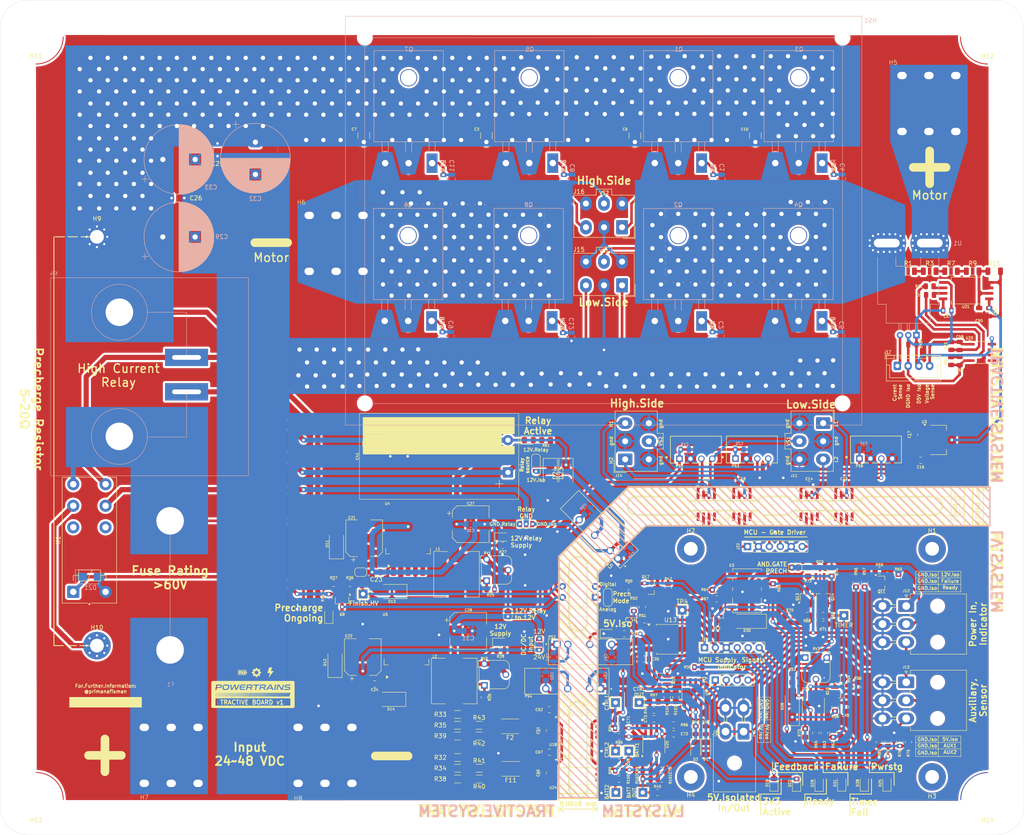
<source format=kicad_pcb>
(kicad_pcb (version 20241229) (generator "pcbnew") (generator_version "9.0")
  (layers (0 "F.Cu" signal) (2 "B.Cu" signal) (13 "F.Paste" user) (15 "B.Paste" user) (5 "F.SilkS" user "F.Silkscreen") (7 "B.SilkS" user "B.Silkscreen") (1 "F.Mask" user) (3 "B.Mask" user) (25 "Edge.Cuts" user))
  (net 0 "")
  (net 1 "24V")
  (net 2 "Net-(D27-A)")
  (net 3 "Net-(Q1-G)")
  (net 4 "Net-(Q2-G)")
  (net 5 "12V")
  (net 6 "Net-(Q3-G)")
  (net 7 "Net-(Q4-G)")
  (net 8 "VS2")
  (net 9 "Net-(Q5-G)")
  (net 10 "Net-(Q6-G)")
  (net 11 "Net-(Q7-G)")
  (net 12 "Net-(D14-K)")
  (net 13 "Net-(D15-A)")
  (net 14 "Net-(F1-Pad1)")
  (net 15 "IP-")
  (net 16 "IP+")
  (net 17 "Net-(Q8-G)")
  (net 18 "Net-(Q9-G)")
  (net 19 "FeedbackLV")
  (net 20 "FinishHV")
  (net 21 "FinishLV")
  (net 22 "Net-(Q10-S)")
  (net 23 "GND_Isolated")
  (net 24 "12V_Isolated")
  (net 25 "Net-(D20-A)")
  (net 26 "GNDREF_Relay")
  (net 27 "Net-(D22-A)")
  (net 28 "Net-(D23-A)")
  (net 29 "Ready")
  (net 30 "12V_Relay")
  (net 31 "5VDigital_Isolated")
  (net 32 "/Power Supply and Regulator/BATT+")
  (net 33 "Net-(Q10-D)")
  (net 34 "Net-(Q10-G)")
  (net 35 "Failure_Out")
  (net 36 "Net-(Q12-G)")
  (net 37 "Net-(Q13-G)")
  (net 38 "/Power Supply and Regulator/Coil+")
  (net 39 "Net-(Q14-G)")
  (net 40 "Net-(U14A-+)")
  (net 41 "Failure")
  (net 42 "Net-(U14B--)")
  (net 43 "Net-(PS1-+VOUT)")
  (net 44 "CTRL_Div")
  (net 45 "Relay")
  (net 46 "BATT_Div")
  (net 47 "Net-(D13-K)")
  (net 48 "Net-(R32-Pad2)")
  (net 49 "Net-(R33-Pad2)")
  (net 50 "Net-(D17-A)")
  (net 51 "Net-(D16-A)")
  (net 52 "12V_P")
  (net 53 "Net-(D28-A)")
  (net 54 "Net-(D29-A)")
  (net 55 "Net-(D30-A)")
  (net 56 "Net-(JP6-B)")
  (net 57 "Net-(PS3-+VOUT)")
  (net 58 "Net-(D21-K)")
  (net 59 "Net-(D25-A)")
  (net 60 "Net-(D26-K)")
  (net 61 "Net-(D31-A)")
  (net 62 "Net-(H10-Pad1)")
  (net 63 "L1")
  (net 64 "H1")
  (net 65 "H2")
  (net 66 "L2")
  (net 67 "Net-(JP4-C)")
  (net 68 "Net-(JP7-A)")
  (net 70 "Net-(Q11-G)")
  (net 71 "Net-(Q13-S)")
  (net 72 "Net-(Q13-D)")
  (net 73 "Net-(U4-FB)")
  (net 74 "Net-(U5-FB)")
  (net 75 "Net-(R34-Pad2)")
  (net 76 "Net-(R35-Pad2)")
  (net 77 "Net-(R38-Pad2)")
  (net 78 "Net-(R39-Pad2)")
  (net 79 "Net-(R50-Pad2)")
  (net 80 "Timer")
  (net 81 "Net-(JP11-C)")
  (net 82 "3V3")
  (net 83 "Net-(D18-A)")
  (net 84 "Net-(J13-Pin_2)")
  (net 85 "Aux1")
  (net 86 "Aux2")
  (net 87 "VS1_Out")
  (net 88 "VS2_Out")
  (net 89 "L2_Out")
  (net 90 "L1_Out")
  (net 91 "H2_Out")
  (net 92 "H1_Out")
  (net 93 "Net-(U21-IN)")
  (net 94 "V_Out")
  (net 95 "Net-(U20A--)")
  (net 96 "Net-(U20A-+)")
  (net 97 "Net-(R1-Pad2)")
  (net 98 "Net-(R3-Pad2)")
  (net 99 "Net-(R7-Pad2)")
  (net 100 "Net-(U21-OUT+)")
  (net 101 "Net-(U21-OUT-)")
  (net 102 "5V_C")
  (net 103 "Net-(U25A--)")
  (net 104 "BATTV_Out")
  (net 105 "Net-(U25A-+)")
  (net 106 "Net-(U25B-+)")
  (net 107 "Net-(U25B--)")
  (net 108 "5V_Opamp")
  (net 109 "CTRLV_Out")
  (net 110 "LIN1_Iso")
  (net 111 "HIN1_Iso")
  (net 112 "C_Out")
  (net 113 "HIN2_Iso")
  (net 114 "LIN2_Iso")
  (net 115 "Net-(Q16-G)")
  (net 116 "Net-(U18-OUT+)")
  (net 117 "Net-(U18-OUT-)")
  (net 118 "Net-(U24-OUT+)")
  (net 119 "Net-(U24-OUT-)")
  (net 120 "Net-(R103-Pad1)")
  (net 129 "3V3_Isolated1")
  (net 130 "GDNSense_Isolated1")
  (net 135 "/Power Supply and Regulator/PRECHARGE_FINISH_TRIG")
  (net 136 "gnd")
  (net 137 "Net-(J13-Pin_3)")
  (net 138 "15V")
  (net 139 "Net-(F2-Pad2)")
  (net 140 "Net-(F11-Pad2)")
  (net 141 "Net-(D1-K)")
  (net 142 "Net-(D2-K)")
  (net 143 "/Power Supply and Regulator/5V_ACPL")
  (footprint "Terminal_SMD_M5:TerminalSMD_M5" (layer "F.Cu") (at 127 212.5 180)
    (property "Reference" "H7")
    (property "Value" "BATT+")
  )
  (footprint "Resistor_SMD:R_0805_2012Metric_Pad1.20x1.40mm_HandSolder" (layer "F.Cu") (at 214.365929 139.246915 180)
    (property "Reference" "R61")
    (property "Value" "1k")
  )
  (footprint "Resistor_SMD:R_0805_2012Metric_Pad1.20x1.40mm_HandSolder" (layer "F.Cu") (at 267.073857 173.631192 -90)
    (property "Reference" "R66")
    (property "Value" "1K")
  )
  (footprint "SIP4_B_S-1WR3_MNS:SIP4_B_S-1WR3_MNS" (layer "F.Cu") (at 287.19 143.5332)
    (property "Reference" "PS6")
    (property "Value" "B1215S-1W")
  )
  (footprint "Resistor_SMD:R_1206_3216Metric" (layer "F.Cu") (at 198.7875 208)
    (property "Reference" "R42")
    (property "Value" "10k")
  )
  (footprint "Diode_SMD:D_SMA" (layer "F.Cu") (at 178.273857 199.479922 180)
    (property "Reference" "D14")
    (property "Value" "1N5822")
  )
  (footprint "Package_SO:SSO-8_6.8x5.9mm_P1.27mm_Clearance8mm" (layer "F.Cu") (at 221.418244 206.387927)
    (property "Reference" "U18")
    (property "Value" "ACPL-C87A")
  )
  (footprint "Jumper:SolderJumper-2_P1.3mm_Open_RoundedPad1.0x1.5mm" (layer "F.Cu") (at 205.5 179.65 -90)
    (property "Reference" "JP1" (hide yes))
    (property "Value" "Relayto12V")
  )
  (footprint "Jumper:SolderJumper-3_P1.3mm_Open_RoundedPad1.0x1.5mm_NumberLabels" (layer "F.Cu") (at 212.772296 186.72977 -90)
    (property "Reference" "JP4" (hide yes))
    (property "Value" "Iso_Source")
  )
  (footprint "LED_SMD:LED_0805_2012Metric_Pad1.15x1.40mm_HandSolder" (layer "F.Cu") (at 203.798857 186.229922)
    (property "Reference" "D16" (hide yes))
    (property "Value" "LED_12V")
  )
  (footprint "Resistor_SMD:R_1206_3216Metric" (layer "F.Cu") (at 193.825 218)
    (property "Reference" "R38")
    (property "Value" "20k")
  )
  (footprint "Resistor_SMD:R_0805_2012Metric" (layer "F.Cu") (at 190.283533 115.035223 90)
    (property "Reference" "R18")
    (property "Value" "10")
  )
  (footprint "Resistor_SMD:R_0805_2012Metric" (layer "F.Cu") (at 237.756222 217.983279)
    (property "Reference" "R102")
    (property "Value" "10k")
  )
  (footprint "Package_SO:SOIC-8_3.9x4.9mm_P1.27mm" (layer "F.Cu") (at 248.5 198 90)
    (property "Reference" "U9")
    (property "Value" "LM358")
  )
  (footprint "Resistor_SMD:R_0805_2012Metric_Pad1.20x1.40mm_HandSolder" (layer "F.Cu") (at 281.073857 207.278669 90)
    (property "Reference" "R62")
    (property "Value" "1K")
  )
  (footprint "Resistor_SMD:R_0805_2012Metric" (layer "F.Cu") (at 281.033533 115.035223 90)
    (property "Reference" "R10")
    (property "Value" "10")
  )
  (footprint "Connector_JST:JST_XH_B4B-XH-A_1x04_P2.50mm_Vertical" (layer "F.Cu") (at 296 122)
    (property "Reference" "J17")
    (property "Value" "To mikon")
  )
  (footprint "Resistor_SMD:R_1206_3216Metric" (layer "F.Cu") (at 198.7875 205.5)
    (property "Reference" "R43")
    (property "Value" "10k")
  )
  (footprint "Inductor_SMD:L_10.4x10.4_H4.8" (layer "F.Cu") (at 193.55 170.425 90)
    (property "Reference" "L1")
    (property "Value" "470uH")
  )
  (footprint "TestPoint:TestPoint_THTPad_2.0x2.0mm_Drill1.0mm" (layer "F.Cu") (at 236.83993 221.130745 180)
    (property "Reference" "TP8" (hide yes))
    (property "Value" "BATT OUT")
  )
  (footprint "Resistor_SMD:R_1206_3216Metric" (layer "F.Cu") (at 193.825 203)
    (property "Reference" "R33")
    (property "Value" "100k")
  )
  (footprint "TestPoint:TestPoint_THTPad_2.0x2.0mm_Drill1.0mm" (layer "F.Cu") (at 236 200.236009 180)
    (property "Reference" "TP9" (hide yes))
    (property "Value" "CTRL OUT")
  )
  (footprint "Resistor_SMD:R_0805_2012Metric_Pad1.20x1.40mm_HandSolder" (layer "F.Cu") (at 286.806883 196.583469 90)
    (property "Reference" "R55")
    (property "Value" "100")
  )
  (footprint "Capacitor_SMD:C_0805_2012Metric" (layer "F.Cu") (at 310.475 120.865 90)
    (property "Reference" "C59")
    (property "Value" "100pF")
  )
  (footprint "MountingHole:MountingHole_3.2mm_M3_Pad" (layer "F.Cu") (at 304.073857 217.5)
    (property "Reference" "H3")
    (property "Value" "MountingHole")
  )
  (footprint "Package_TO_SOT_SMD:TO-252-2" (layer "F.Cu") (at 243.29 185.53)
    (property "Reference" "U13")
    (property "Value" "LM78M05_TO252")
  )
  (footprint "Package_SO:SSO-8_6.8x5.9mm_P1.27mm_Clearance8mm" (layer "F.Cu") (at 312 104.5 180)
    (property "Reference" "U21")
    (property "Value" "ACPL-C87A")
  )
  (footprint "TestPoint:TestPoint_THTPad_2.0x2.0mm_Drill1.0mm" (layer "F.Cu") (at 171.842076 175)
    (property "Reference" "TP1" (hide yes))
    (property "Value" "FinishHV")
  )
  (footprint "Resistor_SMD:R_0805_2012Metric_Pad1.20x1.40mm_HandSolder" (layer "F.Cu") (at 296.25 171.425 -90)
    (property "Reference" "R60")
    (property "Value" "10K")
  )
  (footprint "Capacitor_SMD:CP_Elec_8x10" (layer "F.Cu") (at 196.273857 183.579922)
    (property "Reference" "C28")
    (property "Value" "470uF")
  )
  (footprint "Resistor_SMD:R_0805_2012Metric" (layer "F.Cu") (at 251.5 206.66332 -90)
    (property "Reference" "R49")
    (property "Value" "10k")
  )
  (footprint "Terminal_SMD_M5:TerminalSMD_M5" (layer "F.Cu") (at 303.57375 61.028669)
    (property "Reference" "H5")
    (property "Value" "OUT+")
  )
  (footprint "Connector_Molex:Molex_Mini-Fit_Jr_5566-06A_2x03_P4.20mm_Vertical" (layer "F.Cu") (at 232.023857 103.278669 180)
    (property "Reference" "J15")
    (property "Value" "Swiching1")
  )
  (footprint "Diode_SMD:D_SMA_Handsoldering" (layer "F.Cu") (at 261.073857 181.35 180)
    (property "Reference" "D30")
    (property "Value" "1N4007")
  )
  (footprint "Capacitor_SMD:C_0805_2012Metric" (layer "F.Cu") (at 215.136187 211.766366 180)
    (property "Reference" "C67")
    (property "Value" "100nF")
  )
  (footprint "Resistor_SMD:R_0805_2012Metric" (layer "F.Cu") (at 218.283533 115.235223 90)
    (property "Reference" "R24")
    (property "Value" "10")
  )
  (footprint "Package_TO_SOT_SMD:SOT-23_Handsoldering" (layer "F.Cu") (at 283 197.578669)
    (property "Reference" "Q10")
    (property "Value" "AO3401A")
  )
  (footprint "Capacitor_SMD:C_0805_2012Metric" (layer "F.Cu") (at 237.751962 215.983278)
    (property "Reference" "C69")
    (property "Value" "100pF")
  )
  (footprint "Relay_SMD:Relay_DPDT_Omron_G6K-2F-Y" (layer "F.Cu") (at 261.073857 174.25 180)
    (property "Reference" "K3")
    (property "Value" "G6K-2F-Y")
  )
  (footprint "Resistor_SMD:R_0805_2012Metric" (layer "F.Cu") (at 249.75 192 180)
    (property "Reference" "R30")
    (property "Value" "1k")
  )
  (footprint "Connector_Molex:Molex_Mini-Fit_Jr_5566-06A_2x03_P4.20mm_Vertical" (layer "F.Cu") (at 232.75 143.705 90)
    (property "Reference" "J14")
    (property "Value" "Swiching2")
  )
  (footprint "LED_SMD:LED_0805_2012Metric_Pad1.15x1.40mm_HandSolder" (layer "F.Cu") (at 267.323857 218.95 90)
    (property "Reference" "D18")
    (property "Value" "LED")
  )
  (footprint "Diode_SMD:D_SMA" (layer "F.Cu") (at 219 147 -90)
    (property "Reference" "D24")
    (property "Value" "D_Zener")
  )
  (footprint "Capacitor_SMD:C_1206_3216Metric" (layer "F.Cu") (at 138.014344 71.784828 -90)
    (property "Reference" "C25")
    (property "Value" "100nF")
  )
  (footprint "B2405S-2W:B2405S-2W" (layer "F.Cu") (at 226.75 160 135)
    (property "Reference" "PS5")
    (property "Value" "B1212S-2W")
  )
  (footprint "Package_TO_SOT_SMD:SOT-23_Handsoldering" (layer "F.Cu") (at 238.75 173.5)
    (property "Reference" "Q17")
    (property "Value" "AO3404")
  )
  (footprint "Fuse:Fuse_2512_6332Metric" (layer "F.Cu") (at 206.15 215.637068 180)
    (property "Reference" "F11")
    (property "Value" "Fuse")
  )
  (footprint "SIP4_B_S-1WR3_MNS:SIP4_B_S-1WR3_MNS" (layer "F.Cu") (at 245.37 143.5707)
    (property "Reference" "PS1")
    (property "Value" "B1215S-1W")
  )
  (footprint "Capacitor_SMD:C_0805_2012Metric" (layer "F.Cu") (at 315 109.5 -90)
    (property "Reference" "C55")
    (property "Value" "330pF")
  )
  (footprint "Resistor_SMD:R_0805_2012Metric_Pad1.20x1.40mm_HandSolder" (layer "F.Cu") (at 271.573857 194.528669 90)
    (property "Reference" "R53")
    (property "Value" "1k")
  )
  (footprint "Resistor_SMD:R_0805_2012Metric" (layer "F.Cu") (at 168.792959 172.5 180)
    (property "Reference" "R36")
    (property "Value" "100")
  )
  (footprint "Capacitor_SMD:C_0805_2012Metric" (layer "F.Cu") (at 237.306002 190.121656)
    (property "Reference" "C35")
    (property "Value" "10uF")
  )
  (footprint "Resistor_SMD:R_0805_2012Metric_Pad1.20x1.40mm_HandSolder" (layer "F.Cu") (at 254 174.034861)
    (property "Reference" "R64")
    (property "Value" "1k")
  )
  (footprint "Capacitor_SMD:C_0805_2012Metric" (layer "F.Cu") (at 275.49 149.59778)
    (property "Reference" "C14")
    (property "Value" "100nF")
  )
  (footprint "Resistor_SMD:R_0805_2012Metric" (layer "F.Cu") (at 293.823857 209.4125 -90)
    (property "Reference" "R79")
    (property "Value" "1k")
  )
  (footprint "B2405S-2W:B2405S-2W" (layer "F.Cu") (at 219.2 195.260883 180)
    (property "Reference" "PS4")
    (property "Value" "B1205S-2W")
  )
  (footprint "Capacitor_SMD:C_0805_2012Metric" (layer "F.Cu") (at 317.344152 109.508393 -90)
    (property "Reference" "C56")
    (property "Value" "100nF")
  )
  (footprint "Resistor_SMD:R_0805_2012Metric" (layer "F.Cu") (at 234.75 178.049389 90)
    (property "Reference" "R52")
    (property "Value" "1k")
  )
  (footprint "TestPoint:TestPoint_THTPad_2.0x2.0mm_Drill1.0mm" (layer "F.Cu") (at 283.573857 180 90)
    (property "Reference" "TP5" (hide yes))
    (property "Value" "TIMER")
  )
  (footprint "Resistor_SMD:R_1206_3216Metric" (layer "F.Cu") (at 313.5 100)
    (property "Reference" "R9")
    (property "Value" "1k")
  )
  (footprint "Resistor_SMD:R_0805_2012Metric" (layer "F.Cu") (at 231.329339 216.053682 180)
    (property "Reference" "R99")
    (property "Value" "10k")
  )
  (footprint "Connector_PinHeader_2.54mm:PinHeader_1x04_P2.54mm_Vertical" (layer "F.Cu") (at 253.69 195 90)
    (property "Reference" "J9")
    (property "Value" "AnalogPosition")
  )
  (footprint "Diode_SMD:D_SMA_Handsoldering" (layer "F.Cu") (at 271.573857 201.103669 90)
    (property "Reference" "D26")
    (property "Value" "1N4007")
  )
  (footprint "TestPoint:TestPoint_THTPad_2.0x2.0mm_Drill1.0mm" (layer "F.Cu") (at 246 178.75)
    (property "Reference" "TP4")
    (property "Value" "FinishLV")
  )
  (footprint "LED_SMD:LED_0805_2012Metric_Pad1.15x1.40mm_HandSolder" (layer "F.Cu") (at 293.573857 218.95 90)
    (property "Reference" "D25")
    (property "Value" "PWRSTG")
  )
  (footprint "LED_SMD:LED_0805_2012Metric_Pad1.15x1.40mm_HandSolder" (layer "F.Cu") (at 204.26 161.775)
    (property "Reference" "D15" (hide yes))
    (property "Value" "LED_12Relay")
  )
  (footprint "MountingHole:MountingHole_3.2mm_M3_Pad" (layer "F.Cu") (at 304.073857 164.5)
    (property "Reference" "H1")
    (property "Value" "MountingHole")
  )
  (footprint "Resistor_SMD:R_0805_2012Metric" (layer "F.Cu") (at 231.329339 218.016743 180)
    (property "Reference" "R100")
    (property "Value" "10k")
  )
  (footprint "Package_TO_SOT_SMD:TO-263-5_TabPin3" (layer "F.Cu") (at 182.3 160.85 90)
    (property "Reference" "U4")
    (property "Value" "LM2596HV-ADJ")
  )
  (footprint "Package_TO_SOT_SMD:SOT-223-3_TabPin2" (layer "F.Cu") (at 305.5 139.208841)
    (property "Reference" "U3")
    (property "Value" "AMS1117-5.0")
  )
  (footprint "TestPoint:TestPoint_THTPad_2.0x2.0mm_Drill1.0mm" (layer "F.Cu") (at 233.58316 211.5)
    (property "Reference" "TP3" (hide yes))
    (property "Value" "ACPL BATT1")
  )
  (footprint "Capacitor_SMD:CP_Elec_8x10" (layer "F.Cu") (at 196.85 158.775)
    (property "Reference" "C27")
    (property "Value" "470uF")
  )
  (footprint "B2405S-2W:B2405S-2W" (layer "F.Cu") (at 224.700836 188.438361)
    (property "Reference" "PS2")
    (property "Value" "B1205S-2W")
  )
  (footprint "Resistor_SMD:R_0805_2012Metric" (layer "F.Cu") (at 233.5875 173.237371 180)
    (property "Reference" "R50")
    (property "Value" "1k")
  )
  (footprint "LED_SMD:LED_0805_2012Metric_Pad1.15x1.40mm_HandSolder" (layer "F.Cu") (at 163.884509 180 90)
    (property "Reference" "D20" (hide yes))
    (property "Value" "LED")
  )
  (footprint "Capacitor_SMD:C_0805_2012Metric" (layer "F.Cu") (at 241.208823 215.982667 180)
    (property "Reference" "C70")
    (property "Value" "100pF")
  )
  (footprint "Potentiometer_THT:Potentiometer_Runtron_RM-065_Vertical" (layer "F.Cu") (at 200.55 171.925 90)
    (property "Reference" "RV1")
    (property "Value" "10k")
  )
  (footprint "LED_SMD:LED_0805_2012Metric_Pad1.15x1.40mm_HandSolder" (layer "F.Cu") (at 277.823857 219 90)
    (property "Reference" "D29")
    (property "Value" "Ready ON")
  )
  (footprint "Resistor_SMD:R_0805_2012Metric" (layer "F.Cu") (at 231.329585 208.121877 180)
    (property "Reference" "R95")
    (property "Value" "10k")
  )
  (footprint "Resistor_SMD:R_1206_3216Metric" (layer "F.Cu") (at 198.825 218)
    (property "Reference" "R40")
    (property "Value" "20k")
  )
  (footprint "Diode_SMD:D_1206_3216Metric" (layer "F.Cu") (at 251.5 210.900001 -90)
    (property "Reference" "D1")
    (property "Value" "D_Zener")
  )
  (footprint "Package_SO:SOP-8_3.76x4.96mm_P1.27mm" (layer "F.Cu") (at 251.592099 154.5 90)
    (property "Reference" "U2")
    (property "Value" "TLP350")
  )
  (footprint "Resistor_SMD:R_0805_2012Metric" (layer "F.Cu") (at 296.573857 209.4125 -90)
    (property "Reference" "R76")
    (property "Value" "1k")
  )
  (footprint "Resistor_SMD:R_0805_2012Metric_Pad1.20x1.40mm_HandSolder" (layer "F.Cu") (at 291.823857 169.625)
    (property "Reference" "R59")
    (property "Value" "10K")
  )
  (footprint "MountingHole:MountingHole_3.2mm_M3_Pad_Via" (layer "F.Cu") (at 110 187)
    (property "Reference" "H10")
    (property "Value" "Prech_Res+")
  )
  (footprint "Resistor_SMD:R_1206_3216Metric" (layer "F.Cu") (at 298.5 100)
    (property "Reference" "R1")
    (property "Value" "47k")
  )
  (footprint "Resistor_SMD:R_0805_2012Metric" (layer "F.Cu") (at 203.773857 188.201253)
    (property "Reference" "R28")
    (property "Value" "1k")
  )
  (footprint "LOGO" (layer "F.Cu") (at 147.072432 193.25)
    (property "Reference" "G***" (hide yes))
    (property "Value" "LOGO" (hide yes))
  )
  (footprint "Diode_SMD:D_1206_3216Metric" (layer "F.Cu") (at 249.135 210.9 -90)
    (property "Reference" "D2")
    (property "Value" "D_Zener")
  )
  (footprint "Package_SO:SOIC-8_3.9x4.9mm_P1.27mm" (layer "F.Cu") (at 239.405 209.975 90)
    (property "Reference" "U25")
    (property "Value" "LM358")
  )
  (footprint "Resistor_SMD:R_0805_2012Metric" (layer "F.Cu") (at 281.217482 78.475391 90)
    (property "Reference" "R8")
    (property "Value" "10")
  )
  (footprint "Resistor_SMD:R_0805_2012Metric" (layer "F.Cu") (at 249.135 206.66332 -90)
    (property "Reference" "R48")
    (property "Value" "10k")
  )
  (footprint "Resistor_SMD:R_0805_2012Metric_Pad1.20x1.40mm_HandSolder" (layer "F.Cu") (at 239.416337 200)
    (property "Reference" "R46")
    (property "Value" "10K")
  )
  (footprint "MountingHole:MountingHole_3.2mm_M3_Pad_Via" (layer "F.Cu") (at 110 92)
    (property "Reference" "H9")
    (property "Value" "Prech_Res-")
  )
  (footprint "Capacitor_SMD:C_0805_2012Metric" (layer "F.Cu") (at 283.58 149.59778)
    (property "Reference" "C15")
    (property "Value" "100nF")
  )
  (footprint "Resistor_SMD:R_0805_2012Metric" (layer "F.Cu") (at 244.008268 205.421424 180)
    (property "Reference" "R96")
    (property "Value" "10k")
  )
  (footprint "Capacitor_SMD:C_0805_2012Metric" (layer "F.Cu") (at 251.585 149.59778)
    (property "Reference" "C13")
    (property "Value" "100nF")
  )
  (footprint "Package_TO_SOT_SMD:SOT-23_Handsoldering" (layer "F.Cu") (at 166.950964 176.5 -90)
    (property "Reference" "Q9")
    (property "Value" "AO3401A")
  )
  (footprint "LED_SMD:LED_0805_2012Metric_Pad1.15x1.40mm_HandSolder" (layer "F.Cu") (at 210.365929 139.246915)
    (property "Reference" "D27" (hide yes))
    (property "Value" "LED")
  )
  (footprint "Resistor_SMD:R_0805_2012Metric_Pad1.20x1.40mm_HandSolder" (layer "F.Cu") (at 288.373857 172.375 90)
    (property "Reference" "R57")
    (property "Value" "1k")
  )
  (footprint "Package_TO_SOT_SMD:SOT-23_Handsoldering" (layer "F.Cu") (at 241 195 180)
    (property "Reference" "Q16")
    (property "Value" "AO3404")
  )
  (footprint "MountingHole:MountingHole_3.2mm_M3_Pad" (layer "F.Cu") (at 248 164.5)
    (property "Reference" "H2")
    (property "Value" "MountingHole")
  )
  (footprint "Fuse:Fuse_2512_6332Metric" (layer "F.Cu") (at 206 205.75 180)
    (property "Reference" "F2")
    (property "Value" "Fuse")
  )
  (footprint "Resistor_SMD:R_0805_2012Metric_Pad1.20x1.40mm_HandSolder" (layer "F.Cu") (at 280.723857 169.8575 90)
    (property "Reference" "R74")
    (property "Value" "10K")
  )
  (footprint "Resistor_SMD:R_0805_2012Metric" (layer "F.Cu") (at 200.023857 198.992422 90)
    (property "Reference" "R26")
    (property "Value" "330")
  )
  (footprint "Resistor_SMD:R_0805_2012Metric" (layer "F.Cu") (at 291.823857 209.4125 90)
    (property "Reference" "R80")
    (property "Value" "1k")
  )
  (footprint "Package_TO_SOT_SMD:SOT-23_Handsoldering" (layer "F.Cu") (at 278.775 175.675 90)
    (property "Reference" "Q14")
    (property "Value" "AO3404")
  )
  (footprint "Resistor_SMD:R_0805_2012Metric" (layer "F.Cu") (at 163.872892 175.942165 90)
    (property "Reference" "R44")
    (property "Value" "1k")
  )
  (footprint "Resistor_SMD:R_0805_2012Metric" (layer "F.Cu") (at 253.217482 78.525391 90)
    (property "Reference" "R2")
    (property "Value" "10")
  )
  (footprint "Capacitor_SMD:C_0805_2012Metric" (layer "F.Cu") (at 213.700967 206.707734 -90)
    (property "Reference" "C51")
    (property "Value" "330pF")
  )
  (footprint "Capacitor_SMD:C_1210_3225Metric" (layer "F.Cu") (at 200.5 68.5 90)
    (property "Reference" "C3")
    (property "Value" "10uF")
  )
  (footprint "Capacitor_SMD:C_0805_2012Metric" (layer "F.Cu") (at 237.25 181)
    (property "Reference" "C34")
    (property "Value" "10uF")
  )
  (footprint "Package_SO:SOP-8_3.76x4.96mm_P1.27mm" (layer "F.Cu") (at 259.872099 154.5 90)
    (property "Reference" "U10")
    (property "Value" "TLP350")
  )
  (footprint "Capacitor_SMD:C_0805_2012Metric" (layer "F.Cu") (at 213.6975 216.594203 -90)
    (property "Reference" "C66")
    (property "Value" "330pF")
  )
  (footprint "Resistor_SMD:R_0805_2012Metric_Pad1.20x1.40mm_HandSolder" (layer "F.Cu") (at 271 180 180)
    (property "Reference" "R70")
    (property "Value" "10K")
  )
  (footprint "LOGO" (layer "F.Cu") (at 146.25 198.343403)
    (property "Reference" "G***" (hide yes))
    (property "Value" "LOGO" (hide yes))
  )
  (footprint "Inductor_SMD:L_10.4x10.4_H4.8" (layer "F.Cu") (at 193.023857 195.229922 90)
    (property "Reference" "L2")
    (property "Value" "470uH")
  )
  (footprint "Potentiometer_THT:Potentiometer_Runtron_RM-065_Vertical" (layer "F.Cu") (at 274.573857 189.788669)
    (property "Reference" "RV3")
    (property "Value" "10K")
  )
  (footprint "TestPoint:TestPoint_THTPad_2.0x2.0mm_Drill1.0mm" (layer "F.Cu") (at 230.522766 211.49621)
    (property "Reference" "TP7" (hide yes))
    (property "Value" "ACPL CTRL2")
  )
  (footprint "Capacitor_SMD:C_0805_2012Metric" (layer "F.Cu") (at 300 137.958841 -90)
    (property "Reference" "C17")
    (property "Value" "10uF")
  )
  (footprint "Capacitor_SMD:C_1210_3225Metric" (layer "F.Cu") (at 263 68.5 90)
    (property "Reference" "C10")
    (property "Value" "10uF")
  )
  (footprint "Jumper:SolderJumper-3_P1.3mm_Open_RoundedPad1.0x1.5mm_NumberLabels" (layer "F.Cu") (at 209.75 158.75 180)
    (property "Reference" "JP11" (hide yes))
    (property "Value" "GNDRelay_Source")
  )
  (footprint "Resistor_SMD:R_0805_2012Metric_Pad1.20x1.40mm_HandSolder" (layer "F.Cu") (at 275.223857 169.8575 -90)
    (property "Reference" "R72")
    (property "Value" "10K")
  )
  (footprint "Resistor_SMD:R_0805_2012Metric_Pad1.20x1.40mm_HandSolder" (layer "F.Cu") (at 278.773857 180 180)
    (property "Reference" "R69")
    (property "Value" "100")
  )
  (footprint "Resistor_SMD:R_0805_2012Metric_Pad1.20x1.40mm_HandSolder" (layer "F.Cu") (at 274.573857 207.278669 -90)
    (property "Reference" "R73")
    (property "Value" "1K")
  )
  (footprint "Jumper:SolderJumper-2_P1.3mm_Open_RoundedPad1.0x1.5mm" (layer "F.Cu") (at 272.423857 168.8575 180)
    (property "Reference" "JP7" (hide yes))
    (property "Value" "AND GATE")
  )
  (footprint "Resistor_SMD:R_1206_3216Metric" (layer "F.Cu") (at 308.4625 100)
    (property "Reference" "R7")
    (property "Value" "1k")
  )
  (footprint "Resistor_SMD:R_1206_3216Metric" (layer "F.Cu") (at 318.5 100 180)
    (property "Reference" "R15")
    (property "Value" "10k")
  )
  (footprint "Capacitor_SMD:C_0805_2012Metric" (layer "F.Cu") (at 231.329339 214.06425 180)
    (property "Reference" "C68")
    (property "Value" "100nF")
  )
  (footprint "Connector_PinSocket_2.54mm:PinSocket_1x06_P2.54mm_Vertical" (layer "F.Cu") (at 261.175 163.975 90)
    (property "Reference" "J22")
    (property "Value" "Conn_01x06")
  )
  (footprint "Connector_PinSocket_2.54mm:PinSocket_1x06_P2.54mm_Vertical" (layer "F.Cu") (at 251.175 187.475 90)
    (property "Reference" "J19")
    (property "Value" "To Mikon")
  )
  (footprint "Resistor_SMD:R_0805_2012Metric" (layer "F.Cu") (at 165 172.5)
    (property "Reference" "R37")
    (property "Value" "10k")
  )
  (footprint "Diode_SMD:D_SMA" (layer "F.Cu") (at 165.323857 190.904998 90)
    (property "Reference" "D12")
    (property "Value" "1N5822")
  )
  (footprint "Capacitor_SMD:C_0805_2012Metric" (layer "F.Cu") (at 239.4125 203.986009)
    (property "Reference" "C73")
    (property "Value" "100pF")
  )
  (footprint "Capacitor_SMD:C_0805_2012Metric" (layer "F.Cu") (at 307.599536 109.135 180)
    (property "Reference" "C57")
    (property "Value" "100nF")
  )
  (footprint "Resistor_SMD:R_0805_2012Metric_Pad1.20x1.40mm_HandSolder" (layer "F.Cu") (at 278.773857 182)
    (property "Reference" "R71")
    (property "Value" "10K")
  )
  (footprint "Resistor_SMD:R_0805_2012Metric" (layer "F.Cu") (at 239.4125 202)
    (property "Reference" "R97")
    (property "Value" "10k")
  )
  (footprint "Resistor_SMD:R_0805_2012Metric" (layer "F.Cu") (at 218.5 78.478669 90)
    (property "Reference" "R16")
    (property "Value" "10")
  )
  (footprint "Resistor_SMD:R_0805_2012Metric_Pad1.20x1.40mm_HandSolder" (layer "F.Cu") (at 277.073857 207.278669 90)
    (property "Reference" "R65")
    (property "Value" "1K")
  )
  (footprint "MountingHole:MountingHole_6.4mm_M6" (layer "F.Cu") (at 95.823857 45.5)
    (property "Reference" "H11")
    (property "Value" "MountingHole")
  )
  (footprint "Capacitor_SMD:C_0805_2012Metric" (layer "F.Cu") (at 299.5 117 180)
    (property "Reference" "C45")
    (property "Value" "220pf")
  )
  (footprint "TestPoint:TestPoint_THTPad_2.0x2.0mm_Drill1.0mm" (layer "F.Cu") (at 230.58316 221.130745)
    (property "Reference" "TP2" (hide yes))
    (property "Value" "ACPL BATT2")
  )
  (footprint "MountingHole:MountingHole_6.4mm_M6" (layer "F.Cu") (at 316.987657 222.778638)
    (property "Reference" "H14")
    (property "Value" "MountingHole")
  )
  (footprint "Resistor_SMD:R_1206_3216Metric" (layer "F.Cu") (at 193.7875 208)
    (property "Reference" "R39")
    (property "Value" "10k")
  )
  (footprint "Terminal_SMD_M5:TerminalSMD_M5" (layer "F.Cu") (at 165.823857 93.528669)
    (property "Reference" "H6")
    (property "Value" "OUT-")
  )
  (footprint "Resistor_SMD:R_0805_2012Metric_Pad1.20x1.40mm_HandSolder" (layer "F.Cu") (at 254 176.129561)
    (property "Reference" "R67")
    (property "Value" "10K")
  )
  (footprint "Package_SO:SOP-8_3.76x4.96mm_P1.27mm" (layer "F.Cu") (at 275.49 154.5 90)
    (property "Reference" "U12")
    (property "Value" "TLP350")
  )
  (footprint "Capacitor_SMD:C_0805_2012Metric" (layer "F.Cu") (at 310.475 117.365 -90)
    (property "Reference" "C58")
    (property "Value" "100pF")
  )
  (footprint "Diode_SMD:D_SMA" (layer "F.Cu") (at 165.670969 163.333753 90)
    (property "Reference" "D11")
    (property "Value" "1N5822")
  )
  (footprint "Resistor_SMD:R_0805_2012Metric" (layer "F.Cu") (at 308.475 120.865 90)
    (property "Reference" "R87")
    (property "Value" "10k")
  )
  (footprint "Capacitor_SMD:C_0805_2012Metric" (layer "F.Cu") (at 174.523857 195.904922 180)
    (property "Reference" "C24")
    (property "Value" "100nF")
  )
  (footprint "Connector_Molex:Molex_Mini-Fit_Jr_5569-06A2_2x03_P4.20mm_Horizontal" (layer "F.Cu") (at 298.048857 177.795 -90)
    (property "Reference" "J12")
    (property "Value" "From ECU")
  )
  (footprint "Resistor_SMD:R_0805_2012Metric" (layer "F.Cu") (at 236.75 178.049389 90)
    (property "Reference" "R51")
    (property "Value" "10k")
  )
  (footprint "MountingHole:MountingHole_3.2mm_M3_Pad" (layer "F.Cu") (at 248 217.5)
    (property "Reference" "H4")
    (property "Value" "MountingHole")
  )
  (footprint "Capacitor_SMD:CP_Elec_8x10" (layer "F.Cu") (at 171.773857 189.654922 90)
    (property "Reference" "C22")
    (property "Value" "470uF")
  )
  (footprint "Capacitor_SMD:C_0805_2012Metric" (layer "F.Cu") (at 231.333176 204.175567 180)
    (property "Reference" "C71")
    (property "Value" "100nF")
  )
  (footprint "SIP4_B_S-1WR3_MNS:SIP4_B_S-1WR3_MNS" (layer "F.Cu") (at 258.38 143.5332)
    (property "Reference" "PS3")
    (property "Value" "B1215S-1W")
  )
  (footprint "Resistor_SMD:R_0805_2012Metric_Pad1.20x1.40mm_HandSolder" (layer "F.Cu") (at 286.373857 172.375 90)
    (property "Reference" "R56")
    (property "Value" "100")
  )
  (footprint "Capacitor_SMD:C_1206_3216Metric" (layer "F.Cu") (at 128.823857 83)
    (property "Reference" "C26")
    (property "Value" "100nF")
  )
  (footprint "Package_SO:SOP-8_3.76x4.96mm_P1.27mm" (layer "F.Cu") (at 283.58 154.5 90)
    (property "Reference" "U7")
    (property "Value" "TLP350")
  )
  (footprint "Capacitor_SMD:C_0805_2012Metric" (layer "F.Cu") (at 284 201.25 -90)
    (property "Reference" "C40")
    (property "Value" "47uF")
  )
  (footprint "Connector_Molex:Molex_Mini-Fit_Jr_5569-06A2_2x03_P4.20mm_Horizontal" (layer "F.Cu") (at 298.048857 195.516331 -90)
    (property "Reference" "J13")
    (property "Value" "AuxSensor")
  )
  (footprint "Resistor_SMD:R_0805_2012Metric" (layer "F.Cu") (at 308.525 117.365 -90)
    (property "Reference" "R23")
    (property "Value" "10k")
  )
  (footprint "Resistor_SMD:R_1206_3216Metric" (layer "F.Cu") (at 198.825 215.5)
    (property "Reference" "R41")
    (property "Value" "10k")
  )
  (footprint "Resistor_SMD:R_0805_2012Metric" (layer "F.Cu") (at 253.033533 115.035223 90)
    (property "Reference" "R4")
    (property "Value" "10")
  )
  (footprint "Diode_SMD:D_SMA" (layer "F.Cu") (at 215.361621 146.996476 -90)
    (property "Reference" "D23")
    (property "Value" "D_Schottky")
  )
  (footprint "Resistor_SMD:R_1206_3216Metric" (layer "F.Cu") (at 303.5 100)
    (property "Reference" "R3")
    (property "Value" "47k")
  )
  (footprint "Package_SO:SO-8_3.9x4.9mm_P1.27mm" (layer "F.Cu") (at 276.478857 201.103669 90)
    (property "Reference" "U14")
    (property "Value" "LM358")
  )
  (footprint "Package_SO:SSO-8_6.8x5.9mm_P1.27mm_Clearance8mm" (layer "F.Cu") (at 221.419573 216.266366)
    (property "Reference" "U24")
    (property "Value" "ACPL-C87A")
  )
  (footprint "Resistor_SMD:R_0805_2012Metric" (layer "F.Cu") (at 241.202463 217.983279 180)
    (property "Reference" "R101")
    (property "Value" "10k")
  )
  (footprint "LED_SMD:LED_0805_2012Metric_Pad1.15x1.40mm_HandSolder" (layer "F.Cu") (at 283.073857 218.95 90)
    (property "Reference" "D31")
    (property "Value" "Failure")
  )
  (footprint "Resistor_SMD:R_0805_2012Metric" (layer "F.Cu") (at 232.534602 184.23703 180)
    (property "Reference" "R29")
    (property "Value" "1k")
  )
  (footprint "Potentiometer_THT:Potentiometer_Runtron_RM-065_Vertical" (layer "F.Cu") (at 200.023857 196.229922 90)
    (property "Reference" "RV2")
    (property "Value" "10k")
  )
  (footprint "Resistor_SMD:R_0805_2012Metric_Pad1.20x1.40mm_HandSolder" (layer "F.Cu") (at 240.252463 221.130745)
    (property "Reference" "R45")
    (property "Value" "10K")
  )
  (footprint "MountingHole:MountingHole_6.4mm_M6" (layer "F.Cu") (at 316.939651 45.560337)
    (property "Reference" "H12")
    (property "Value" "MountingHole")
  )
  (footprint "LED_SMD:LED_0805_2012Metric_Pad1.15x1.40mm_HandSolder" (layer "F.Cu") (at 272.573857 219 90)
    (property "Reference" "D22")
    (property "Value" "LED")
  )
  (footprint "Capacitor_SMD:C_1210_3225Metric" (layer "F.Cu") (at 235 68.5 90)
    (property "Reference" "C6")
    (property "Value" "10uF")
  )
  (footprint "Package_TO_SOT_SMD:SOT-23" (layer "F.Cu") (at 278.023857 169.9375 90)
    (property "Reference" "Q15")
    (property "Value" "AO3401A")
  )
  (footprint "Connector_Molex:Molex_Mini-Fit_Jr_5566-06A_2x03_P4.20mm_Vertical" (layer "F.Cu") (at 278.75 135.295 -90)
    (property "Reference" "J11")
    (property "Value" "Swiching1")
  )
  (footprint "Resistor_SMD:R_0805_2012Metric" (layer "F.Cu") (at 298.573857 209.4125 90)
    (property "Reference" "R75")
    (property "Value" "1k")
  )
  (footprint "Jumper:SolderJumper-2_P1.3mm_Open_RoundedPad1.0x1.5mm" (layer "F.Cu") (at 171.297934 169.925627 180)
    (property "Reference" "JP2" (hide yes))
    (property "Value" "GNDRelaytoGND")
  )
  (footprint "Resistor_SMD:R_0805_2012Metric" (layer "F.Cu") (at 201.4625 173.925 180)
    (property "Reference" "R25")
    (property "Value" "330")
  )
  (footprint "Resistor_SMD:R_0805_2012Metric" (layer "F.Cu") (at 204.3 163.73)
    (property "Reference" "R27")
    (property "Value" "1k")
  )
  (footprint "Capacitor_SMD:C_1210_3225Metric" (layer "F.Cu") (at 172 68.5 90)
    (property "Reference" "C7")
    (property "Value" "10uF")
  )
  (footprint "Package_TO_SOT_SMD:SOT-23_Handsoldering" (layer "F.Cu") (at 254 179.879561 -90)
    (property "Reference" "Q12")
    (property "Value" "AO3404")
  )
  (footprint "Package_DIP:DIP-4_W7.62mm" (layer "F.Cu") (at 225.803857 175.783669 180)
    (property "Reference" "U11")
    (property "Value" "PC817")
  )
  (footprint "Package_SO:SOIC-8_3.9x4.9mm_P1.27mm" (layer "F.Cu") (at 315.475 118.865)
    (property "Reference" "U20")
    (property "Value" "LM358")
  )
  (footprint "Capacitor_SMD:C_0805_2012Metric" (layer "F.Cu") (at 215.128926 201.884841 180)
    (property "Reference" "C52")
    (property "Value" "100nF")
  )
  (footprint "Resistor_SMD:R_0805_2012Metric_Pad1.20x1.40mm_HandSolder" (layer "F.Cu") (at 282.5 194.75)
    (property "Reference" "R54")
    (property "Value" "10k")
  )
  (footprint "Package_TO_SOT_SMD:SOT-23_Handsoldering" (layer "F.Cu") (at 292.323857 172.425)
    (property "Reference" "Q11")
    (property "Value" "AO3404")
  )
  (footprint "Resistor_SMD:R_0805_2012Metric_Pad1.20x1.40mm_HandSolder" (layer "F.Cu") (at 242.5 199 -90)
    (property "Reference" "R104")
    (property "Value" "10K")
  )
  (footprint "Resistor_SMD:R_0805_2012Metric_Pad1.20x1.40mm_HandSolder" (layer "F.Cu") (at 275.023857 180 180)
    (property "Reference" "R68")
    (property "Value" "100")
  )
  (footprint "Package_TO_SOT_SMD:TO-263-5_TabPin3" (layer "F.Cu") (at 181.923857 186.654922 90)
    (property "Reference" "U5")
    (property "Value" "LM2596HV-ADJ")
  )
  (footprint "MountingHole:MountingHole_6.4mm_M6" (layer "F.Cu") (at 95.823857 222.778669)
    (property "Reference" "H13")
    (property "Value" "MountingHole")
  )
  (footprint "LED_SMD:LED_0805_2012Metric_Pad1.15x1.40mm_HandSolder" (layer "F.Cu") (at 288.323857 218.95 90)
    (property "Reference" "D28")
    (property "Value" "TIMER")
  )
  (footprint "Resistor_SMD:R_0805_2012Metric" (layer "F.Cu") (at 303.5 103.5)
    (property "Reference" "R21")
    (property "Value" "10k")
  )
  (footprint "Connector_Molex:Molex_Mini-Fit_Jr_5566-06A_2x03_P4.20mm_Vertical" (layer "F.Cu") (at 232.023857 89.778669 180)
    (property "Reference" "J16")
    (property "Value" "Swiching2")
  )
  (footprint "Resistor_SMD:R_0805_2012Metric" (layer "F.Cu") (at 190.5 78.528669 90)
    (property "Reference" "R22")
    (property "Value" "10")
  )
  (footprint "Capacitor_SMD:C_0805_2012Metric" (layer "F.Cu") (at 244.008268 207.506978 180)
    (property "Reference" "C72")
    (property "Value" "100pF")
  )
  (footprint "Resistor_SMD:R_0805_2012Metric" (layer "F.Cu") (at 242.75 173.5 -90)
    (property "Reference" "R47")
    (property "Value" "10k")
  )
  (footprint "Capacitor_SMD:CP_Elec_8x10" (layer "F.Cu") (at 172.1 162.05 90)
    (property "Reference" "C21")
    (property "Value" "470uF")
  )
  (footprint "Jumper:SolderJumper-3_P1.3mm_Open_RoundedPad1.0x1.5mm_NumberLabels" (layer "F.Cu") (at 212.022529 145 -90)
    (property "Reference" "JP10" (hide yes))
    (property "Value" "Relay_Source")
  )
  (footprint "Resistor_SMD:R_1206_3216Metric" (layer "F.Cu") (at 193.7875 205.5 180)
    (property "Reference" "R35")
    (property "Value" "10k")
  )
  (footprint "Capacitor_Radial_Vertical:Capacitor_Radial_Vertical_18mm" (layer "F.Cu") (at 205.5 143 90)
    (property "Reference" "C41")
    (property "Value" "4700uF")
  )
  (footprint "Resistor_SMD:R_0805_2012Metric_Pad1.20x1.40mm_HandSolder" (layer "F.Cu") (at 244.5 199 90)
    (property "Reference" "R103")
    (property "Value" "100")
  )
  (footprint "Diode_SMD:D_SMA" (layer "F.Cu") (at 178.55 174.425 180)
    (property "Reference" "D13")
    (property "Value" "1N5822")
  )
  (footprint "Connector_Molex:Molex_Mini-Fit_Jr_5569-04A2_2x02_P4.20mm_Horizontal" (layer "F.Cu") (at 260.25 206.975 180)
    (property "Reference" "J8")
    (property "Value" "AnalogPosition")
  )
  (footprint "Terminal_SMD_M5:TerminalSMD_M5" (layer "F.Cu") (at 162.75 212.5 180)
    (property "Reference" "H8")
    (property "Value" "BATT-")
  )
  (footprint "Resistor_SMD:R_0805_2012Metric_Pad1.20x1.40mm_HandSolder" (layer "F.Cu") (at 279.073857 207.278669 -90)
    (property "Reference" "R63")
    (property "Value" "1K")
  )
  (footprint "Capacitor_SMD:C_0805_2012Metric" (layer "F.Cu") (at 259.865 149.59778)
    (property "Reference" "C18")
    (property "Value" "100nF")
  )
  (footprint "Resistor_SMD:R_0805_2012Metric_Pad1.20x1.40mm_HandSolder" (layer "F.Cu") (at 281.508033 201.25 90)
    (property "Reference" "R58")
    (property "Value" "100k")
  )
  (footprint "Resistor_SMD:R_0805_2012Metric" (layer "F.Cu") (at 303.5875 105.5)
    (property "Reference" "R17")
    (property "Value" "10k")
  )
  (footprint "Package_TO_SOT_SMD:SOT-23_Handsoldering" (layer "F.Cu") (at 275 175.675 90)
    (property "Reference" "Q13")
    (property "Value" "AO3404")
  )
  (footprint "Jumper:SolderJumper-3_P1.3mm_Open_RoundedPad1.0x1.5mm_NumberLabels" (layer "F.Cu") (at 228.703857 175.783669 90)
    (property "Reference" "JP6" (hide yes))
    (property "Value" "Precharge_Baypass")
  )
  (footprint "Resistor_SMD:R_0805_2012Metric" (layer "F.Cu") (at 231.333176 206.164815 180)
    (property "Reference" "R94")
    (property "Value" "10k")
  )
  (footprint "Capacitor_SMD:C_0805_2012Metric" (layer "F.Cu") (at 301.396593 143.95884)
    (property "Reference" "C16")
    (property "Value" "10uF")
  )
  (footprint "LED_SMD:LED_0805_2012Metric_Pad1.15x1.40mm_HandSolder" (layer "F.Cu") (at 228.784602 184.19703)
    (property "Reference" "D17" (hide yes))
    (property "Value" "LED")
  )
  (footprint "Capacitor_SMD:C_0805_2012Metric" (layer "F.Cu") (at 174.9 169.925 180)
    (property "Reference" "C23")
    (property "Value" "100nF")
  )
  (footprint "Resistor_SMD:R_1206_3216Metric" (layer "F.Cu") (at 193.825 213)
    (property "Reference" "R32")
    (property "Value" "100k")
  )
  (footprint "Relay_THT:Relay_DPDT_Finder_40.52" (layer "F.Cu") (at 104.5 174.5 90)
    (property "Reference" "K1")
    (property "Value" "HK19F-DCxxV-SHC")
  )
  (footprint "TestPoint:TestPoint_THTPad_2.0x2.0mm_Drill1.0mm" (layer "F.Cu") (at 230.5 200.25)
    (property "Reference" "TP6" (hide yes))
    (property "Value" "ACPL CTRL1")
  )
  (footprint "Resistor_SMD:R_1206_3216Metric" (layer "F.Cu") (at 193.825 215.5 180)
    (property "Reference" "R34")
    (property "Value" "20k")
  )
  (footprint "Package_TO_SOT_THT:TO-247-3_Horizontal_TabDown" (layer "B.Cu") (at 278.523857 74.873669 180)
    (property "Reference" "Q3")
    (property "Value" "47N60")
  )
  (footprint "Capacitor_SMD:C_0805_2012Metric" (layer "B.Cu") (at 283.033533 115.035223 -90)
    (property "Reference" "C5")
    (property "Value" "100nF")
  )
  (footprint "Capacitor_SMD:C_0805_2012Metric" (layer "B.Cu") (at 259.311782 141.424999)
    (property "Reference" "C20")
    (property "Value" "10uF")
  )
  (footprint "Package_TO_SOT_THT:TO-247-3_Horizontal_TabDown" (layer "B.Cu") (at 187.873857 74.888669 180)
    (property "Reference" "Q7")
    (property "Value" "47N60")
  )
  (footprint "Capacitor_SMD:C_0805_2012Metric" (layer "B.Cu") (at 283.217482 78.475391 -90)
    (property "Reference" "C4")
    (property "Value" "100nF")
  )
  (footprint "Capacitor_SMD:C_0805_2012Metric" (layer "B.Cu") (at 220.5 78.478669 -90)
    (property "Reference" "C8")
    (property "Value" "100nF")
  )
  (footprint "Package_TO_SOT_THT:TO-247-3_Horizontal_TabDown" (layer "B.Cu") (at 215.918304 74.871979 180)
    (property "Reference" "Q5")
    (property "Value" "47N60")
  )
  (footprint "Capacitor_THT:CP_Radial_D16.0mm_P7.50mm" (layer "B.Cu") (at 125.311103 92.028669)
    (property "Reference" "C29")
    (property "Value" "470uF/100V")
  )
  (footprint "Capacitor_SMD:C_0805_2012Metric" (layer "B.Cu") (at 214.293115 194.063072 90)
    (property "Reference" "C53")
    (property "Value" "10uF")
  )
  (footprint "Resistor_SMD:R_0805_2012Metric" (layer "B.Cu") (at 190.283533 115.035223 90)
    (property "Reference" "R14")
    (property "Value" "47k")
  )
  (footprint "Resistor_SMD:R_0805_2012Metric" (layer "B.Cu") (at 253.217482 78.525391 90)
    (property "Reference" "R5")
    (property "Value" "47k")
  )
  (footprint "Sensor_Current:Allegro_CB_PFF" (layer "B.Cu") (at 300.433857 114.853669 180)
    (property "Reference" "U1")
    (property "Value" "ACS758xCB-050B-PFF")
  )
  (footprint "Capacitor_SMD:C_0805_2012Metric" (layer "B.Cu") (at 216.116979 189.679692 -90)
    (property "Reference" "C62")
    (property "Value" "2.2uF")
  )
  (footprint "Capacitor_SMD:C_0805_2012Metric" (layer "B.Cu") (at 255.217482 78.525391 -90)
    (property "Reference" "C1")
    (property "Value" "100nF")
  )
  (footprint "Package_TO_SOT_THT:TO-247-3_Horizontal_TabDown" (layer "B.Cu") (at 250.523857 74.873669 180)
    (property "Reference" "Q1")
    (property "Value" "47N60")
  )
  (footprint "Diode_SMD:D_SMA" (layer "B.Cu") (at 108.5 171)
    (property "Reference" "D21")
    (property "Value" "1N4007")
  )
  (footprint "Capacitor_SMD:C_0805_2012Metric" (layer "B.Cu") (at 246.585 141.425)
    (property "Reference" "C19")
    (property "Value" "2.2uF")
  )
  (footprint "Resistor_SMD:R_0805_2012Metric" (layer "B.Cu") (at 218.283533 115.235223 90)
    (property "Reference" "R20")
    (property "Value" "47k")
  )
  (footprint "Capacitor_SMD:C_0805_2012Metric" (layer "B.Cu") (at 224 155.75 45)
    (property "Reference" "C50")
    (property "Value" "2.2uF")
  )
  (footprint "Capacitor_SMD:C_0805_2012Metric" (layer "B.Cu") (at 220.283533 115.235223 -90)
    (property "Reference" "C12")
    (property "Value" "100nF")
  )
  (footprint "Capacitor_SMD:C_0805_2012Metric" (layer "B.Cu") (at 196.85 158.775)
    (property "Reference" "C30")
    (property "Value" "220uF")
  )
  (footprint "Resistor_SMD:R_0805_2012Metric" (layer "B.Cu") (at 218.5 78.478669 90)
    (property "Reference" "R13")
    (property "Value" "47k")
  )
  (footprint "Capacitor_SMD:C_0805_2012Metric" (layer "B.Cu") (at 192.5 78.528669 -90)
    (property "Reference" "C11")
    (property "Value" "100nF")
  )
  (footprint "Package_TO_SOT_THT:TO-247-3_Horizontal_TabDown" (layer "B.Cu") (at 187.773857 111.553669 180)
    (property "Reference" "Q6")
    (property "Value" "47N60")
  )
  (footprint "Capacitor_THT:CP_Radial_D16.0mm_P7.50mm" (layer "B.Cu") (at 125.323857 74.028669)
    (property "Reference" "C33")
    (property "Value" "100uF/100V")
  )
  (footprint "Capacitor_SMD:C_0805_2012Metric" (layer "B.Cu") (at 229.616979 189.729692 -90)
    (property "Reference" "C61")
    (property "Value" "10uF")
  )
  (footprint "Capacitor_SMD:C_0805_2012Metric" (layer "B.Cu") (at 227 194 90)
    (property "Reference" "C54")
    (property "Value" "2.2uF")
  )
  (footprint "Capacitor_SMD:C_0805_2012Metric" (layer "B.Cu") (at 192.283533 115.035223 -90)
    (property "Reference" "C9")
    (property "Value" "100nF")
  )
  (footprint "Capacitor_SMD:C_0805_2012Metric" (layer "B.Cu") (at 288.19 141.2832)
    (property "Reference" "C42")
    (property "Value" "10uF")
  )
  (footprint "MainRelay100A:MainRelay100A" (layer "B.Cu") (at 115.214982 123.978669 -90)
    (property "Reference" "K4")
    (property "Value" "High Current Relay")
  )
  (footprint "Resistor_SMD:R_0805_2012Metric" (layer "B.Cu") (at 253.033533 115.035223 90)
    (property "Reference" "R6")
    (property "Value" "47k")
  )
  (footprint "Package_TO_SOT_THT:TO-247-3_Horizontal_TabDown" (layer "B.Cu") (at 278.473857 111.538669 180)
    (property "Reference" "Q4")
    (property "Value" "47N60")
  )
  (footprint "Heatsink_Custom:Heatsink_120x95x30mm" (layer "B.Cu") (at 224.75 89.75 90)
    (property "Reference" "HS1")
    (property "Value" "Heatsink")
  )
  (footprint "Capacitor_SMD:C_0805_2012Metric" (layer "B.Cu") (at 233.25 165 45)
    (property "Reference" "C49")
    (property "Value" "2.2uF")
  )
  (footprint "Capacitor_SMD:C_0805_2012Metric" (layer "B.Cu") (at 255.033533 115.035223 -90)
    (property "Reference" "C2")
    (property "Value" "100nF")
  )
  (footprint "Resistor_SMD:R_0805_2012Metric" (layer "B.Cu") (at 190.5 78.528669 90)
    (property "Reference" "R19")
    (property "Value" "47k")
  )
  (footprint "Resistor_SMD:R_0805_2012Metric" (layer "B.Cu") (at 281.033533 115.035223 90)
    (property "Reference" "R12")
    (property "Value" "47k")
  )
  (footprint "Capacitor_SMD:C_0805_2012Metric" (layer "B.Cu") (at 196.273857 183.579922)
    (property "Reference" "C31")
    (property "Value" "220uF")
  )
  (footprint "FuseController14x51:Fuse_L30mm" (layer "B.Cu") (at 127 188 90)
    (property "Reference" "F1")
    (property "Value" "Fuse")
  )
  (footprint "Package_TO_SOT_THT:TO-247-3_Horizontal_TabDown" (layer "B.Cu") (at 250.523857 111.562638 180)
    (property "Reference" "Q2")
    (property "Value" "47N60")
  )
  (footprint "Capacitor_THT:CP_Radial_D16.0mm_P7.50mm" (layer "B.Cu") (at 146.823857 70.015915 -90)
    (property "Reference" "C32")
    (property "Value" "220uF/100V")
  )
  (footprint "Package_TO_SOT_THT:TO-247-3_Horizontal_TabDown" (layer "B.Cu") (at 215.773857 111.538669 180)
    (property "Reference" "Q8")
    (property "Value" "47N60")
  )
  (footprint "Resistor_SMD:R_0805_2012Metric" (layer "B.Cu") (at 281.217482 78.475391 90)
    (property "Reference" "R11")
    (property "Value" "47k")
  )
  (gr_arc (start 316.939689 51.83898) (mid 312.5 50) (end 310.66102 45.560311) (stroke (width 0.2)) (layers "F.Cu" "F.Mask"))
  (gr_arc (start 102.153835 45.560311) (mid 100.314855 50) (end 95.875166 51.83898) (stroke (width 0.2)) (layers "F.Cu" "F.Mask"))
  (gr_arc (start 95.891502 216.48132) (mid 100.331191 218.3203) (end 102.170171 222.759989) (stroke (width 0.2)) (layers "F.Cu" "F.Mask"))
  (gr_arc (start 310.721257 222.778638) (mid 312.560237 218.338949) (end 316.999926 216.499969) (stroke (width 0.2)) (layers "F.Cu" "F.Mask"))
  (gr_line (start 218.323857 48.778669) (end 238.323857 48.778669) (stroke (width 0.2)) (layer "B.Cu") (net 1))
  (gr_line (start 236.823857 48.778669) (end 236.823857 47.528669) (stroke (width 0.2)) (layer "B.Cu") (net 1))
  (gr_arc (start 310.721306 222.778638) (mid 312.560286 218.338949) (end 316.999975 216.499969) (stroke (width 0.2)) (layers "B.Cu" "B.Mask"))
  (gr_line (start 300.25 211.25) (end 300.25 212.75) (stroke (width 0.1)) (layer "F.SilkS"))
  (gr_line (start 305.5 174.5) (end 305.5 173) (stroke (width 0.1)) (layer "F.SilkS"))
  (gr_line (start 271.386711 159.156046) (end 262.327755 150.09778) (stroke (width 0.3)) (layer "F.SilkS"))
  (gr_arc (start 288.691188 156.688844) (mid 287.861471 156.346336) (end 287.517649 155.517163) (stroke (width 0.3)) (layer "F.SilkS"))
  (gr_line (start 247.419318 153.300766) (end 263.832273 153.349676) (stroke (width 0.3)) (layer "F.SilkS"))
  (gr_line (start 224.012488 220.242693) (end 224.012488 202.079049) (stroke (width 0.3)) (layer "F.SilkS"))
  (gr_line (start 289.5 216.5) (end 289.5 214) (stroke (width 0.2)) (layer "F.SilkS"))
  (gr_line (start 308.421022 154.336879) (end 304.229381 150.130795) (stroke (width 0.3)) (layer "F.SilkS"))
  (gr_line (start 305.5 169.75) (end 305.5 173) (stroke (width 0.1)) (layer "F.SilkS"))
  (gr_line (start 226.312483 179.977226) (end 223.620752 177.347079) (stroke (width 0.3)) (layer "F.SilkS"))
  (gr_line (start 305.5 171.25) (end 300.25 171.25) (stroke (width 0.1)) (layer "F.SilkS"))
  (gr_line (start 283.351387 159.126069) (end 281.043163 156.818062) (stroke (width 0.3)) (layer "F.SilkS"))
  (gr_line (start 305.5 211) (end 300.25 211) (stroke (width 0.1)) (layer "F.SilkS"))
  (gr_line (start 225.074144 212.927711) (end 221.905812 209.741384) (stroke (width 0.3)) (layer "F.SilkS"))
  (gr_line (start 234.93229 161.592207) (end 228.418538 155.102536) (stroke (width 0.3)) (layer "F.SilkS"))
  (gr_line (start 310.75 169.75) (end 310.75 173) (stroke (width 0.1)) (layer "F.SilkS"))
  (gr_line (start 270.598105 156.632057) (end 264.195385 150.184506) (stroke (width 0.3)) (layer "F.SilkS"))
  (gr_line (start 310.75 169.75) (end 305.5 169.75) (stroke (width 0.1)) (layer "F.SilkS"))
  (gr_line (start 217.370016 166.294469) (end 217.320911 206.343636) (stroke (width 0.4)) (layer "F.SilkS"))
  (gr_line (start 307.327039 159.132782) (end 298.333032 150.130685) (stroke (width 0.3)) (layer "F.SilkS"))
  (gr_line (start 226.346651 178.333) (end 225.329129 177.338757) (stroke (width 0.3)) (layer "F.SilkS"))
  (gr_line (start 272.873774 150.72) (end 272.276213 150.123398) (stroke (width 0.3)) (layer "F.SilkS"))
  (gr_line (start 304.3156 152.3812) (end 288.596079 152.334442) (stroke (width 0.3)) (layer "F.SilkS"))
  (gr_line (start 247.5 157) (end 240.636308 150.133918) (stroke (width 0.3)) (layer "F.SilkS"))
  (gr_line (start 219.511136 185.188361) (end 217.354241 183.042095) (stroke (width 0.3)) (layer "F.SilkS"))
  (gr_line (start 223.151524 212.924813) (end 219.915671 209.714813) (stroke (width 0.3)) (layer "F.SilkS"))
  (gr_line (start 270.306731 152.311122) (end 264.994021 152.310716) (stroke (width 0.3)) (layer "F.SilkS"))
  (gr_line (start 220.537495 171.687744) (end 217.335677 168.467741) (stroke (width 0.3)) (layer "F.SilkS"))
  (gr_line (start 267.480703 159.070339) (end 265.171132 156.760986) (stroke (width 0.3)) (layer "F.SilkS"))
  (gr_line (start 219.639457 181.5) (end 219.633895 168.5) (stroke (width 0.3)) (layer "F.SilkS"))
  (gr_line (start 271.527296 155.620723) (end 287.527296 155.667194) (stroke (width 0.3)) (layer "F.SilkS"))
  (gr_line (start 222.477103 171.683669) (end 217.323857 166.541819) (stroke (width 0.3)) (layer "F.SilkS"))
  (gr_line (start 226.216392 212.002369) (end 223.884338 209.713691) (stroke (width 0.3)) (layer "F.SilkS"))
  (gr_line (start 235.701504 160.701477) (end 229.48096 154.478613) (stroke (width 0.3)) (layer "F.SilkS"))
  (gr_arc (start 224.012193 181.510495) (mid 221.827793 183.694895) (end 219.643393 181.510495) (stroke (width 0.3)) (layer "F.SilkS"))
  (gr_line (start 247.440466 155.641576) (end 263.853421 155.690486) (stroke (width 0.3)) (layer "F.SilkS"))
  (gr_line (start 228.504651 167.742298) (end 222.178074 161.440161) (stroke (width 0.3)) (layer "F.SilkS"))
  (gr_line (start 305.5 212.75) (end 305.5 211.25) (stroke (width 0.1)) (layer "F.SilkS"))
  (gr_line (start 269 221.5) (end 264.25 221.5) (stroke (width 0.2)) (layer "F.SilkS"))
  (gr_line (start 237.828257 159.147269) (end 231.189446 152.509082) (stroke (width 0.3)) (layer "F.SilkS"))
  (gr_line (start 224.012193 181.510495) (end 224.008257 168.487599) (stroke (width 0.3)) (layer "F.SilkS"))
  (gr_line (start 267 216.5) (end 274 216.5) (stroke (width 0.2)) (layer "F.SilkS"))
  (gr_line (start 226.320024 171.51133) (end 219.220504 164.439236) (stroke (width 0.3)) (layer "F.SilkS"))
  (gr_line (start 263.5 204.25) (end 263.5 199) (stroke (width 0.1)) (layer "F.SilkS"))
  (gr_line (start 307.658518 156.803523) (end 306.008422 156.803522) (stroke (width 0.15)) (layer "F.SilkS"))
  (gr_line (start 221.671889 221.36272) (end 219.882536 219.599683) (stroke (width 0.3)) (layer "F.SilkS"))
  (gr_line (start 217.370016 166.294469) (end 233.506681 150.116427) (stroke (width 0.4)) (layer "F.SilkS"))
  (gr_line (start 220.495688 203.049198) (end 217.504311 200.020769) (stroke (width 0.3)) (layer "F.SilkS"))
  (gr_line (start 263.806774 159.141498) (end 262.494915 157.832243) (stroke (width 0.3)) (layer "F.SilkS"))
  (gr_line (start 226.376856 170.018109) (end 226.320024 189.36769) (stroke (width 0.4)) (layer "F.SilkS"))
  (gr_line (start 226.396531 182.157924) (end 221.600306 177.333669) (stroke (width 0.3)) (layer "F.SilkS"))
  (gr_line (start 308.41516 152.303805) (end 306.302356 150.183721) (stroke (width 0.3)) (layer "F.SilkS"))
  (gr_line (start 111.5 92) (end 100 92) (stroke (width 0.2) (type dash)) (layer "F.SilkS"))
  (gr_line (start 305.5 173) (end 305.5 169.75) (stroke (width 0.1)) (layer "F.SilkS"))
  (gr_line (start 239.78433 159.121397) (end 232.168922 151.506705) (stroke (width 0.3)) (layer "F.SilkS"))
  (gr_line (start 233.5 150.116427) (end 317.5 150.131529) (stroke (width 0.4)) (layer "F.SilkS"))
  (gr_line (start 279.377335 159.144716) (end 278.102429 157.86993) (stroke (width 0.3)) (layer "F.SilkS"))
  (gr_line (start 264.25 221.5) (end 264.25 226.5) (stroke (width 0.2)) (layer "F.SilkS"))
  (gr_line (start 308.432286 158.230206) (end 300.324662 150.130801) (stroke (width 0.3)) (layer "F.SilkS"))
  (gr_line (start 287.774408 159.024335) (end 286.225592 157.475664) (stroke (width 0.3)) (layer "F.SilkS"))
  (gr_line (start 311.5 159.143449) (end 311.5 150.126449) (stroke (width 0.3)) (layer "F.SilkS"))
  (gr_line (start 289.292817 159.027901) (end 286.437405 156.223602) (stroke (width 0.3)) (layer "F.SilkS"))
  (gr_line (start 219.643688 220.25) (end 219.643688 202.079049) (stroke (width 0.3)) (layer "F.SilkS"))
  (gr_line (start 223.530909 185.179589) (end 217.501864 179.191204) (stroke (width 0.3)) (layer "F.SilkS"))
  (gr_line (start 222.821768 203.049198) (end 218.180953 198.510883) (stroke (width 0.3)) (layer "F.SilkS"))
  (gr_line (start 217.323308 222.53112) (end 226.340308 222.53112) (stroke (width 0.3)) (layer "F.SilkS"))
  (gr_line (start 236.657582 159.977572) (end 230.14383 153.487901) (stroke (width 0.3)) (layer "F.SilkS"))
  (gr_line (start 217.310608 221.36272) (end 226.327608 221.36272) (stroke (width 0.3)) (layer "F.SilkS"))
  (gr_line (start 263.5 204.25) (end 266.5 204.25) (stroke (width 0.1)) (layer "F.SilkS"))
  (gr_line (start 310.75 171.25) (end 305.5 171.25) (stroke (width 0.1)) (layer "F.SilkS"))
  (gr_line (start 265.582455 159.141393) (end 262.743204 156.302409) (stroke (width 0.3)) (layer "F.SilkS"))
  (gr_line (start 300.25 173) (end 300.25 174.5) (stroke (width 0.1)) (layer "F.SilkS"))
  (gr_line (start 305.5 173) (end 305.5 174.5) (stroke (width 0.1)) (layer "F.SilkS"))
  (gr_line (start 291.24889 159.002029) (end 286.443512 154.197103) (stroke (width 0.3)) (layer "F.SilkS"))
  (gr_line (start 299.21962 158.999232) (end 290.326757 150.126644) (stroke (width 0.3)) (layer "F.SilkS"))
  (gr_line (start 227.698652 168.702388) (end 221.302989 162.331432) (stroke (width 0.3)) (layer "F.SilkS"))
  (gr_line (start 308.5 159.10628) (end 308.5 150.08928) (stroke (width 0.2)) (layer "F.SilkS"))
  (gr_line (start 269.497199 159.104886) (end 262.48746 152.095805) (stroke (width 0.3)) (layer "F.SilkS"))
  (gr_line (start 226.330391 200.687162) (end 224.361294 198.521591) (stroke (width 0.3)) (layer "F.SilkS"))
  (gr_line (start 260.5 161.75) (end 275 161.75) (stroke (width 0.2)) (layer "F.SilkS"))
  (gr_line (start 226.624125 169.726692) (end 220.228462 163.355736) (stroke (width 0.3)) (layer "F.SilkS"))
  (gr_arc (start 219.633859 168.487599) (mid 221.818259 166.303199) (end 224.002659 168.487599) (stroke (width 0.3)) (layer "F.SilkS"))
  (gr_line (start 234.04954 162.389467) (end 227.755668 156.093248) (stroke (width 0.3)) (layer "F.SilkS"))
  (gr_line (start 301.226856 159.01041) (end 292.319711 150.104103) (stroke (width 0.3)) (layer "F.SilkS"))
  (gr_rect (start 103.6307 199) (end 120.3693 201.3169) (stroke (width 0.1)) (fill yes) (layer "F.SilkS"))
  (gr_line (start 257.005008 152.576082) (end 254.52927 150.100577) (stroke (width 0.3)) (layer "F.SilkS"))
  (gr_line (start 243.781008 159.137247) (end 234.75934 150.116427) (stroke (width 0.3)) (layer "F.SilkS"))
  (gr_line (start 226.333834 184) (end 219.639457 177.336718) (stroke (width 0.3)) (layer "F.SilkS"))
  (gr_line (start 265 204.25) (end 265 199) (stroke (width 0.1)) (layer "F.SilkS"))
  (gr_line (start 304.291197 156.712272) (end 288.571676 156.665514) (stroke (width 0.3)) (layer "F.SilkS"))
  (gr_line (start 285 221.5) (end 285 226.5) (stroke (width 0.2)) (layer "F.SilkS"))
  (gr_arc (start 219.643688 202.079049) (mid 221.828088 199.894649) (end 224.012488 202.079049) (stroke (width 0.3)) (layer "F.SilkS"))
  (gr_line (start 278.745727 216.5) (end 284.495727 216.5) (stroke (width 0.2)) (layer "F.SilkS"))
  (gr_line (start 226.323618 220.181967) (end 225.687348 219.601216) (stroke (width 0.3)) (layer "F.SilkS"))
  (gr_line (start 217.302657 215.373469) (end 226.319657 215.373469) (stroke (width 0.2)) (layer "F.SilkS"))
  (gr_arc (start 264.992482 156.6888) (mid 264.162765 156.346292) (end 263.818943 155.517119) (stroke (width 0.3)) (layer "F.SilkS"))
  (gr_line (start 218.539782 203.046556) (end 217.460218 201.953444) (stroke (width 0.3)) (layer "F.SilkS"))
  (gr_line (start 223.565822 221.329016) (end 221.872677 219.626254) (stroke (width 0.3)) (layer "F.SilkS"))
  (gr_arc (start 224.012488 220.242693) (mid 221.828088 222.427093) (end 219.643688 220.242693) (stroke (width 0.3)) (layer "F.SilkS"))
  (gr_line (start 219.163381 212.936618) (end 217.343021 211.130802) (stroke (width 0.3)) (layer "F.SilkS"))
  (gr_line (start 305.5 172.75) (end 300.25 172.75) (stroke (width 0.1)) (layer "F.SilkS"))
  (gr_line (start 246.222786 152.326215) (end 235.222786 152.326215) (stroke (width 0.3)) (layer "F.SilkS"))
  (gr_line (start 305.5 212.75) (end 310.75 212.75) (stroke (width 0.1)) (layer "F.SilkS"))
  (gr_line (start 225.648797 221.36272) (end 223.851203 219.598561) (stroke (width 0.3)) (layer "F.SilkS"))
  (gr_line (start 305.5 208) (end 305.5 211.25) (stroke (width 0.1)) (layer "F.SilkS"))
  (gr_line (start 284.495727 216.5) (end 284.495727 219.5) (stroke (width 0.2)) (layer "F.SilkS"))
  (gr_arc (start 304.311412 152.359022) (mid 306.495812 154.543422) (end 304.311412 156.727822) (stroke (width 0.3)) (layer "F.SilkS"))
  (gr_line (start 237.5072 159.14677) (end 317.428572 159.130749) (stroke (width 0.4)) (layer "F.SilkS"))
  (gr_line (start 100 92) (end 100 187) (stroke (width 0.2)) (layer "F.SilkS"))
  (gr_arc (start 270.306731 152.311122) (mid 271.136448 152.65363) (end 271.48027 153.482803) (stroke (width 0.3)) (layer "F.SilkS"))
  (gr_line (start 305.5 211.25) (end 305.5 208) (stroke (width 0.1)) (layer "F.SilkS"))
  (gr_line (start 300.25 211.25) (end 300.25 208) (stroke (width 0.1)) (layer "F.SilkS"))
  (gr_line (start 241.802309 159.128622) (end 233.168526 150.495651) (stroke (width 0.3)) (layer "F.SilkS"))
  (gr_line (start 303.182929 158.984538) (end 294.302562 150.105005) (stroke (width 0.3)) (layer "F.SilkS"))
  (gr_line (start 246.2684 156.689647) (end 235.25 156.7037) (stroke (width 0.3)) (layer "F.SilkS"))
  (gr_line (start 226.323857 189.36769) (end 226.340308 223) (stroke (width 0.4)) (layer "F.SilkS"))
  (gr_line (start 272.591931 156.598502) (end 266.151458 150.158634) (stroke (width 0.3)) (layer "F.SilkS"))
  (gr_line (start 279.5 221.5) (end 274.5 221.5) (stroke (width 0.2)) (layer "F.SilkS"))
  (gr_line (start 217.323857 200.164916) (end 217.33248 195.664916) (stroke (width 0.3)) (layer "F.SilkS"))
  (gr_line (start 234.924193 161.592207) (end 228.703649 155.369343) (stroke (width 0.3)) (layer "F.SilkS"))
  (gr_line (start 310.75 172.75) (end 305.5 172.75) (stroke (width 0.1)) (layer "F.SilkS"))
  (gr_line (start 263.5 199) (end 266.5 199) (stroke (width 0.1)) (layer "F.SilkS"))
  (gr_line (start 267 216.5) (end 267 214) (stroke (width 0.2)) (layer "F.SilkS"))
  (gr_line (start 305.240862 159.045473) (end 296.314477 150.106373) (stroke (width 0.3)) (layer "F.SilkS"))
  (gr_line (start 280.717244 152.514543) (end 278.293028 150.090555) (stroke (width 0.3)) (layer "F.SilkS"))
  (gr_line (start 255.741288 157.293503) (end 254.435647 155.987985) (stroke (width 0.3)) (layer "F.SilkS"))
  (gr_line (start 310.75 208) (end 310.75 211.25) (stroke (width 0.1)) (layer "F.SilkS"))
  (gr_arc (start 246.249254 152.325087) (mid 247.078971 152.667595) (end 247.422793 153.496768) (stroke (width 0.3)) (layer "F.SilkS"))
  (gr_line (start 263.5 209.5) (end 263.5 204.25) (stroke (width 0.1)) (layer "F.SilkS"))
  (gr_line (start 256.98371 154.536547) (end 254.205213 151.758312) (stroke (width 0.3)) (layer "F.SilkS"))
  (gr_line (start 310.75 174.5) (end 310.75 173) (stroke (width 0.1)) (layer "F.SilkS"))
  (gr_line (start 269 218) (end 269 221.5) (stroke (width 0.2)) (layer "F.SilkS"))
  (gr_line (start 278.745727 216.5) (end 278.745727 214) (stroke (width 0.2)) (layer "F.SilkS"))
  (gr_line (start 225.497348 185.18445) (end 217.57596 177.328177) (stroke (width 0.3)) (layer "F.SilkS"))
  (gr_line (start 224.773226 203.049198) (end 220.212235 198.510883) (stroke (width 0.3)) (layer "F.SilkS"))
  (gr_arc (start 271.481631 155.494463) (mid 271.139123 156.32418) (end 270.30995 156.668002) (stroke (width 0.3)) (layer "F.SilkS"))
  (gr_line (start 308.5 150.59778) (end 308 150.09778) (stroke (width 0.3)) (layer "F.SilkS"))
  (gr_line (start 280.707232 156.210211) (end 278.25 153.75) (stroke (width 0.3)) (layer "F.SilkS"))
  (gr_line (start 248.726656 154.23118) (end 244.61036 150.115271) (stroke (width 0.3)) (layer "F.SilkS"))
  (gr_line (start 266.5 204.25) (end 266.5 199) (stroke (width 0.1)) (layer "F.SilkS"))
  (gr_line (start 305.5 169.75) (end 300.25 169.75) (stroke (width 0.1)) (layer "F.SilkS"))
  (gr_line (start 305.5 174.5) (end 310.75 174.5) (stroke (width 0.1)) (layer "F.SilkS"))
  (gr_line (start 300.25 174.5) (end 305.5 174.5) (stroke (width 0.1)) (layer "F.SilkS"))
  (gr_line (start 290 218) (end 290 221.5) (stroke (width 0.2)) (layer "F.SilkS"))
  (gr_line (start 279.431921 157.217536) (end 278.346629 156.132346) (stroke (width 0.3)) (layer "F.SilkS"))
  (gr_line (start 247.75506 159.1186) (end 238.733392 150.09778) (stroke (width 0.3)) (layer "F.SilkS"))
  (gr_line (start 308.427274 156.245727) (end 302.333461 150.130918) (stroke (width 0.3)) (layer "F.SilkS"))
  (gr_line (start 218.679389 171.676765) (end 217.373279 170.3757) (stroke (width 0.3)) (layer "F.SilkS"))
  (gr_line (start 266.5 209.5) (end 263.5 209.5) (stroke (width 0.1)) (layer "F.SilkS"))
  (gr_line (start 226.376856 170.018109) (end 237.508192 159.146835) (stroke (width 0.4)) (layer "F.SilkS"))
  (gr_line (start 224.422814 171.690721) (end 218.223905 165.43839) (stroke (width 0.3)) (layer "F.SilkS"))
  (gr_line (start 226.283891 202.554027) (end 222.242483 198.528232) (stroke (width 0.3)) (layer "F.SilkS"))
  (gr_line (start 279.5 218) (end 279.5 221.5) (stroke (width 0.2)) (layer "F.SilkS"))
  (gr_line (start 272.605192 152.500281) (end 270.195239 150.090555) (stroke (width 0.3)) (layer "F.SilkS"))
  (gr_line (start 221.096534 212.936292) (end 217.903466 209.725088) (stroke (width 0.3)) (layer "F.SilkS"))
  (gr_line (start 305.5 209.5) (end 300.25 209.5) (stroke (width 0.1)) (layer "F.SilkS"))
  (gr_line (start 290 221.5) (end 285 221.5) (stroke (width 0.2)) (layer "F.SilkS"))
  (gr_line (start 257.263735 150.823455) (end 256.547249 150.107802) (stroke (width 0.3)) (layer "F.SilkS"))
  (gr_arc (start 287.536771 153.5) (mid 287.879279 152.670283) (end 288.708452 152.326461) (stroke (width 0.3)) (layer "F.SilkS"))
  (gr_line (start 310.75 209.5) (end 305.5 209.5) (stroke (width 0.1)) (layer "F.SilkS"))
  (gr_line (start 289.5 216.5) (end 295.25 216.5) (stroke (width 0.2)) (layer "F.SilkS"))
  (gr_line (start 226.323857 200.164916) (end 226.33248 195.664916) (stroke (width 0.3)) (layer "F.SilkS"))
  (gr_line (start 219.613194 221.36272) (end 217.870331 219.609958) (stroke (width 0.3)) (layer "F.SilkS"))
  (gr_line (start 305.5 208) (end 300.25 208) (stroke (width 0.1)) (layer "F.SilkS"))
  (gr_arc (start 263.82234 153.484255) (mid 264.164848 152.654538) (end 264.994021 152.310716) (stroke (width 0.3)) (layer "F.SilkS"))
  (gr_line (start 293.266869 159.009254) (end 286.201062 151.944112) (stroke (width 0.3)) (layer "F.SilkS"))
  (gr_line (start 295.245568 159.017879) (end 286.340028 150.125927) (stroke (width 0.3)) (layer "F.SilkS"))
  (gr_line (start 280.973019 150.75973) (end 280.311007 150.09778) (stroke (width 0.3)) (layer "F.SilkS"))
  (gr_line (start 297.201641 158.992007) (end 288.295767 150.126278) (stroke (width 0.3)) (layer "F.SilkS"))
  (gr_line (start 266.5 209.5) (end 266.5 204.25) (stroke (width 0.1)) (layer "F.SilkS"))
  (gr_line (start 245.737081 159.111375) (end 236.715413 150.090555) (stroke (width 0.3)) (layer "F.SilkS"))
  (gr_line (start 248.768244 152.309114) (end 246.589059 150.123896) (stroke (width 0.3)) (layer "F.SilkS"))
  (gr_line (start 100 187) (end 111.5 187) (stroke (width 0.2) (type dash)) (layer "F.SilkS"))
  (gr_line (start 313.5 159.148529) (end 313.5 150.131529) (stroke (width 0.3)) (layer "F.SilkS"))
  (gr_line (start 310.75 211) (end 305.5 211) (stroke (width 0.1)) (layer "F.SilkS"))
  (gr_arc (start 247.424304 155.500363) (mid 247.081796 156.33008) (end 246.252623 156.673902) (stroke (width 0.3)) (layer "F.SilkS"))
  (gr_line (start 295.25 216.5) (end 295.25 219.5) (stroke (width 0.2)) (layer "F.SilkS"))
  (gr_line (start 310.75 212.75) (end 310.75 211.25) (stroke (width 0.1)) (layer "F.SilkS"))
  (gr_arc (start 235.318565 156.6844) (mid 233.134139 154.5) (end 235.318565 152.3156) (stroke (width 0.3)) (layer "F.SilkS"))
  (gr_line (start 300.25 212.75) (end 305.5 212.75) (stroke (width 0.1)) (layer "F.SilkS"))
  (gr_line (start 280.709471 154.488532) (end 278.280594 152.059883) (stroke (width 0.3)) (layer "F.SilkS"))
  (gr_line (start 270.301482 156.668858) (end 264.988772 156.668452) (stroke (width 0.3)) (layer "F.SilkS"))
  (gr_line (start 305.5 211.25) (end 305.5 212.75) (stroke (width 0.1)) (layer "F.SilkS"))
  (gr_line (start 274 216.5) (end 274 219.5) (stroke (width 0.2)) (layer "F.SilkS"))
  (gr_line (start 300.25 173) (end 300.25 169.75) (stroke (width 0.1)) (layer "F.SilkS"))
  (gr_line (start 274.5 221.5) (end 274.5 224.5) (stroke (width 0.2)) (layer "F.SilkS"))
  (gr_line (start 310.75 208) (end 305.5 208) (stroke (width 0.1)) (layer "F.SilkS"))
  (gr_line (start 271.5 153.326096) (end 287.5 153.326815) (stroke (width 0.3)) (layer "F.SilkS"))
  (gr_line (start 265 209.5) (end 265 204.25) (stroke (width 0.1)) (layer "F.SilkS"))
  (gr_line (start 226.325499 210.297097) (end 225.689229 209.716346) (stroke (width 0.3)) (layer "F.SilkS"))
  (gr_line (start 247.5 155) (end 242.592381 150.108046) (stroke (width 0.3)) (layer "F.SilkS"))
  (gr_line (start 255.79418 159.143104) (end 254.227132 157.571718) (stroke (width 0.3)) (layer "F.SilkS"))
  (gr_line (start 272.604731 154.604744) (end 268.239166 150.23959) (stroke (width 0.3)) (layer "F.SilkS"))
  (gr_line (start 221.37985 185.188361) (end 217.315245 180.917034) (stroke (width 0.3)) (layer "F.SilkS"))
  (gr_line (start 217.320911 206.343636) (end 217.323308 223) (stroke (width 0.4)) (layer "F.SilkS"))
  (gr_line (start 307.6552 152.437849) (end 306.005104 152.437848) (stroke (width 0.15)) (layer "F.SilkS"))
  (gr_line (start 226.345057 214.307669) (end 217.378857 205.341469) (stroke (width 0.3)) (layer "B.SilkS"))
  (gr_line (start 222.306457 222.282269) (end 217.378857 217.341469) (stroke (width 0.3)) (layer "B.SilkS"))
  (gr_line (start 231.5 165) (end 225.065957 158.654547) (stroke (width 0.3)) (layer "B.SilkS"))
  (gr_line (start 226.323857 196.028669) (end 217.323857 187.028669) (stroke (width 0.3)) (layer "B.SilkS"))
  (gr_line (start 317.5 159.165272) (end 237.5 159.14923) (stroke (width 0.3)) (layer "B.SilkS"))
  (gr_line (start 310.984138 158.984918) (end 302.158988 150.15747) (stroke (width 0.3)) (layer "B.SilkS"))
  (gr_line (start 217.302657 189.42135) (end 217.380663 166.319869) (stroke (width 0.3)) (layer "B.SilkS"))
  (gr_line (start 281.072486 159.119224) (end 272.104209 150.148612) (stroke (width 0.3)) (layer "B.SilkS"))
  (gr_line (start 226.409563 169.889575) (end 220.128764 163.608776) (stroke (width 0.3)) (layer "B.SilkS"))
  (gr_line (start 245.476159 159.111755) (end 236.507882 150.141143) (stroke (width 0.3)) (layer "B.SilkS"))
  (gr_line (start 239.846034 159.185839) (end 232.184776 151.505109) (stroke (width 0.3)) (layer "B.SilkS"))
  (gr_line (start 305 159.09778) (end 296.062976 150.144159) (stroke (width 0.3)) (layer "B.SilkS"))
  (gr_line (start 290.987968 159.002409) (end 282.14186 150.153998) (stroke (width 0.3)) (layer "B.SilkS"))
  (gr_line (start 226.345057 179.944069) (end 217.378857 170.977869) (stroke (width 0.3)) (layer "B.SilkS"))
  (gr_line (start 226.290057 207.994869) (end 217.323857 199.028669) (stroke (width 0.3)) (layer "B.SilkS"))
  (gr_line (start 317.5 150.148272) (end 317.5 159.165272) (stroke (width 0.3)) (layer "B.SilkS"))
  (gr_line (start 226.345057 177.820819) (end 217.378857 168.854619) (stroke (width 0.3)) (layer "B.SilkS"))
  (gr_line (start 283.090465 159.126449) (end 274.122188 150.155837) (stroke (width 0.3)) (layer "B.SilkS"))
  (gr_line (start 296.940719 158.992387) (end 288.083489 150.142628) (stroke (width 0.3)) (layer "B.SilkS"))
  (gr_line (start 217.302657 222.333069) (end 217.302657 189.42135) (stroke (width 0.3)) (layer "B.SilkS"))
  (gr_line (start 241.576109 159.150123) (end 233.106504 150.678313) (stroke (width 0.3)) (layer "B.SilkS"))
  (gr_line (start 267.286694 159.137627) (end 258.318417 150.167015) (stroke (width 0.3)) (layer "B.SilkS"))
  (gr_line (start 237.779995 159.100171) (end 231.237709 152.556181) (stroke (width 0.3)) (layer "B.SilkS"))
  (gr_line (start 226.319657 170.079069) (end 226.319657 189.42135) (stroke (width 0.3)) (layer "B.SilkS"))
  (gr_line (start 226.323857 205.994869) (end 217.357657 197.028669) (stroke (width 0.3)) (layer "B.SilkS"))
  (gr_line (start 226.345057 210.307669) (end 217.378857 201.341469) (stroke (width 0.3)) (layer "B.SilkS"))
  (gr_line (start 226.340757 204.011769) (end 219.357657 197.028669) (stroke (width 0.3)) (layer "B.SilkS"))
  (gr_line (start 279.116413 159.145096) (end 270.148136 150.174484) (stroke (width 0.3)) (layer "B.SilkS"))
  (gr_line (start 227.442368 168.925764) (end 221.095566 162.594319) (stroke (width 0.3)) (layer "B.SilkS"))
  (gr_line (start 263.290016 159.121777) (end 254.321739 150.151165) (stroke (width 0.3)) (layer "B.SilkS"))
  (gr_line (start 249.397054 159.155118) (end 240.428777 150.184506) (stroke (width 0.3)) (layer "B.SilkS"))
  (gr_line (start 236.576432 159.818169) (end 230.228797 153.557935) (stroke (width 0.3)) (layer "B.SilkS"))
  (gr_line (start 226.319657 185.908849) (end 217.378857 176.977869) (stroke (width 0.3)) (layer "B.SilkS"))
  (gr_line (start 226.319657 171.810381) (end 219.134937 164.615048) (stroke (width 0.3)) (layer "B.SilkS"))
  (gr_line (start 275.119735 159.129246) (end 266.151458 150.158634) (stroke (width 0.3)) (layer "B.SilkS"))
  (gr_line (start 251.353127 159.129246) (end 242.38485 150.158634) (stroke (width 0.3)) (layer "B.SilkS"))
  (gr_line (start 226.345057 218.307669) (end 217.378857 209.341469) (stroke (width 0.3)) (layer "B.SilkS"))
  (gr_line (start 226.340757 200.011769) (end 223.357657 197.028669) (stroke (width 0.3)) (layer "B.SilkS"))
  (gr_line (start 233.55772 150.132165) (end 317.5 150.148272) (stroke (width 0.3)) (layer "B.SilkS"))
  (gr_line (start 289.071753 159.11898) (end 280.103476 150.148368) (stroke (width 0.3)) (layer "B.SilkS"))
  (gr_line (start 317.459205 155.430536) (end 312.190414 150.160373) (stroke (width 0.3)) (layer "B.SilkS"))
  (gr_line (start 226.319657 173.783211) (end 218.127597 165.603359) (stroke (width 0.3)) (layer "B.SilkS"))
  (gr_line (start 226.311268 194.004479) (end 217.336445 185.052859) (stroke (width 0.3)) (layer "B.SilkS"))
  (gr_line (start 298.958698 158.999612) (end 290.136924 150.175541) (stroke (width 0.3)) (layer "B.SilkS"))
  (gr_line (start 293.005947 159.009634) (end 284.101569 150.141863) (stroke (width 0.3)) (layer "B.SilkS"))
  (gr_line (start 273.163662 159.155118) (end 264.195385 150.184506) (stroke (width 0.3)) (layer "B.SilkS"))
  (gr_line (start 226.29868 199.980289) (end 217.323857 191.028669) (stroke (width 0.3)) (layer "B.SilkS"))
  (gr_line (start 259.323857 159.126449) (end 250.35558 150.155837) (stroke (width 0.3)) (layer "B.SilkS"))
  (gr_line (start 226.345057 183.944069) (end 217.378857 174.977869) (stroke (width 0.3)) (layer "B.SilkS"))
  (gr_line (start 247.494138 159.11898) (end 238.525861 150.148368) (stroke (width 0.3)) (layer "B.SilkS"))
  (gr_line (start 269.242767 159.111755) (end 260.27449 150.141143) (stroke (width 0.3)) (layer "B.SilkS"))
  (gr_line (start 302.922007 158.984918) (end 294.108581 150.169198) (stroke (width 0.3)) (layer "B.SilkS"))
  (gr_line (start 307.046641 159.099347) (end 298.094174 150.144549) (stroke (width 0.3)) (layer "B.SilkS"))
  (gr_line (start 223.272842 200.959721) (end 217.33668 195.023559) (stroke (width 0.3)) (layer "B.SilkS"))
  (gr_line (start 228.466919 167.946931) (end 222.14672 161.610247) (stroke (width 0.3)) (layer "B.SilkS"))
  (gr_line (start 261.333943 159.147649) (end 252.365666 150.177037) (stroke (width 0.3)) (layer "B.SilkS"))
  (gr_line (start 232.302024 164.270253) (end 225.89254 157.949021) (stroke (width 0.3)) (layer "B.SilkS"))
  (gr_line (start 313.157582 159.147649) (end 304.157989 150.145712) (stroke (width 0.3)) (layer "B.SilkS"))
  (gr_line (start 220.325257 222.282269) (end 217.378857 219.341469) (stroke (width 0.3)) (layer "B.SilkS"))
  (gr_line (start 255.349805 159.145096) (end 246.381528 150.174484) (stroke (width 0.3)) (layer "B.SilkS"))
  (gr_line (start 309.028065 159.01079) (end 300.177914 150.158335) (stroke (width 0.3)) (layer "B.SilkS"))
  (gr_line (start 226.319657 187.549281) (end 217.328057 178.53731) (stroke (width 0.3)) (layer "B.SilkS"))
  (gr_line (start 226.345057 220.307669) (end 217.378857 211.341469) (stroke (width 0.3)) (layer "B.SilkS"))
  (gr_line (start 226.345057 177.944069) (end 217.378857 168.977869) (stroke (width 0.3)) (layer "B.SilkS"))
  (gr_line (start 317.5 153.429909) (end 314.252438 150.181502) (stroke (width 0.3)) (layer "B.SilkS"))
  (gr_line (start 265.307995 159.129002) (end 256.339718 150.15839) (stroke (width 0.3)) (layer "B.SilkS"))
  (gr_line (start 237.508192 159.149268) (end 226.387016 170.079069) (stroke (width 0.3)) (layer "B.SilkS"))
  (gr_line (start 226.345057 216.307669) (end 217.378857 207.341469) (stroke (width 0.3)) (layer "B.SilkS"))
  (gr_line (start 277.137714 159.136471) (end 268.169437 150.165859) (stroke (width 0.3)) (layer "B.SilkS"))
  (gr_line (start 287.053774 159.111755) (end 278.085497 150.141143) (stroke (width 0.3)) (layer "B.SilkS"))
  (gr_line (start 233.150913 163.31201) (end 226.741429 156.990778) (stroke (width 0.3)) (layer "B.SilkS"))
  (gr_line (start 226.340757 202.011769) (end 221.357657 197.028669) (stroke (width 0.3)) (layer "B.SilkS"))
  (gr_line (start 224.287657 222.256869) (end 217.378857 215.341469) (stroke (width 0.3)) (layer "B.SilkS"))
  (gr_line (start 317.069402 159.036179) (end 308.14032 150.146476) (stroke (width 0.3)) (layer "B.SilkS"))
  (gr_line (start 226.345057 222.307669) (end 217.378857 213.341469) (stroke (width 0.3)) (layer "B.SilkS"))
  (gr_line (start 243.520086 159.137627) (end 234.551809 150.167015) (stroke (width 0.3)) (layer "B.SilkS"))
  (gr_line (start 234.04954 162.389467) (end 227.655866 156.083827) (stroke (width 0.3)) (layer "B.SilkS"))
  (gr_line (start 226.345068 190.028669) (end 217.315245 180.298629) (stroke (width 0.3)) (layer "B.SilkS"))
  (gr_line (start 315.102722 159.093295) (end 306.194227 150.18248) (stroke (width 0.3)) (layer "B.SilkS"))
  (gr_line (start 230.483924 165.997459) (end 224.134633 159.621594) (stroke (width 0.3)) (layer "B.SilkS"))
  (gr_line (start 294.984646 159.018259) (end 286.1208 150.152106) (stroke (width 0.3)) (layer "B.SilkS"))
  (gr_line (start 257.305878 159.119224) (end 248.337601 150.148612) (stroke (width 0.3)) (layer "B.SilkS"))
  (gr_line (start 234.851564 161.65972) (end 228.44208 155.338488) (stroke (width 0.3)) (layer "B.SilkS"))
  (gr_line (start 317.5 151.410053) (end 316.27008 150.179813) (stroke (width 0.3)) (layer "B.SilkS"))
  (gr_line (start 226.311268 196.004479) (end 217.336445 187.052859) (stroke (width 0.3)) (layer "B.SilkS"))
  (gr_line (start 317.5 157.491197) (end 310.168182 150.15747) (stroke (width 0.3)) (layer "B.SilkS"))
  (gr_line (start 226.319657 192.080949) (end 217.315245 182.647491) (stroke (width 0.3)) (layer "B.SilkS"))
  (gr_line (start 226.319657 222.333069) (end 217.302657 222.333069) (stroke (width 0.3)) (layer "B.SilkS"))
  (gr_line (start 300.965934 159.01079) (end 292.156942 150.199504) (stroke (width 0.3)) (layer "B.SilkS"))
  (gr_line (start 235.700453 160.701477) (end 229.290969 154.380245) (stroke (width 0.3)) (layer "B.SilkS"))
  (gr_line (start 225.261839 200.943448) (end 217.33248 193.077048) (stroke (width 0.3)) (layer "B.SilkS"))
  (gr_line (start 253.371106 159.136471) (end 244.402829 150.165859) (stroke (width 0.3)) (layer "B.SilkS"))
  (gr_line (start 226.345057 175.820819) (end 217.378857 166.854619) (stroke (width 0.3)) (layer "B.SilkS"))
  (gr_line (start 226.345057 212.307669) (end 217.378857 203.341469) (stroke (width 0.3)) (layer "B.SilkS"))
  (gr_line (start 271.260746 159.11898) (end 262.292469 150.148368) (stroke (width 0.3)) (layer "B.SilkS"))
  (gr_line (start 229.559272 167.049869) (end 223.091424 160.554951) (stroke (width 0.3)) (layer "B.SilkS"))
  (gr_line (start 285.097701 159.137627) (end 276.129424 150.167015) (stroke (width 0.3)) (layer "B.SilkS"))
  (gr_line (start 226.319657 189.42135) (end 226.319657 222.333069) (stroke (width 0.3)) (layer "B.SilkS"))
  (gr_line (start 218.698816 222.333069) (end 217.409457 221.0423) (stroke (width 0.3)) (layer "B.SilkS"))
  (gr_line (start 226.323857 198.028669) (end 217.323857 189.028669) (stroke (width 0.3)) (layer "B.SilkS"))
  (gr_line (start 217.370016 166.319869) (end 233.55772 150.132165) (stroke (width 0.3)) (layer "B.SilkS"))
  (gr_line (start 226.345057 181.944069) (end 217.378857 172.977869) (stroke (width 0.3)) (layer "B.SilkS"))
  (gr_line (start 223.83138 168.5) (end 223.823857 181.5) (stroke (width 0.1)) (layer "Edge.Cuts"))
  (gr_arc (start 246.246232 152.498119) (mid 246.955774 152.789679) (end 247.25 153.498119) (stroke (width 0.05)) (layer "Edge.Cuts"))
  (gr_line (start 264.002666 153.50188) (end 247.25 153.498119) (stroke (width 0.05)) (layer "Edge.Cuts"))
  (gr_line (start 270.29156 156.498126) (end 265.003768 156.498119) (stroke (width 0.05)) (layer "Edge.Cuts"))
  (gr_arc (start 264.002666 153.50188) (mid 264.294224 152.792328) (end 265.002666 152.498112) (stroke (width 0.05)) (layer "Edge.Cuts"))
  (gr_line (start 219.823857 181.5) (end 219.83138 168.5) (stroke (width 0.1)) (layer "Edge.Cuts"))
  (gr_arc (start 325.4138 224.499969) (mid 323.509994 229.096163) (end 318.9138 230.999969) (stroke (width 0.05)) (layer "Edge.Cuts"))
  (gr_arc (start 219.823857 202.093546) (mid 221.823857 200.093546) (end 223.823857 202.093546) (stroke (width 0.1)) (layer "Edge.Cuts"))
  (gr_line (start 318.9138 230.999969) (end 94 231) (stroke (width 0.05)) (layer "Edge.Cuts"))
  (gr_line (start 219.823857 202.093546) (end 219.822528 220.25) (stroke (width 0.1)) (layer "Edge.Cuts"))
  (gr_arc (start 87.5 43.5) (mid 89.403806 38.903806) (end 94 37) (stroke (width 0.05)) (layer "Edge.Cuts"))
  (gr_arc (start 270.287799 152.498119) (mid 270.997341 152.789679) (end 271.291567 153.498119) (stroke (width 0.05)) (layer "Edge.Cuts"))
  (gr_line (start 271.291559 155.49425) (end 287.705782 155.498119) (stroke (width 0.05)) (layer "Edge.Cuts"))
  (gr_line (start 325.263838 43.499969) (end 325.4138 224.499969) (stroke (width 0.05)) (layer "Edge.Cuts"))
  (gr_arc (start 287.708448 153.50188) (mid 288.000006 152.792328) (end 288.708448 152.498112) (stroke (width 0.05)) (layer "Edge.Cuts"))
  (gr_arc (start 271.29156 155.494358) (mid 271 156.2039) (end 270.29156 156.498126) (stroke (width 0.05)) (layer "Edge.Cuts"))
  (gr_arc (start 318.763838 36.999969) (mid 323.360008 38.903788) (end 325.263838 43.499969) (stroke (width 0.05)) (layer "Edge.Cuts"))
  (gr_line (start 87.5 224.5) (end 87.5 43.5) (stroke (width 0.05)) (layer "Edge.Cuts"))
  (gr_line (start 247.249993 155.494358) (end 264 155.498119) (stroke (width 0.05)) (layer "Edge.Cuts"))
  (gr_line (start 246.249993 156.498126) (end 235.323857 156.499965) (stroke (width 0.1)) (layer "Edge.Cuts"))
  (gr_arc (start 219.83138 168.5) (mid 221.83138 166.5) (end 223.83138 168.5) (stroke (width 0.1)) (layer "Edge.Cuts"))
  (gr_arc (start 288.70955 156.498119) (mid 288 156.206564) (end 287.705782 155.498119) (stroke (width 0.05)) (layer "Edge.Cuts"))
  (gr_line (start 304.310848 156.53857) (end 288.70955 156.498119) (stroke (width 0.05)) (layer "Edge.Cuts"))
  (gr_arc (start 247.249993 155.494358) (mid 246.958424 156.203873) (end 246.249993 156.498126) (stroke (width 0.05)) (layer "Edge.Cuts"))
  (gr_arc (start 223.822528 220.25) (mid 221.822528 222.25) (end 219.822528 220.25) (stroke (width 0.1)) (layer "Edge.Cuts"))
  (gr_arc (start 265.003768 156.498119) (mid 264.294218 156.206564) (end 264 155.498119) (stroke (width 0.05)) (layer "Edge.Cuts"))
  (gr_arc (start 304.310848 152.538456) (mid 306.310844 154.5385) (end 304.310848 156.538456) (stroke (width 0.1)) (layer "Edge.Cuts"))
  (gr_arc (start 94 231) (mid 89.403806 229.096194) (end 87.5 224.5) (stroke (width 0.05)) (layer "Edge.Cuts"))
  (gr_arc (start 235.323857 156.499965) (mid 233.323935 154.5) (end 235.323857 152.499965) (stroke (width 0.1)) (layer "Edge.Cuts"))
  (gr_line (start 271.291567 153.498119) (end 287.708448 153.50188) (stroke (width 0.05)) (layer "Edge.Cuts"))
  (gr_line (start 246.25 152.5) (end 235.323857 152.499965) (stroke (width 0.05)) (layer "Edge.Cuts"))
  (gr_line (start 270.287799 152.498119) (end 265.002666 152.498112) (stroke (width 0.05)) (layer "Edge.Cuts"))
  (gr_line (start 94 37) (end 318.763838 36.999969) (stroke (width 0.05)) (layer "Edge.Cuts"))
  (gr_line (start 304.310848 152.538456) (end 288.708448 152.498112) (stroke (width 0.05)) (layer "Edge.Cuts"))
  (gr_line (start 223.822528 220.25) (end 223.823857 202.093546) (stroke (width 0.1)) (layer "Edge.Cuts"))
  (gr_arc (start 223.823857 181.5) (mid 221.823857 183.5) (end 219.823857 181.5) (stroke (width 0.1)) (layer "Edge.Cuts"))
  (gr_text "gnd" (at 270.426143 135.466331 90) (layer "F.SilkS") (effects (font (size 0.8 0.8) (thickness 0.16) (bold yes))))
  (gr_text "Low.Side" (at 227.75 108.25 0) (layer "F.SilkS") (effects (font (size 1.8 1.8) (thickness 0.36) (bold yes)) (justify bottom)))
  (gr_text "H2" (at 229.5 143.976331 90) (layer "F.SilkS") (effects (font (size 0.8 0.8) (thickness 0.16) (bold yes))))
  (gr_text "D5V Iso" (at 301 128.5 90) (layer "F.SilkS") (effects (font (size 0.8 0.8) (thickness 0.16) (bold yes))))
  (gr_text "5V.Iso" (at 264.25 207 270) (layer "F.SilkS") (effects (font (size 0.8 0.8) (thickness 0.16) (bold yes))))
  (gr_text "VS1" (at 227.823857 95.256686 0) (layer "F.SilkS") (effects (font (size 0.8 0.8) (thickness 0.16) (bold yes))))
  (gr_text "GND.Iso" (at 302.949217 210.25 0) (layer "F.SilkS") (effects (font (size 0.8 0.8) (thickness 0.16) (bold yes))))
  (gr_text "Ready" (at 278 224 0) (layer "F.SilkS") (effects (font (size 1.5 1.5) (thickness 0.3) (bold yes)) (justify bottom)))
  (gr_text "For.Further.Information:\n@primanafisman" (at 111.9999 197 0) (layer "F.SilkS") (effects (font (size 0.8 0.8) (thickness 0.16) (bold yes))))
  (gr_text "Precharge\nOngoing" (at 162.75 181.5 0) (layer "F.SilkS") (effects (font (size 1.5 1.5) (thickness 0.3) (bold yes)) (justify right bottom)))
  (gr_text "Motor" (at 150.5 98 0) (layer "F.SilkS") (effects (font (size 2 2) (thickness 0.3)) (justify bottom)))
  (gr_text "CTRL1" (at 228.5 200.25 90) (layer "F.SilkS") (effects (font (size 0.8 0.8))))
  (gr_text "Relay\nsource" (at 210.5 145 90) (layer "F.SilkS") (effects (font (size 0.8 0.8) (thickness 0.2) (bold yes)) (justify bottom)))
  (gr_text "Fuse Rating\n>60V" (at 127 174 0) (layer "F.SilkS") (effects (font (size 2 2) (thickness 0.4) (bold yes)) (justify bottom)))
  (gr_text "Precherge Resistor\n5~20Ω" (at 92 132 270) (layer "F.SilkS") (effects (font (size 2 2) (thickness 0.4) (bold yes)) (justify bottom)))
  (gr_text "AND.GATE\nPRECH" (at 270.5 170.284206 0) (layer "F.SilkS") (effects (font (size 1 1) (thickness 0.2) (bold yes)) (justify right bottom)))
  (gr_text "Prech\nMode" (at 229.75 177.183669 0) (layer "F.SilkS") (effects (font (size 1 1) (thickness 0.2) (bold yes)) (justify left bottom)))
  (gr_text "gnd" (at 241 143.976331 90) (layer "F.SilkS") (effects (font (size 0.8 0.8) (thickness 0.16) (bold yes))))
  (gr_text "H1" (at 229.5 135.476331 90) (layer "F.SilkS") (effects (font (size 0.8 0.8) (thickness 0.16) (bold yes))))
  (gr_text "GND.Iso" (at 302.949217 172 0) (layer "F.SilkS") (effects (font (size 0.8 0.8) (thickness 0.16) (bold yes))))
  (gr_text "TRACTIVE BOARD v1" (at 146.026462 200.75 0) (layer "F.SilkS") (effects (font (size 1 1) (thickness 0.2) (bold yes)) (justify bottom)))
  (gr_text "Failure" (at 308.25 172 0) (layer "F.SilkS") (effects (font (size 0.8 0.8) (thickness 0.16) (bold yes))))
  (gr_text "12V.Relay\nSupply" (at 206 164.25 0) (layer "F.SilkS") (effects (font (size 1 1) (thickness 0.2) (bold yes)) (justify left bottom)))
  (gr_text "L2\n" (at 281.768303 143.75 90) (layer "F.SilkS") (effects (font (size 0.8 0.8) (thickness 0.16) (bold yes))))
  (gr_text "5V.Iso" (at 227.5 182.75 0) (layer "F.SilkS") (effects (font (size 1.5 1.5) (thickness 0.3) (bold yes)) (justify left bottom)))
  (gr_text "TRACTIVE.SYSTEM\n" (at 319.25 149.5 90) (layer "F.SilkS") (effects (font (size 2.5 2.5) (thickness 0.5) (bold yes)) (justify left)))
  (gr_text "GND.Iso" (at 264.25 201.699217 270) (layer "F.SilkS") (effects (font (size 0.8 0.8) (thickness 0.16) (bold yes))))
  (gr_text "GND.Iso" (at 302.949217 170.525391 0) (layer "F.SilkS") (effects (font (size 0.8 0.8) (thickness 0.16) (bold yes))))
  (gr_text "BATT\nOUT" (at 234.25 221.130745 90) (layer "F.SilkS") (effects (font (size 0.8 0.8))))
  (gr_text "5V.Iso" (at 308.25 208.75 0) (layer "F.SilkS") (effects (font (size 0.8 0.8) (thickness 0.16) (bold yes))))
  (gr_text "Auxiliary,\nSensor" (at 314.75 199.75 90) (layer "F.SilkS") (effects (font (size 1.5 1.5) (thickness 0.3) (bold yes))))
  (gr_text "Voltage\nSense" (at 303.507562 126.182366 90) (layer "F.SilkS") (effects (font (size 0.8 0.8) (thickness 0.16) (bold yes)) (justify right)))
  (gr_text "GND.Iso" (at 302.949217 208.775391 0) (layer "F.SilkS") (effects (font (size 0.8 0.8) (thickness 0.16) (bold yes))))
  (gr_text "Timer\nFail" (at 285 224.5 0) (layer "F.SilkS") (effects (font (size 1.5 1.5) (thickness 0.3) (bold yes)) (justify left)))
  (gr_text "CTRL2" (at 228.5 211.25 90) (layer "F.SilkS") (effects (font (size 0.8 0.8))))
  (gr_text "Power In,\nIndicator" (at 314.75 182 90) (layer "F.SilkS") (effects (font (size 1.5 1.5) (thickness 0.3) (bold yes))))
  (gr_text "12V.Iso" (at 308.25 170.5 0) (layer "F.SilkS") (effects (font (size 0.8 0.8) (thickness 0.16) (bold yes))))
  (gr_text "5V.Isolated\nIn/Out" (at 258 223.5 0) (layer "F.SilkS") (effects (font (size 1.5 1.5) (thickness 0.3) (bold yes))))
  (gr_text "VS2" (at 227.856738 81.795596 0) (layer "F.SilkS") (effects (font (size 0.8 0.8) (thickness 0.16) (bold yes))))
  (gr_text "TRACTIVE.SYSTEM\n" (at 216.7343 225.5 0) (layer "F.SilkS") (effects (font (size 2.5 2.5) (thickness 0.5) (bold yes)) (justify right)))
  (gr_text "Relay\nGND" (at 209.75 157.5 0) (layer "F.SilkS") (effects (font (size 1 1) (thickness 0.2) (bold yes)) (justify bottom)))
  (gr_text "BATT2" (at 228.5 221 90) (layer "F.SilkS") (effects (font (size 0.8 0.8))))
  (gr_text "BATT1" (at 235.5 211.25 90) (layer "F.SilkS") (effects (font (size 0.8 0.8))))
  (gr_text "Ready" (at 308.25 173.5 0) (layer "F.SilkS") (effects (font (size 0.8 0.8) (thickness 0.16) (bold yes))))
  (gr_text "LV.SYSTEM" (at 319.25 159.8626 90) (layer "F.SilkS") (effects (font (size 2.5 2.5) (thickness 0.5) (bold yes)) (justify right)))
  (gr_text "AUX2" (at 308.25 211.75 0) (layer "F.SilkS") (effects (font (size 0.8 0.8) (thickness 0.16) (bold yes))))
  (gr_text "Failure" (at 283.073857 216 0) (layer "F.SilkS") (effects (font (size 1.5 1.5) (thickness 0.3) (bold yes)) (justify bottom)))
  (gr_text "+" (at 303.5 81 0) (layer "F.SilkS") (effects (font (size 10 10) (thickness 2) (bold yes)) (justify bottom)))
  (gr_text "+" (at 117 212.5 90) (layer "F.SilkS") (effects (font (size 10 10) (thickness 2) (bold yes)) (justify bottom)))
  (gr_text "Input\n24~48 VDC" (at 145.5 215 0) (layer "F.SilkS") (effects (font (size 2 2) (thickness 0.4) (bold yes)) (justify bottom)))
  (gr_text "GND.Iso" (at 265.724609 201.699217 270) (layer "F.SilkS") (effects (font (size 0.8 0.8) (thickness 0.16) (bold yes))))
  (gr_text "3V3\nActive" (at 264.5 226.5 0) (layer "F.SilkS") (effects (font (size 1.5 1.5) (thickness 0.3) (bold yes)) (justify left bottom)))
  (gr_text "VS1" (at 270.672498 139.495 90) (layer "F.SilkS") (effects (font (size 0.8 0.8) (thickness 0.16) (bold yes))))
  (gr_text "12V\nSupply" (at 203.75 184.75 0) (layer "F.SilkS") (effects (font (size 1 1) (thickness 0.2) (bold yes)) (justify bottom)))
  (gr_text "Pwrstg" (at 293.573857 216 0) (layer "F.SilkS") (effects (font (size 1.5 1.5) (thickness 0.3) (bold yes)) (justify bottom)))
  (gr_text "GND.Iso" (at 302.94678 173.645033 0) (layer "F.SilkS") (effects (font (size 0.8 0.8) (thickness 0.16) (bold yes))))
  (gr_text "12V.Relay\nto.12V" (at 207 181.086458 0) (layer "F.SilkS") (effects (font (size 1 1) (thickness 0.2) (bold yes)) (justify left bottom)))
  (gr_text "gnd" (at 241 135.476331 90) (layer "F.SilkS") (effects (font (size 0.8 0.8) (thickness 0.16) (bold yes))))
  (gr_text "CTRL\nOUT" (at 236 197.75 0) (layer "F.SilkS") (effects (font (size 0.8 0.8))))
  (gr_text "gnd" (at 229.5 139.476331 90) (layer "F.SilkS") (effects (font (size 0.8 0.8) (thickness 0.16) (bold yes))))
  (gr_text "5V.Iso" (at 265.75 207 270) (layer "F.SilkS") (effects (font (size 0.8 0.8) (thickness 0.16) (bold yes))))
  (gr_text "Relay\nActive" (at 212.5 138 0) (layer "F.SilkS") (effects (font (size 1.5 1.5) (thickness 0.3) (bold yes)) (justify bottom)))
  (gr_text "DGND Iso" (at 298.5 129 90) (layer "F.SilkS") (effects (font (size 0.8 0.8) (thickness 0.16) (bold yes))))
  (gr_text "Motor" (at 303.5 83.5 0) (layer "F.SilkS") (effects (font (size 2 2) (thickness 0.3)) (justify bottom)))
  (gr_text "MCU - Gate Driver" (at 267.5 161.25 0) (layer "F.SilkS") (effects (font (size 1 1) (thickness 0.2) (bold yes)) (justify bottom)))
  (gr_text "High Current\nRelay" (at 115 127 0) (layer "F.SilkS") (effects (font (size 2 2) (thickness 0.3)) (justify bottom)))
  (gr_text "DC/DC\nInput" (at 211.343193 186.733657 90) (layer "F.SilkS") (effects (font (size 1 1) (thickness 0.2) (bold yes)) (justify bottom)))
  (gr_text "MCU Supply, Signals\nIndicator" (at 257.525 192.5 0) (layer "F.SilkS") (effects (font (size 1 1) (thickness 0.2) (bold yes)) (justify bottom)))
  (gr_text "Feedback" (at 272.5 216 0) (layer "F.SilkS") (effects (font (size 1.5 1.5) (thickness 0.3) (bold yes)) (justify bottom)))
  (gr_text "Finish.HV" (at 172 177.75 0) (layer "F.SilkS") (effects (font (size 1 1) (thickness 0.2) (bold yes)) (justify bottom)))
  (gr_text "Low.Side" (at 275.926143 132 0) (layer "F.SilkS") (effects (font (size 1.8 1.8) (thickness 0.36) (bold yes)) (justify bottom)))
  (gr_text "High.Side" (at 227.823857 80 0) (layer "F.SilkS") (effects (font (size 1.8 1.8) (thickness 0.36) (bold yes)) (justify bottom)))
  (gr_text "Curent\nSense" (at 296.01259 126.189067 90) (layer "F.SilkS") (effects (font (size 0.8 0.8) (thickness 0.16) (bold yes)) (justify right)))
  (gr_text "GND.Iso" (at 302.94678 211.895033 0) (layer "F.SilkS") (effects (font (size 0.8 0.8) (thickness 0.16) (bold yes))))
  (gr_text "LV.SYSTEM" (at 226.9158 225.5 0) (layer "F.SilkS") (effects (font (size 2.5 2.5) (thickness 0.5) (bold yes)) (justify left)))
  (gr_text "L1" (at 281.768303 135.466331 90) (layer "F.SilkS") (effects (font (size 0.8 0.8) (thickness 0.16) (bold yes))))
  (gr_text "gnd" (at 281.768303 139.466331 90) (layer "F.SilkS") (effects (font (size 0.8 0.8) (thickness 0.16) (bold yes))))
  (gr_text "-" (at 178.5 207.5 180) (layer "F.SilkS") (effects (font (size 10 10) (thickness 2) (bold yes)) (justify bottom)))
  (gr_text "AUX1" (at 308.25 210.25 0) (layer "F.SilkS") (effects (font (size 0.8 0.8) (thickness 0.16) (bold yes))))
  (gr_text "VS2" (at 241 139.5 90) (layer "F.SilkS") (effects (font (size 0.8 0.8) (thickness 0.16) (bold yes))))
  (gr_text "High.Side" (at 235.5 131.75 0) (layer "F.SilkS") (effects (font (size 1.8 1.8) (thickness 0.36) (bold yes)) (justify bottom)))
  (gr_text "gnd" (at 270.426143 143.966331 90) (layer "F.SilkS") (effects (font (size 0.8 0.8) (thickness 0.16) (bold yes))))
  (gr_text "-" (at 150.5 98.5 0) (layer "F.SilkS") (effects (font (size 10 10) (thickness 2) (bold yes)) (justify bottom)))
  (gr_text "LV.SYSTEM" (at 227 225.5 0) (layer "B.SilkS") (effects (font (size 2.5 2.5) (thickness 0.5) (bold yes)) (justify right mirror)))
  (gr_text "TRACTIVE.SYSTEM\n" (at 319.25 149.5969 90) (layer "B.SilkS") (effects (font (size 2.5 2.5) (thickness 0.5) (bold yes)) (justify right mirror)))
  (gr_text "LV.SYSTEM" (at 319.25 159.7784 90) (layer "B.SilkS") (effects (font (size 2.5 2.5) (thickness 0.5) (bold yes)) (justify left mirror)))
  (gr_text "TRACTIVE.SYSTEM\n" (at 216.6374 225.5 0) (layer "B.SilkS") (effects (font (size 2.5 2.5) (thickness 0.5) (bold yes)) (justify left mirror)))
  (dimension (type aligned) (layer "F.SilkS") (pts (xy 217.320768 225.70612) (xy 226.322528 225.70612)) (height -0.70612) (format (prefix "") (suffix "") (units 2) (units_format 1) (precision 4)) (style (thickness 0.2) (arrow_length 1.27) (text_position_mode 0) (arrow_direction outward) (extension_height 0.58642) (extension_offset 0) (keep_text_aligned yes)) (gr_text "9.0018 mm" (at 221.821648 223.75 0) (layer "F.SilkS") (effects (font (size 1 1) (thickness 0.25)))))
  (dimension (type aligned) (layer "F.SilkS") (pts (xy 307.6552 152.437849) (xy 307.6552 156.806649)) (height -2.8448) (format (prefix "") (suffix "") (units 2) (units_format 1) (precision 4)) (style (thickness 0.15) (arrow_length 1.27) (text_position_mode 0) (arrow_direction outward) (extension_height 0.58642) (extension_offset 0) (keep_text_aligned yes)) (gr_text "4.3688 mm" (at 309.52 154.622249 90) (layer "F.SilkS") (effects (font (size 0.8 0.8) (thickness 0.18)))))
  (dimension (type aligned) (layer "F.SilkS") (pts (xy 316.70612 159.133289) (xy 316.70612 150.131529)) (height -0.70612) (format (prefix "") (suffix "") (units 2) (units_format 1) (precision 4)) (style (thickness 0.2) (arrow_length 1.27) (text_position_mode 0) (arrow_direction outward) (extension_height 0.58642) (extension_offset 0) (keep_text_aligned yes)) (gr_text "9.0018 mm" (at 314.75 154.632409 90) (layer "F.SilkS") (effects (font (size 1 1) (thickness 0.25)))))
  (segment (start 161.461312 166.512545) (end 161.323857 166.512545) (width 1.2) (layer "F.Cu") (net 1))
  (segment (start 171.773857 192.904922) (end 177.123857 192.904922) (width 1.2) (layer "F.Cu") (net 1))
  (segment (start 161.323857 164.078669) (end 161.323857 164.05) (width 1.2) (layer "F.Cu") (net 1))
  (segment (start 175.473857 195.904922) (end 176.923857 195.904922) (width 0.6) (layer "F.Cu") (net 1))
  (segment (start 165.704722 165.3) (end 172.1 165.3) (width 1.2) (layer "F.Cu") (net 1))
  (segment (start 165.670969 165.333753) (end 165.704722 165.3) (width 1.2) (layer "F.Cu") (net 1))
  (segment (start 176.923857 195.904922) (end 178.523857 194.304922) (width 0.6) (layer "F.Cu") (net 1))
  (segment (start 115.214982 109.528669) (end 135.528669 109.528669) (width 1.2) (layer "F.Cu") (net 1))
  (segment (start 161.323857 135.323857) (end 161.323857 190.823857) (width 1.2) (layer "F.Cu") (net 1))
  (segment (start 161.323857 165.35) (end 165.654722 165.35) (width 1.2) (layer "F.Cu") (net 1))
  (segment (start 165.267746 192.848887) (end 165.323857 192.904998) (width 0.8) (layer "F.Cu") (net 1))
  (segment (start 161.323857 163.228669) (end 161.323857 166.512545) (width 1.2) (layer "F.Cu") (net 1))
  (segment (start 171.773857 199.773857) (end 171.773857 192.904922) (width 0.6) (layer "F.Cu") (net 1))
  (segment (start 162.595188 165.35) (end 161.323857 164.078669) (width 1.2) (layer "F.Cu") (net 1))
  (segment (start 172.1 165.3) (end 175.7 165.3) (width 1.2) (layer "F.Cu") (net 1))
  (segment (start 165.323857 192.904998) (end 171.773781 192.904998) (width 1.2) (layer "F.Cu") (net 1))
  (segment (start 175 203) (end 171.773857 199.773857) (width 0.6) (layer "F.Cu") (net 1))
  (segment (start 176.85 169.925) (end 178.275 168.5) (width 0.6) (layer "F.Cu") (net 1))
  (segment (start 178.275 168.5) (end 178.9 168.5) (width 0.6) (layer "F.Cu") (net 1))
  (segment (start 177.123857 192.904922) (end 178.523857 194.304922) (width 1.2) (layer "F.Cu") (net 1))
  (segment (start 175.85 169.925) (end 176.85 169.925) (width 0.6) (layer "F.Cu") (net 1))
  (segment (start 161.323857 190.823857) (end 163.348887 192.848887) (width 1.2) (layer "F.Cu") (net 1))
  (segment (start 163.348887 192.848887) (end 165.267746 192.848887) (width 1.2) (layer "F.Cu") (net 1))
  (segment (start 175.7 165.3) (end 178.9 168.5) (width 1.2) (layer "F.Cu") (net 1))
  (segment (start 135.528669 109.528669) (end 161.323857 135.323857) (width 1.2) (layer "F.Cu") (net 1))
  (segment (start 171.773781 192.904998) (end 171.773857 192.904922) (width 0.8) (layer "F.Cu") (net 1))
  (segment (start 192.3625 203) (end 175 203) (width 0.6) (layer "F.Cu") (net 1))
  (segment (start 165.654722 165.35) (end 165.670969 165.333753) (width 1.2) (layer "F.Cu") (net 1))
  (segment (start 162.623857 165.35) (end 161.461312 166.512545) (width 1.2) (layer "F.Cu") (net 1))
  (via (at 264.573996 52.62685) (size 2) (drill 1) (layers "F.Cu" "B.Cu") (net 1))
  (via (at 266.562891 60.729391) (size 2) (drill 1) (layers "F.Cu" "B.Cu") (net 1))
  (via (at 280.994472 68.623521) (size 2) (drill 1) (layers "F.Cu" "B.Cu") (net 1))
  (via (at 120.573857 61.028669) (size 2) (drill 1) (layers "F.Cu" "B.Cu") (net 1))
  (via (at 214.5 69.5) (size 2) (drill 1) (layers "F.Cu" "B.Cu") (net 1))
  (via (at 272.423857 63.428669) (size 2) (drill 1) (layers "F.Cu" "B.Cu") (net 1))
  (via (at 278.488632 55.428646) (size 2) (drill 1) (layers "F.Cu" "B.Cu") (net 1))
  (via (at 186.623857 63.628669) (size 2) (drill 1) (layers "F.Cu" "B.Cu") (net 1))
  (via (at 130.573857 58.228669) (size 2) (drill 1) (layers "F.Cu" "B.Cu") (net 1))
  (via (at 160.623857 61.028669) (size 2) (drill 1) (layers "F.Cu" "B.Cu") (net 1))
  (via (at 272.418329 68.623521) (size 2) (drill 1) (layers "F.Cu" "B.Cu") (net 1))
  (via (at 206.563425 58.216178) (size 2) (drill 1) (layers "F.Cu" "B.Cu") (net 1))
  (via (at 150.573857 58.228669) (size 2) (drill 1) (layers "F.Cu" "B.Cu") (net 1))
  (via (at 278.418329 66.023521) (size 2) (drill 1) (layers "F.Cu" "B.Cu") (net 1))
  (via (at 254.573996 50.02685) (size 2) (drill 1) (layers "F.Cu" "B.Cu") (net 1))
  (via (at 138.014344 70.309828) (size 1) (drill 0.6) (layers "F.Cu" "B.Cu") (net 1))
  (via (at 160.623857 55.628669) (size 2) (drill 1) (layers "F.Cu" "B.Cu") (net 1))
  (via (at 221.35 55.428669) (size 2) (drill 1) (layers "F.Cu" "B.Cu") (net 1))
  (via (at 160.623857 50.428669) (size 2) (drill 1) (layers "F.Cu" "B.Cu") (net 1))
  (via (at 262.6 55.4) (size 2) (drill 1) (layers "F.Cu" "B.Cu") (net 1))
  (via (at 184.573857 50.428669) (size 2) (drill 1) (layers "F.Cu" "B.Cu") (net 1))
  (via (at 234.323857 55.428669) (size 2) (drill 1) (layers "F.Cu" "B.Cu") (net 1))
  (via (at 268.423857 63.428669) (size 2) (drill 1) (layers "F.Cu" "B.Cu") (net 1))
  (via (at 128.580904 66.255519) (size 2) (drill 1) (layers "F.Cu" "B.Cu") (net 1))
  (via (at 124.573857 61.028669) (size 2) (drill 1) (layers "F.Cu" "B.Cu") (net 1))
  (via (at 194.623857 63.628669) (size 2) (drill 1) (layers "F.Cu" "B.Cu") (net 1))
  (via (at 140.580904 66.255519) (size 2) (drill 1) (layers "F.Cu" "B.Cu") (net 1))
  (via (at 258.573996 50.02685) (size 2) (drill 1) (layers "F.Cu" "B.Cu") (net 1))
  (via (at 266.573996 50.02685) (size 2) (drill 1) (layers "F.Cu" "B.Cu") (net 1))
  (via (at 200.623857 61.028669) (size 2) (drill 1) (layers "F.Cu" "B.Cu") (net 1))
  (via (at 176.623857 55.628669) (size 2) (drill 1) (layers "F.Cu" "B.Cu") (net 1))
  (via (at 138.573857 53.028669) (size 2) (drill 1) (layers "F.Cu" "B.Cu") (net 1))
  (via (at 182.623857 63.628669) (size 2) (drill 1) (layers "F.Cu" "B.Cu") (net 1))
  (via (at 106 53.028669) (size 2) (drill 1) (layers "F.Cu" "B.Cu") (net 1))
  (via (at 266.52349 55.37416) (size 2) (drill 1) (layers "F.Cu" "B.Cu") (net 1))
  (via (at 250.823857 55.428669) (size 2) (drill 1) (layers "F.Cu" "B.Cu") (net 1))
  (via (at 226 55.5) (size 2) (drill 1) (layers "F.Cu" "B.Cu") (net 1))
  (via (at 256.573996 52.62685) (size 2) (drill 1) (layers "F.Cu" "B.Cu") (net 1))
  (via (at 144.573857 50.428669) (size 2) (drill 1) (layers "F.Cu" "B.Cu") (net 1))
  (via (at 154.573857 63.628669) (size 2) (drill 1) (layers "F.Cu" "B.Cu") (net 1))
  (via (at 170.623857 63.628669) (size 2) (drill 1) (layers "F.Cu" "B.Cu") (net 1))
  (via (at 263 69.975) (size 1.6) (drill 1) (layers "F.Cu" "B.Cu") (net 1))
  (via (at 106 63.628669) (size 2) (drill 1) (layers "F.Cu" "B.Cu") (net 1))
  (via (at 252.573996 52.62685) (size 2) (drill 1) (layers "F.Cu" "B.Cu") (net 1))
  (via (at 206.5 69.5) (size 2) (drill 1) (layers "F.Cu" "B.Cu") (net 1))
  (via (at 108.507047 66.255519) (size 2) (drill 1) (layers "F.Cu" "B.Cu") (net 1))
  (via (at 208.45243 60.868922) (size 2) (drill 1) (layers "F.Cu" "B.Cu") (net 1))
  (via (at 281 58.028669) (size 2) (drill 1) (layers "F.Cu" "B.Cu") (net 1))
  (via (at 232 58.1) (size 2) (drill 1) (layers "F.Cu" "B.Cu") (net 1))
  (via (at 214.573857 52.878669) (size 2) (drill 1) (layers "F.Cu" "B.Cu") (net 1))
  (via (at 140.573857 55.628669) (size 2) (drill 1) (layers "F.Cu" "B.Cu") (net 1))
  (via (at 219 58.028669) (size 2) (drill 1) (layers "F.Cu" "B.Cu") (net 1))
  (via (at 221.35 60.828669) (size 2) (drill 1) (layers "F.Cu" "B.Cu") (net 1))
  (via (at 258.6 55.4) (size 2) (drill 1) (layers "F.Cu" "B.Cu") (net 1))
  (via (at 110.5 53.028669) (size 2) (drill 1) (layers "F.Cu" "B.Cu") (net 1))
  (via (at 174.623857 63.628669) (size 2) (drill 1) (layers "F.Cu" "B.Cu") (net 1))
  (via (at 276.423857 63.428669) (size 2) (drill 1) (layers "F.Cu" "B.Cu") (net 1))
  (via (at 110.5 58.228669) (size 2) (drill 1) (layers "F.Cu" "B.Cu") (net 1))
  (via (at 142.573857 63.628669) (size 2) (drill 1) (layers "F.Cu" "B.Cu") (net 1))
  (via (at 112.507047 77.12685) (size 2) (drill 1) (layers "F.Cu" "B.Cu") (net 1))
  (via (at 192.623857 55.628669) (size 2) (drill 1) (layers "F.Cu" "B.Cu") (net 1))
  (via (at 268.573996 52.62685) (size 2) (drill 1) (layers "F.Cu" "B.Cu") (net 1))
  (via (at 142.573857 53.028669) (size 2) (drill 1) (layers "F.Cu" "B.Cu") (net 1))
  (via (at 168.623857 61.028669) (size 2) (drill 1) (layers "F.Cu" "B.Cu") (net 1))
  (via (at 140.573857 50.428669) (size 2) (drill 1) (layers "F.Cu" "B.Cu") (net 1))
  (via (at 252.793342 63.520082) (size 2) (drill 1) (layers "F.Cu" "B.Cu") (net 1))
  (via (at 114.507047 69.12685) (size 2) (drill 1) (layers "F.Cu" "B.Cu") (net 1))
  (via (at 270.573996 50.02685) (size 2) (drill 1) (layers "F.Cu" "B.Cu") (net 1))
  (via (at 200.573857 50.428669) (size 2) (drill 1) (layers "F.Cu" "B.Cu") (net 1))
  (via (at 202.623857 58.228669) (size 2) (drill 1) (layers "F.Cu" "B.Cu") (net 1))
  (via (at 240.823857 58.028669) (size 2) (drill 1) (layers "F.Cu" "B.Cu") (net 1))
  (via (at 120.573857 55.628669) (size 2) (drill 1) (layers "F.Cu" "B.Cu") (net 1))
  (via (at 254.6 60.8) (size 2) (drill 1) (layers "F.Cu" "B.Cu") (net 1))
  (via (at 274.456657 50.279061) (size 2) (drill 1) (layers "F.Cu" "B.Cu") (net 1))
  (via (at 221.5 50.278669) (size 2) (drill 1) (layers "F.Cu" "B.Cu") (net 1))
  (via (at 219 63.428669) (size 2) (drill 1) (layers "F.Cu" "B.Cu") (net 1))
  (via (at 116.580904 71.72685) (size 2) (drill 1) (layers "F.Cu" "B.Cu") (net 1))
  (via (at 112.507047 82.5) (size 2) (drill 1) (layers "F.Cu" "B.Cu") (net 1))
  (via (at 178.623857 63.628669) (size 2) (drill 1) (layers "F.Cu" "B.Cu") (net 1))
  (via (at 118.580904 85.4) (size 2) (drill 1) (layers "F.Cu" "B.Cu") (net 1))
  (via (at 236.323857 58.028669) (size 2) (drill 1) (layers "F.Cu" "B.Cu") (net 1))
  (via (at 260.6 58) (size 2) (drill 1) (layers "F.Cu" "B.Cu") (net 1))
  (via (at 114.507047 79.72685) (size 2) (drill 1) (layers "F.Cu" "B.Cu") (net 1))
  (via (at 106.007047 69.12685) (size 2) (drill 1) (layers "F.Cu" "B.Cu") (net 1))
  (via (at 142.573857 58.228669) (size 2) (drill 1) (layers "F.Cu" "B.Cu") (net 1))
  (via (at 116.573857 55.628669) (size 2) (drill 1) (layers "F.Cu" "B.Cu") (net 1))
  (via (at 108.507047 82.5) (size 2) (drill 1) (layers "F.Cu" "B.Cu") (net 1))
  (via (at 158.623857 58.228669) (size 2) (drill 1) (layers "F.Cu" "B.Cu") (net 1))
  (via (at 148.580904 66.255519) (size 2) (drill 1) (layers "F.Cu" "B.Cu") (net 1))
  (via (at 260.573996 52.62685) (size 2) (drill 1) (layers "F.Cu" "B.Cu") (net 1))
  (via (at 138.573857 58.228669) (size 2) (drill 1) (layers "F.Cu" "B.Cu") (net 1))
  (via (at 120.580904 71.72685) (size 2) (drill 1) (layers "F.Cu" "B.Cu") (net 1))
  (via (at 250.823857 60.828669) (size 2) (drill 1) (layers "F.Cu" "B.Cu") (net 1))
  (via (at 240.823857 63.428669) (size 2) (drill 1) (layers "F.Cu" "B.Cu") (net 1))
  (via (at 108.5 50.428669) (size 2) (drill 1) (layers "F.Cu" "B.Cu") (net 1))
  (via (at 217 55.428669) (size 2) (drill 1) (layers "F.Cu" "B.Cu") (net 1))
  (via (at 206.73837 52.951905) (size 2) (drill 1) (layers "F.Cu" "B.Cu") (net 1))
  (via (at 120.580904 66.255519) (size 2) (drill 1) (layers "F.Cu" "B.Cu") (net 1))
  (via (at 127.348857 83) (size 1) (drill 0.6) (layers "F.Cu" "B.Cu") (net 1))
  (via (at 244.823857 69.5) (size 2) (drill 1) (layers "F.Cu" "B.Cu") (net 1))
  (via (at 262.573996 50.02685) (size 2) (drill 1) (layers "F.Cu" "B.Cu") (net 1))
  (via (at 276.418329 68.623521) (size 2) (drill 1) (layers "F.Cu" "B.Cu") (net 1))
  (via (at 172.623857 50.428669) (size 2) (drill 1) (layers "F.Cu" "B.Cu") (net 1))
  (via (at 152.573857 55.628669) (size 2) (drill 1) (layers "F.Cu" "B.Cu") (net 1))
  (via (at 114.5 63.628669) (size 2) (drill 1) (layers "F.Cu" "B.Cu") (net 1))
  (via (at 172 69.975) (size 1.6) (drill 1) (layers "F.Cu" "B.Cu") (net 1))
  (via (at 154.573857 58.228669) (size 2) (drill 1) (layers "F.Cu" "B.Cu") (net 1))
  (via (at 192.623857 61.028669) (size 2) (drill 1) (layers "F.Cu" "B.Cu") (net 1))
  (via (at 276.423857 58.028669) (size 2) (drill 1) (layers "F.Cu" "B.Cu") (net 1))
  (via (at 166.623857 58.228669) (size 2) (drill 1) (layers "F.Cu" "B.Cu") (net 1))
  (via (at 206.512154 63.487057) (size 2) (drill 1) (layers "F.Cu" "B.Cu") (net 1))
  (via (at 194.623857 58.228669) (size 2) (drill 1) (layers "F.Cu" "B.Cu") (net 1))
  (via (at 281 63.428669) (size 2) (drill 1) (layers "F.Cu" "B.Cu") (net 1))
  (via (at 204.668329 55.533051) (size 2) (drill 1) (layers "F.Cu" "B.Cu") (net 1))
  (via (at 118.573857 58.228669) (size 2) (drill 1) (layers "F.Cu" "B.Cu") (net 1))
  (via (at 278.423857 60.828669) (size 2) (drill 1) (layers "F.Cu" "B.Cu") (net 1))
  (via (at 217.15 50.278669) (size 2) (drill 1) (layers "F.Cu" "B.Cu") (net 1))
  (via (at 166.623857 69.5) (size 2) (drill 1) (layers "F.Cu" "B.Cu") (net 1))
  (via (at 260.6 63.4) (size 2) (drill 1) (layers "F.Cu" "B.Cu") (net 1))
  (via (at 108.5 55.628669) (size 2) (drill 1) (layers "F.Cu" "B.Cu") (net 1))
  (via (at 182.623857 69.5) (size 2) (drill 1) (layers "F.Cu" "B.Cu") (net 1))
  (via (at 150.573857 53.028669) (size 2) (drill 1) (layers "F.Cu" "B.Cu") (net 1))
  (via (at 124.580904 66.255519) (size 2) (drill 1) (layers "F.Cu" "B.Cu") (net 1))
  (via (at 136.573857 55.628669) (size 2) (drill 1) (layers "F.Cu" "B.Cu") (net 1))
  (via (at 230.089454 55.589717) (size 2) (drill 1) (layers "F.Cu" "B.Cu") (net 1))
  (via (at 172.623857 55.628669) (size 2) (drill 1) (layers "F.Cu" "B.Cu") (net 1))
  (via (at 212.423857 60.828669) (size 2) (drill 1) (layers "F.Cu" "B.Cu") (net 1))
  (via (at 132.580904 66.255519) (size 2) (drill 1) (layers "F.Cu" "B.Cu") (net 1))
  (via (at 166.623857 63.628669) (size 2) (drill 1) (layers "F.Cu" "B.Cu") (net 1))
  (via (at 246.823857 60.828669) (size 2) (drill 1) (layers "F.Cu" "B.Cu") (net 1))
  (via (at 174.623857 53.028669) (size 2) (drill 1) (layers "F.Cu" "B.Cu") (net 1))
  (via (at 106.007047 85.4) (size 2) (drill 1) (layers "F.Cu" "B.Cu") (net 1))
  (via (at 148.573857 50.428669) (size 2) (drill 1) (layers "F.Cu" "B.Cu") (net 1))
  (via (at 254.6 55.4) (size 2) (drill 1) (layers "F.Cu" "B.Cu") (net 1))
  (via (at 106.007047 74.32685) (size 2) (drill 1) (layers "F.Cu" "B.Cu") (net 1))
  (via (at 190.573857 53.028669) (size 2) (drill 1) (layers "F.Cu" "B.Cu") (net 1))
  (via (at 114.5 53.028669) (size 2) (drill 1) (layers "F.Cu" "B.Cu") (net 1))
  (via (at 240.823857 69.5) (size 2) (drill 1) (layers "F.Cu" "B.Cu") (net 1))
  (via (at 120.580904 82.5) (size 2) (drill 1) (layers "F.Cu" "B.Cu") (net 1))
  (via (at 136.573857 61.028669) (size 2) (drill 1) (layers "F.Cu" "B.Cu") (net 1))
  (via (at 110.507047 74.32685) (size 2) (drill 1) (layers "F.Cu" "B.Cu") (net 1))
  (via (at 256.6 58) (size 2) (drill 1) (layers "F.Cu" "B.Cu") (net 1))
  (via (at 138.573857 63.628669) (size 2) (drill 1) (layers "F.Cu" "B.Cu") (net 1))
  (via (at 170.623857 58.228669) (size 2) (drill 1) (layers "F.Cu" "B.Cu") (net 1))
  (via (at 236.323857 63.278669) (size 2) (drill 1) (layers "F.Cu" "B.Cu") (net 1))
  (via (at 238.74986 55.433954) (size 2) (drill 1) (layers "F.Cu" "B.Cu") (net 1))
  (via (at 219.15 52.878669) (size 2) (drill 1) (layers "F.Cu" "B.Cu") (net 1))
  (via (at 196.623857 55.628669) (size 2) (drill 1) (layers "F.Cu" "B.Cu") (net 1))
  (via (at 168.623857 55.628669) (size 2) (drill 1) (layers "F.Cu" "B.Cu") (net 1))
  (via (at 108.507047 77.12685) (size 2) (drill 1) (layers "F.Cu" "B.Cu") (net 1))
  (via (at 186.623857 69.5) (size 2) (drill 1) (layers "F.Cu" "B.Cu") (net 1))
  (via (at 152.573857 61.028669) (size 2) (drill 1) (layers "F.Cu" "B.Cu") (net 1))
  (via (at 204.519676 60.87198) (size 2) (drill 1) (layers "F.Cu" "B.Cu") (net 1))
  (via (at 223.973857 52.878669) (size 2) (drill 1) (layers "F.Cu" "B.Cu") (net 1))
  (via (at 116.580904 82.5) (size 2) (drill 1) (layers "F.Cu" "B.Cu") (net 1))
  (via (at 140.573857 61.028669) (size 2) (drill 1) (layers "F.Cu" "B.Cu") (net 1))
  (via (at 234.323857 50.278669) (size 2) (drill 1) (layers "F.Cu" "B.Cu") (net 1))
  (via (at 114.5 58.228669) (size 2) (drill 1) (layers "F.Cu" "B.Cu") (net 1))
  (via (at 152.573857 50.428669) (size 2) (drill 1) (layers "F.Cu" "B.Cu") (net 1))
  (via (at 112.507047 71.72685) (size 2) (drill 1) (layers "F.Cu" "B.Cu") (net 1))
  (via (at 122.573857 63.628669) (size 2) (drill 1) (layers "F.Cu" "B.Cu") (net 1))
  (via (at 212.573857 50.278669) (size 2) (drill 1) (layers "F.Cu" "B.Cu") (net 1))
  (via (at 202.623857 63.628669) (size 2) (drill 1) (layers "F.Cu" "B.Cu") (net 1))
  (via (at 188.573857 50.428669) (size 2) (drill 1) (layers "F.Cu" "B.Cu") (net 1))
  (via (at 217 60.828669) (size 2) (drill 1) (layers "F.Cu" "B.Cu") (net 1))
  (via (at 168.623857 50.428669) (size 2) (drill 1) (layers "F.Cu" "B.Cu") (net 1))
  (via (at 184.623857 61.028669) (size 2) (drill 1) (layers "F.Cu" "B.Cu") (net 1))
  (via (at 130.573857 63.628669) (size 2) (drill 1) (layers "F.Cu" "B.Cu") (net 1))
  (via (at 258.6 60.8) (size 2) (drill 1) (layers "F.Cu" "B.Cu") (net 1))
  (via (at 270.418329 66.023521) (size 2) (drill 1) (layers "F.Cu" "B.Cu") (net 1))
  (via (at 178.623857 69.5) (size 2) (drill 1) (layers "F.Cu" "B.Cu") (net 1))
  (via (at 240.721849 52.762389) (size 2) (drill 1) (layers "F.Cu" "B.Cu") (net 1))
  (via (at 274.418329 66.023521) (size 2) (drill 1) (layers "F.Cu" "B.Cu") (net 1))
  (via (at 158.623857 53.028669) (size 2) (drill 1) (layers "F.Cu" "B.Cu") (net 1))
  (via (at 230.107292 50.261256) (size 2) (drill 1) (layers "F.Cu" "B.Cu") (net 1))
  (via (at 162.623857 53.028669) (size 2) (drill 1) (layers "F.Cu" "B.Cu") (net 1))
  (via (at 158.623857 69.5) (size 2) (drill 1) (layers "F.Cu" "B.Cu") (net 1))
  (via (at 226.107292 50.261256) (size 2) (drill 1) (layers "F.Cu" "B.Cu") (net 1))
  (via (at 236.323857 52.878669) (size 2) (drill 1) (layers "F.Cu" "B.Cu") (net 1))
  (via (at 190.623857 63.628669) (size 2) (drill 1) (layers "F.Cu" "B.Cu") (net 1))
  (via (at 281 52.878669) (size 2) (drill 1) (layers "F.Cu" "B.Cu") (net 1))
  (via (at 118.580904 69.12685) (size 2) (drill 1) (layers "F.Cu" "B.Cu") (net 1))
  (via (at 200.5 69.975) (size 1.6) (drill 1) (layers "F.Cu" "B.Cu") (net 1))
  (via (at 136.580904 66.255519) (size 2) (drill 1) (layers "F.Cu" "B.Cu") (net 1))
  (via (at 144.580904 66.255519) (size 2) (drill 1) (layers "F.Cu" "B.Cu") (net 1))
  (via (at 212.772296 188.02977) (size 1) (drill 0.6) (layers "F.Cu" "B.Cu") (net 1))
  (via (at 148.573857 61.028669) (size 2) (drill 1) (layers "F.Cu" "B.Cu") (net 1))
  (via (at 164.623857 50.428669) (size 2) (drill 1) (layers "F.Cu" "B.Cu") (net 1))
  (via (at 262.6 60.8) (size 2) (drill 1) (layers "F.Cu" "B.Cu") (net 1))
  (via (at 252.779247 58.113034) (size 2) (drill 1) (layers "F.Cu" "B.Cu") (net 1))
  (via (at 186.573857 53.028669) (size 2) (drill 1) (layers "F.Cu" "B.Cu") (net 1))
  (via (at 128.573857 50.428669) (size 2) (drill 1) (layers "F.Cu" "B.Cu") (net 1))
  (via (at 186.623857 58.228669) (size 2) (drill 1) (layers "F.Cu" "B.Cu") (net 1))
  (via (at 122.573857 53.028669) (size 2) (drill 1) (layers "F.Cu" "B.Cu") (net 1))
  (via (at 126.573857 53.028669) (size 2) (drill 1) (layers "F.Cu" "B.Cu") (net 1))
  (via (at 192.573857 50.428669) (size 2) (drill 1) (layers "F.Cu" "B.Cu") (net 1))
  (via (at 256.423857 69.5) (size 2) (drill 1) (layers "F.Cu" "B.Cu") (net 1))
  (via (at 196.623857 61.028669) (size 2) (drill 1) (layers "F.Cu" "B.Cu") (net 1))
  (via (at 194.623857 69.5) (size 2) (drill 1) (layers "F.Cu" "B.Cu") (net 1))
  (via (at 244.823857 63.428669) (size 2) (drill 1) (layers "F.Cu" "B.Cu") (net 1))
  (via (at 146.573857 58.228669) (size 2) (drill 1) (layers "F.Cu" "B.Cu") (net 1))
  (via (at 118.573857 53.028669) (size 2) (drill 1) (layers "F.Cu" "B.Cu") (net 1))
  (via (at 198.623857 58.228669) (size 2) (drill 1) (layers "F.Cu" "B.Cu") (net 1))
  (via (at 156.623857 61.028669) (size 2) (drill 1) (layers "F.Cu" "B.Cu") (net 1))
  (via (at 198.573857 53.028669) (size 2) (drill 1) (layers "F.Cu" "B.Cu") (net 1))
  (via (at 122.573857 58.228669) (size 2) (drill 1) (layers "F.Cu" "B.Cu") (net 1))
  (via (at 224 69.5) (size 2) (drill 1) (layers "F.Cu" "B.Cu") (net 1))
  (via (at 278.423857 50.278669) (size 2) (drill 1) (layers "F.Cu" "B.Cu") (net 1))
  (via (at 106.007047 79.72685) (size 2) (drill 1) (layers "F.Cu" "B.Cu") (net 1))
  (via (at 110.507047 79.72685) (size 2) (drill 1) (layers "F.Cu" "B.Cu") (net 1))
  (via (at 174.623857 58.228669) (size 2) (drill 1) (layers "F.Cu" "B.Cu") (net 1))
  (via (at 238.81816 50.129327) (size 2) (drill 1) (layers "F.Cu" "B.Cu") (net 1))
  (via (at 242.642157 50.124042) (size 2) (drill 1) (layers "F.Cu" "B.Cu") (net 1))
  (via (at 134.573857 63.628669) (size 2) (drill 1) (layers "F.Cu" "B.Cu") (net 1))
  (via (at 124.573857 50.428669) (size 2) (drill 1) (layers "F.Cu" "B.Cu") (net 1))
  (via (at 180.623857 61.028669) (size 2) (drill 1) (layers "F.Cu" "B.Cu") (net 1))
  (via (at 178.623857 53.028669) (size 2) (drill 1) (layers "F.Cu" "B.Cu") (net 1))
  (via (at 106 58.228669) (size 2) (drill 1) (layers "F.Cu" "B.Cu") (net 1))
  (via (at 144.573857 61.028669) (size 2) (drill 1) (layers "F.Cu" "B.Cu") (net 1))
  (via (at 250.573996 50.02685) (size 2) (drill 1) (layers "F.Cu" "B.Cu") (net 1))
  (via (at 214.423857 63.428669) (size 2) (drill 1) (layers "F.Cu" "B.Cu") (net 1))
  (via (at 190.623857 69.5) (size 2) (drill 1) (layers "F.Cu" "B.Cu") (net 1))
  (via (at 132.573857 55.628669) (size 2) (drill 1) (layers "F.Cu" "B.Cu") (net 1))
  (via (at 248.823857 58.028669) (size 2) (drill 1) (layers "F.Cu" "B.Cu") (net 1))
  (via (at 122.580904 74.32685) (size 2) (drill 1) (layers "F.Cu" "B.Cu") (net 1))
  (via (at 118.580904 74.32685) (size 2) (drill 1) (layers "F.Cu" "B.Cu") (net 1))
  (via (at 210.428908 63.487057) (size 2) (drill 1) (layers "F.Cu" "B.Cu") (net 1))
  (via (at 176.623857 61.028669) (size 2) (drill 1) (layers "F.Cu" "B.Cu") (net 1))
  (via (at 128.573857 61.028669) (size 2) (drill 1) (layers "F.Cu" "B.Cu") (net 1))
  (via (at 248.573996 52.62685) (size 2) (drill 1) (layers "F.Cu" "B.Cu") (net 1))
  (via (at 146.573857 53.028669) (size 2) (drill 1) (layers "F.Cu" "B.Cu") (net 1))
  (via (at 252.823857 69.5) (size 2) (drill 1) (layers "F.Cu" "B.Cu") (net 1))
  (via (at 116.580904 77.12685) (size 2) (drill 1) (layers "F.Cu" "B.Cu") (net 1))
  (via (at 228 63.5) (size 2) (drill 1) (layers "F.Cu" "B.Cu") (net 1))
  (via (at 134.573857 53.028669) (size 2) (drill 1) (layers "F.Cu" "B.Cu") (net 1))
  (via (at 248.823857 63.428669) (size 2) (drill 1) (layers "F.Cu" "B.Cu") (net 1))
  (via (at 228.107292 52.861256) (size 2) (drill 1) (layers "F.Cu" "B.Cu") (net 1))
  (via (at 112.5 50.428669) (size 2) (drill 1) (layers "F.Cu" "B.Cu") (net 1))
  (via (at 148.573857 55.628669) (size 2) (drill 1) (layers "F.Cu" "B.Cu") (net 1))
  (via (at 112.507047 66.255519) (size 2) (drill 1) (layers "F.Cu" "B.Cu") (net 1))
  (via (at 223.823857 63.428669) (size 2) (drill 1) (layers "F.Cu" "B.Cu") (net 1))
  (via (at 132.573857 50.428669) (size 2) (drill 1) (layers "F.Cu" "B.Cu") (net 1))
  (via (at 128.573857 55.628669) (size 2) (drill 1) (layers "F.Cu" "B.Cu") (net 1))
  (via (at 110.507047 69.12685) (size 2) (drill 1) (layers "F.Cu" "B.Cu") (net 1))
  (via (at 219.5 69.5) (size 2) (drill 1) (layers "F.Cu" "B.Cu") (net 1))
  (via (at 130.573857 53.028669) (size 2) (drill 1) (layers "F.Cu" "B.Cu") (net 1))
  (via (at 108.5 61.028669) (size 2) (drill 1) (layers "F.Cu" "B.Cu") (net 1))
  (via (at 172.623857 61.028669) (size 2) (drill 1) (layers "F.Cu" "B.Cu") (net 1))
  (via (at 270.423857 60.828669) (size 2) (drill 1) (layers "F.Cu" "B.Cu") (net 1))
  (via (at 264.6 63.4) (size 2) (drill 1) (layers "F.Cu" "B.Cu") (net 1))
  (via (at 228 58.1) (size 2) (drill 1) (layers "F.Cu" "B.Cu") (net 1))
  (via (at 120.580904 77.12685) (size 2) (drill 1) (layers "F.Cu" "B.Cu") (net 1))
  (via (at 166.623857 53.028669) (size 2) (drill 1) (layers "F.Cu" "B.Cu") (net 1))
  (via (at 116.573857 61.028669) (size 2) (drill 1) (layers "F.Cu" "B.Cu") (net 1))
  (via (at 164.623857 61.028669) (size 2) (drill 1) (layers "F.Cu" "B.Cu") (net 1))
  (via (at 188.623857 61.028669) (size 2) (drill 1) (layers "F.Cu" "B.Cu") (net 1))
  (via (at 126.573857 63.628669) (size 2) (drill 1) (layers "F.Cu" "B.Cu") (net 1))
  (via (at 154.573857 53.028669) (size 2) (drill 1) (layers "F.Cu" "B.Cu") (net 1))
  (via (at 232 63.5) (size 2) (drill 1) (layers "F.Cu" "B.Cu") (net 1))
  (via (at 204.573857 50.428669) (size 2) (drill 1) (layers "F.Cu" "B.Cu") (net 1))
  (via (at 108.507047 71.72685) (size 2) (drill 1) (layers "F.Cu" "B.Cu") (net 1))
  (via (at 110.507047 85.4) (size 2) (drill 1) (layers "F.Cu" "B.Cu") (net 1))
  (via (at 164.623857 55.628669) (size 2) (drill 1) (layers "F.Cu" "B.Cu") (net 1))
  (via (at 114.507047 74.32685) (size 2) (drill 1) (layers "F.Cu" "B.Cu") (net 1))
  (via (at 223.823857 58.028669) (size 2) (drill 1) (layers "F.Cu" "B.Cu") (net 1))
  (via (at 230 60.9) (size 2) (drill 1) (layers "F.Cu" "B.Cu") (net 1))
  (via (at 194.573857 53.028669) (size 2) (drill 1) (layers "F.Cu" "B.Cu") (net 1))
  (via (at 122.580904 79.72685) (size 2) (drill 1) (layers "F.Cu" "B.Cu") (net 1))
  (via (at 136.573857 50.428669) (size 2) (drill 1) (layers "F.Cu" "B.Cu") (net 1))
  (via (at 176.623857 50.428669) (size 2) (drill 1) (layers "F.Cu" "B.Cu") (net 1))
  (via (at 264.6 58) (size 2) (drill 1) (layers "F.Cu" "B.Cu") (net 1))
  (via (at 112.5 55.628669) (size 2) (drill 1) (layers "F.Cu" "B.Cu") (net 1))
  (via (at 238.823857 60.828669) (size 2) (drill 1) (layers "F.Cu" "B.Cu") (net 1))
  (via (at 122.580904 85.4) (size 2) (drill 1) (layers "F.Cu" "B.Cu") (net 1))
  (via (at 126.573857 58.228669) (size 2) (drill 1) (layers "F.Cu" "B.Cu") (net 1))
  (via (at 210.5 69.5) (size 2) (drill 1) (layers "F.Cu" "B.Cu") (net 1))
  (via (at 188.623857 55.628669) (size 2) (drill 1) (layers "F.Cu" "B.Cu") (net 1))
  (via (at 144.573857 55.628669) (size 2) (drill 1) (layers "F.Cu" "B.Cu") (net 1))
  (via (at 124.573857 55.628669) (size 2) (drill 1) (layers "F.Cu" "B.Cu") (net 1))
  (via (at 208.573857 50.278669) (size 2) (drill 1) (layers "F.Cu" "B.Cu") (net 1))
  (via (at 242.823857 60.828669) (size 2) (drill 1) (layers "F.Cu" "B.Cu") (net 1))
  (via (at 190.623857 58.228669) (size 2) (drill 1) (layers "F.Cu" "B.Cu") (net 1))
  (via (at 156.623857 55.628669) (size 2) (drill 1) (layers "F.Cu" "B.Cu") (net 1))
  (via (at 158.623857 63.628669) (size 2) (drill 1) (layers "F.Cu" "B.Cu") (net 1))
  (via (at 118.580904 79.72685) (size 2) (drill 1) (layers "F.Cu" "B.Cu") (net 1))
  (via (at 118.573857 63.628669) (size 2) (drill 1) (layers "F.Cu" "B.Cu") (net 1))
  (via (at 150.573857 63.628669) (size 2) (drill 1) (layers "F.Cu" "B.Cu") (net 1))
  (via (at 120.573857 50.428669) (size 2) (drill 1) (layers "F.Cu" "B.Cu") (net 1))
  (via (at 268.418329 68.623521) (size 2) (drill 1) (layers "F.Cu" "B.Cu") (net 1))
  (via (at 202.573857 53.028669) (size 2) (drill 1) (layers "F.Cu" "B.Cu") (net 1))
  (via (at 246.573996 50.02685) (size 2) (drill 1) (layers "F.Cu" "B.Cu") (net 1))
  (via (at 196.573857 50.428669) (size 2) (drill 1) (layers "F.Cu" "B.Cu") (net 1))
  (via (at 116.573857 50.428669) (size 2) (drill 1) (layers "F.Cu" "B.Cu") (net 1))
  (via (at 274.423857 60.828669) (size 2) (drill 1) (layers "F.Cu" "B.Cu") (net 1))
  (via (at 214.423857 58.028669) (size 2) (drill 1) (layers "F.Cu" "B.Cu") (net 1))
  (via (at 198.623857 63.628669) (size 2) (drill 1) (layers "F.Cu" "B.Cu") (net 1))
  (via (at 276.423857 52.878669) (size 2) (drill 1) (layers "F.Cu" "B.Cu") (net 1))
  (via (at 162.623857 69.5) (size 2) (drill 1) (layers "F.Cu" "B.Cu") (net 1))
  (via (at 162.623857 63.628669) (size 2) (drill 1) (layers "F.Cu" "B.Cu") (net 1))
  (via (at 116.580904 66.255519) (size 2) (drill 1) (layers "F.Cu" "B.Cu") (net 1))
  (via (at 235 69.975) (size 1.6) (drill 1) (layers "F.Cu" "B.Cu") (net 1))
  (via (at 156.623857 50.428669) (size 2) (drill 1) (layers "F.Cu" "B.Cu") (net 1))
  (via (at 232.15 52.95) (size 2) (drill 1) (layers "F.Cu" "B.Cu") (net 1))
  (via (at 171.773857 192.904922) (size 1) (drill 0.6) (layers "F.Cu" "B.Cu") (net 1))
  (via (at 200.623857 55.628669) (size 2) (drill 1) (layers "F.Cu" "B.Cu") (net 1))
  (via (at 110.5 63.628669) (size 2) (drill 1) (layers "F.Cu" "B.Cu") (net 1))
  (via (at 256.6 63.4) (size 2) (drill 1) (layers "F.Cu" "B.Cu") (net 1))
  (via (at 234.323857 60.678669) (size 2) (drill 1) (layers "F.Cu" "B.Cu") (net 1))
  (via (at 178.623857 58.228669) (size 2) (drill 1) (layers "F.Cu" "B.Cu") (net 1))
  (via (at 226 60.9) (size 2) (drill 1) (layers "F.Cu" "B.Cu") (net 1))
  (via (at 122.580904 69.12685) (size 2) (drill 1) (layers "F.Cu" "B.Cu") (net 1))
  (via (at 112.5 61.028669) (size 2) (drill 1) (layers "F.Cu" "B.Cu") (net 1))
  (via (at 248.823857 69.5) (size 2) (drill 1) (layers "F.Cu" "B.Cu") (net 1))
  (via (at 114.507047 85.4) (size 2) (drill 1) (layers "F.Cu" "B.Cu") (net 1))
  (via (at 134.573857 58.228669) (size 2) (drill 1) (layers "F.Cu" "B.Cu") (net 1))
  (via (at 132.573857 61.028669) (size 2) (drill 1) (layers "F.Cu" "B.Cu") (net 1))
  (via (at 180.573857 50.428669) (size 2) (drill 1) (layers "F.Cu" "B.Cu") (net 1))
  (via (at 268.5 58) (size 2) (drill 1) (layers "F.Cu" "B.Cu") (net 1))
  (via (at 170.623857 53.028669) (size 2) (drill 1) (layers "F.Cu" "B.Cu") (net 1))
  (via (at 146.573857 63.628669) (size 2) (drill 1) (layers "F.Cu" "B.Cu") (net 1))
  (via (at 162.623857 58.228669) (size 2) (drill 1) (layers "F.Cu" "B.Cu") (net 1))
  (segment (start 171.773857 192.904922) (end 171.773857 189.779922) (width 0.8) (layer "B.Cu") (net 1))
  (segment (start 181.845612 76.140012) (end 181.849316 76.143716) (width 0.6) (layer "B.Cu") (net 1))
  (segment (start 173.524009 188.02977) (end 212.772296 188.02977) (width 0.8) (layer "B.Cu") (net 1))
  (segment (start 171.773857 189.779922) (end 173.524009 188.02977) (width 0.8) (layer "B.Cu") (net 1))
  (segment (start 211.390929 139.246915) (end 213.365929 139.246915) (width 0.6) (layer "F.Cu") (net 2))
  (segment (start 253.217482 77.612891) (end 253.217482 76.217482) (width 0.6) (layer "F.Cu") (net 3))
  (segment (start 253.217482 76.217482) (end 251.873669 74.873669) (width 0.6) (layer "F.Cu") (net 3))
  (segment (start 251.873669 74.873669) (end 250.523857 74.873669) (width 0.6) (layer "F.Cu") (net 3))
  (via (at 253.217482 77.612891) (size 1) (drill 0.6) (layers "F.Cu" "B.Cu") (net 3))
  (segment (start 253.254982 77.575391) (end 255.217482 77.575391) (width 0.6) (layer "B.Cu") (net 3))
  (segment (start 251.899068 111.562638) (end 250.523857 111.562638) (width 0.6) (layer "F.Cu") (net 4))
  (segment (start 253.033533 112.697103) (end 251.899068 111.562638) (width 0.6) (layer "F.Cu") (net 4))
  (segment (start 253.033533 114.122723) (end 253.033533 112.697103) (width 0.6) (layer "F.Cu") (net 4))
  (via (at 253.033533 114.122723) (size 1) (drill 0.6) (layers "F.Cu" "B.Cu") (net 4))
  (segment (start 255.033533 114.085223) (end 253.071033 114.085223) (width 0.6) (layer "B.Cu") (net 4))
  (segment (start 287.193137 146) (end 287.75 146) (width 0.6) (layer "F.Cu") (net 5))
  (segment (start 287.19 145.996863) (end 287.193137 146) (width 0.6) (layer "F.Cu") (net 5))
  (segment (start 287.19 145.431352) (end 286.621352 146) (width 0.6) (layer "F.Cu") (net 5))
  (segment (start 287.75 146) (end 301.25 146) (width 0.6) (layer "F.Cu") (net 5))
  (segment (start 302.346593 141.512248) (end 302.35 141.508841) (width 0.6) (layer "F.Cu") (net 5))
  (segment (start 287.19 145.44) (end 287.75 146) (width 0.6) (layer "F.Cu") (net 5))
  (segment (start 193.173857 191.229922) (end 193.023857 191.079922) (width 0.6) (layer "F.Cu") (net 5))
  (segment (start 286.621352 146) (end 287.193137 146) (width 0.6) (layer "F.Cu") (net 5))
  (segment (start 302.346593 143.95884) (end 302.346593 141.512248) (width 0.6) (layer "F.Cu") (net 5))
  (segment (start 245.635 141.425) (end 266.8918 141.425) (width 0.6) (layer "F.Cu") (net 5))
  (segment (start 202.773857 191.229922) (end 200.023857 191.229922) (width 1.2) (layer "F.Cu") (net 5))
  (segment (start 210.5 180.27877) (end 213 177.77877) (width 0.6) (layer "F.Cu") (net 5))
  (segment (start 205.023857 193.479922) (end 202.773857 191.229922) (width 1.2) (layer "F.Cu") (net 5))
  (segment (start 287.19 143.5332) (end 287.19 145.25) (width 0.6) (layer "F.Cu") (net 5))
  (segment (start 287.19 145.25) (end 287.19 145.431352) (width 0.6) (layer "F.Cu") (net 5))
  (segment (start 206.385719 180.27877) (end 210.5 180.27877) (width 0.6) (layer "F.Cu") (net 5))
  (segment (start 287.19 145.25) (end 287.19 145.996863) (width 0.6) (layer "F.Cu") (net 5))
  (segment (start 193.023857 183.579922) (end 193.023857 191.079922) (width 1.2) (layer "F.Cu") (net 5))
  (segment (start 302.346593 144.903407) (end 302.346593 143.95884) (width 0.6) (layer "F.Cu") (net 5))
  (segment (start 200.023857 191.229922) (end 193.173857 191.229922) (width 1.2) (layer "F.Cu") (net 5))
  (segment (start 266.8918 141.425) (end 271.4668 146) (width 0.6) (layer "F.Cu") (net 5))
  (segment (start 287.19 145.25) (end 287.19 145.44) (width 0.6) (layer "F.Cu") (net 5))
  (segment (start 213 177.77877) (end 213 162) (width 0.6) (layer "F.Cu") (net 5))
  (segment (start 200.023857 189.879922) (end 200.023857 191.229922) (width 0.6) (layer "F.Cu") (net 5))
  (segment (start 271.4668 146) (end 286.621352 146) (width 0.6) (layer "F.Cu") (net 5))
  (segment (start 226 149) (end 242.5 149) (width 0.6) (layer "F.Cu") (net 5))
  (segment (start 205.500919 180.5) (end 206.164489 180.5) (width 0.6) (layer "F.Cu") (net 5))
  (segment (start 202.861357 188.201253) (end 201.702526 188.201253) (width 0.6) (layer "F.Cu") (net 5))
  (segment (start 245.37 146.13) (end 245.37 143.5707) (width 0.6) (layer "F.Cu") (net 5))
  (segment (start 242.5 149) (end 245.37 146.13) (width 0.6) (layer "F.Cu") (net 5))
  (segment (start 201.702526 188.201253) (end 200.023857 189.879922) (width 0.6) (layer "F.Cu") (net 5))
  (segment (start 213 162) (end 226 149) (width 0.6) (layer "F.Cu") (net 5))
  (segment (start 301.25 146) (end 302.346593 144.903407) (width 0.6) (layer "F.Cu") (net 5))
  (via (at 205.5 180.229922) (size 1) (drill 0.6) (layers "F.Cu" "B.Cu") (net 5))
  (via (at 212.823857 185.378209) (size 1) (drill 0.6) (layers "F.Cu" "B.Cu") (net 5))
  (via (at 258.311782 141.462499) (size 1) (drill 0.6) (layers "F.Cu" "B.Cu") (net 5))
  (via (at 193.023857 183.579922) (size 1) (drill 0.6) (layers "F.Cu" "B.Cu") (net 5))
  (via (at 245.635 141.425) (size 1) (drill 0.6) (layers "F.Cu" "B.Cu") (net 5))
  (segment (start 193.023857 181.976143) (end 193.023857 183.579922) (width 1.2) (layer "B.Cu") (net 5))
  (segment (start 205.540001 180.269923) (end 205.823857 180.269923) (width 1.2) (layer "B.Cu") (net 5))
  (segment (start 258.361782 143.514982) (end 258.38 143.5332) (width 0.6) (layer "B.Cu") (net 5))
  (segment (start 287.19 141.3332) (end 287.24 141.2832) (width 0.6) (layer "B.Cu") (net 5))
  (segment (start 194.5 180.5) (end 193.023857 181.976143) (width 1.2) (layer "B.Cu") (net 5))
  (segment (start 212.823857 181.729922) (end 212.823857 185.378209) (width 1.2) (layer "B.Cu") (net 5))
  (segment (start 194.796968 180.229922) (end 194.52689 180.5) (width 1.2) (layer "B.Cu") (net 5))
  (segment (start 245.37 143.5707) (end 245.37 141.69) (width 0.6) (layer "B.Cu") (net 5))
  (segment (start 205.5 180.229922) (end 211.323857 180.229922) (width 1.2) (layer "B.Cu") (net 5))
  (segment (start 287.19 143.5332) (end 287.19 141.3332) (width 0.6) (layer "B.Cu") (net 5))
  (segment (start 194.52689 180.5) (end 194.5 180.5) (width 1.2) (layer "B.Cu") (net 5))
  (segment (start 258.361782 141.424999) (end 258.361782 143.514982) (width 0.6) (layer "B.Cu") (net 5))
  (segment (start 195.323857 183.579922) (end 193.023857 183.579922) (width 1.2) (layer "B.Cu") (net 5))
  (segment (start 211.323857 180.229922) (end 212.823857 181.729922) (width 1.2) (layer "B.Cu") (net 5))
  (segment (start 205.5 180.229922) (end 194.796968 180.229922) (width 1.2) (layer "B.Cu") (net 5))
  (segment (start 205.5 180.229922) (end 205.540001 180.269923) (width 1.2) (layer "B.Cu") (net 5))
  (segment (start 245.37 141.69) (end 245.635 141.425) (width 0.6) (layer "B.Cu") (net 5))
  (segment (start 281.217482 76.217482) (end 279.873669 74.873669) (width 0.6) (layer "F.Cu") (net 6))
  (segment (start 281.254982 77.525391) (end 281.217482 77.562891) (width 0.6) (layer "F.Cu") (net 6))
  (segment (start 281.217482 77.562891) (end 281.217482 76.217482) (width 0.6) (layer "F.Cu") (net 6))
  (segment (start 279.873669 74.873669) (end 278.523857 74.873669) (width 0.6) (layer "F.Cu") (net 6))
  (via (at 281.217482 77.562891) (size 1) (drill 0.6) (layers "F.Cu" "B.Cu") (net 6))
  (segment (start 283.217482 77.525391) (end 281.254982 77.525391) (width 0.6) (layer "B.Cu") (net 6))
  (segment (start 281.033533 112.728198) (end 279.844004 111.538669) (width 0.6) (layer "F.Cu") (net 7))
  (segment (start 279.844004 111.538669) (end 278.473857 111.538669) (width 0.6) (layer "F.Cu") (net 7))
  (segment (start 281.033533 114.122723) (end 281.033533 112.728198) (width 0.6) (layer "F.Cu") (net 7))
  (via (at 281.033533 114.122723) (size 1) (drill 0.6) (layers "F.Cu" "B.Cu") (net 7))
  (segment (start 283.033533 114.085223) (end 281.071033 114.085223) (width 0.6) (layer "B.Cu") (net 7))
  (segment (start 204.873857 75.978669) (end 204.873857 74.873669) (width 0.6) (layer "F.Cu") (net 8))
  (segment (start 204.768857 74.978669) (end 204.873857 74.873669) (width 0.8) (layer "F.Cu") (net 8))
  (segment (start 176.873857 76.228669) (end 176.873857 74.873669) (width 0.6) (layer "F.Cu") (net 8))
  (segment (start 176.718857 75.028669) (end 176.873857 74.873669) (width 0.8) (layer "F.Cu") (net 8))
  (via (at 188.473857 103.078669) (size 2) (drill 1) (layers "F.Cu" "B.Cu") (net 8))
  (via (at 178.473857 84.25) (size 2) (drill 1) (layers "F.Cu" "B.Cu") (net 8))
  (via (at 205 92.078669) (size 2) (drill 1) (layers "F.Cu" "B.Cu") (net 8))
  (via (at 205 103.078669) (size 2) (drill 1) (layers "F.Cu" "B.Cu") (net 8))
  (via (at 180.473857 86.878669) (size 2) (drill 1) (layers "F.Cu" "B.Cu") (net 8))
  (via (at 183 84.25) (size 2) (drill 1) (layers "F.Cu" "B.Cu") (net 8))
  (via (at 193 97.478669) (size 2) (drill 1) (layers "F.Cu" "B.Cu") (net 8))
  (via (at 178.473857 94.678669) (size 2) (drill 1) (layers "F.Cu" "B.Cu") (net 8))
  (via (at 191 89.478669) (size 2) (drill 1) (layers "F.Cu" "B.Cu") (net 8))
  (via (at 176.473857 103.078669) (size 2) (drill 1) (layers "F.Cu" "B.Cu") (net 8))
  (via (at 182.473857 100.078669) (size 2) (drill 1) (layers "F.Cu" "B.Cu") (net 8))
  (via (at 207 105.678669) (size 2) (drill 1) (layers "F.Cu" "B.Cu") (net 8))
  (via (at 185 81.65) (size 2) (drill 1) (layers "F.Cu" "B.Cu") (net 8))
  (via (at 195 94.678669) (size 2) (drill 1) (layers "F.Cu" "B.Cu") (net 8))
  (via (at 195 89.478669) (size 2) (drill 1) (layers "F.Cu" "B.Cu") (net 8))
  (via (at 184.473857 97.478669) (size 2) (drill 1) (layers "F.Cu" "B.Cu") (net 8))
  (via (at 203 89.478669) (size 2) (drill 1) (layers "F.Cu" "B.Cu") (net 8))
  (via (at 199 100.078669) (size 2) (drill 1) (layers "F.Cu" "B.Cu") (net 8))
  (via (at 201 92.078669) (size 2) (drill 1) (layers "F.Cu" "B.Cu") (net 8))
  (via (at 211 105.678669) (size 2) (drill 1) (layers "F.Cu" "B.Cu") (net 8))
  (via (at 197 103.078669) (size 2) (drill 1) (layers "F.Cu" "B.Cu") (net 8))
  (via (at 184.473857 86.878669) (size 2) (drill 1) (layers "F.Cu" "B.Cu") (net 8))
  (via (at 213 103.078669) (size 2) (drill 1) (layers "F.Cu" "B.Cu") (net 8))
  (via (at 203 94.678669) (size 2) (drill 1) (layers "F.Cu" "B.Cu") (net 8))
  (via (at 211 100.078669) (size 2) (drill 1) (layers "F.Cu" "B.Cu") (net 8))
  (via (at 186.473857 94.678669) (size 2) (drill 1) (layers "F.Cu" "B.Cu") (net 8))
  (via (at 197 97.478669) (size 2) (drill 1) (layers "F.Cu" "B.Cu") (net 8))
  (via (at 205 86.878669) (size 2) (drill 1) (layers "F.Cu" "B.Cu") (net 8))
  (via (at 193 86.878669) (size 2) (drill 1) (layers "F.Cu" "B.Cu") (net 8))
  (via (at 199 84.25) (size 2) (drill 1) (layers "F.Cu" "B.Cu") (net 8))
  (via (at 180.473857 103.078669) (size 2) (drill 1) (layers "F.Cu" "B.Cu") (net 8))
  (via (at 215 89.478669) (size 2) (drill 1) (layers "F.Cu" "B.Cu") (net 8))
  (via (at 178.473857 89.478669) (size 2) (drill 1) (layers "F.Cu" "B.Cu") (net 8))
  (via (at 205 97.478669) (size 2) (drill 1) (layers "F.Cu" "B.Cu") (net 8))
  (via (at 178.473857 105.678669) (size 2) (drill 1) (layers "F.Cu" "B.Cu") (net 8))
  (via (at 176.473857 86.878669) (size 2) (drill 1) (layers "F.Cu" "B.Cu") (net 8))
  (via (at 191 105.678669) (size 2) (drill 1) (layers "F.Cu" "B.Cu") (net 8))
  (via (at 186.473857 100.078669) (size 2) (drill 1) (layers "F.Cu" "B.Cu") (net 8))
  (via (at 203 105.678669) (size 2) (drill 1) (layers "F.Cu" "B.Cu") (net 8))
  (via (at 195 84.25) (size 2) (drill 1) (layers "F.Cu" "B.Cu") (net 8))
  (via (at 213 97.478669) (size 2) (drill 1) (layers "F.Cu" "B.Cu") (net 8))
  (via (at 180.473857 97.478669) (size 2) (drill 1) (layers "F.Cu" "B.Cu") (net 8))
  (via (at 215 105.678669) (size 2) (drill 1) (layers "F.Cu" "B.Cu") (net 8))
  (via (at 188.473857 97.478669) (size 2) (drill 1) (layers "F.Cu" "B.Cu") (net 8))
  (via (at 201 86.878669) (size 2) (drill 1) (layers "F.Cu" "B.Cu") (net 8))
  (via (at 187 84.25) (size 2) (drill 1) (layers "F.Cu" "B.Cu") (net 8))
  (via (at 209 103.078669) (size 2) (drill 1) (layers "F.Cu" "B.Cu") (net 8))
  (via (at 203 100.078669) (size 2) (drill 1) (layers "F.Cu" "B.Cu") (net 8))
  (via (at 188.473857 86.878669) (size 2) (drill 1) (layers "F.Cu" "B.Cu") (net 8))
  (via (at 195 105.678669) (size 2) (drill 1) (layers "F.Cu" "B.Cu") (net 8))
  (via (at 191 84.25) (size 2) (drill 1) (layers "F.Cu" "B.Cu") (net 8))
  (via (at 195 100.078669) (size 2) (drill 1) (layers "F.Cu" "B.Cu") (net 8))
  (via (at 184.473857 103.078669) (size 2) (drill 1) (layers "F.Cu" "B.Cu") (net 8))
  (via (at 209 97.478669) (size 2) (drill 1) (layers "F.Cu" "B.Cu") (net 8))
  (via (at 201 97.478669) (size 2) (drill 1) (layers "F.Cu" "B.Cu") (net 8))
  (via (at 199 89.478669) (size 2) (drill 1) (layers "F.Cu" "B.Cu") (net 8))
  (via (at 191 94.678669) (size 2) (drill 1) (layers "F.Cu" "B.Cu") (net 8))
  (via (at 186.473857 89.478669) (size 2) (drill 1) (layers "F.Cu" "B.Cu") (net 8))
  (via (at 199 105.678669) (size 2) (drill 1) (layers "F.Cu" "B.Cu") (net 8))
  (via (at 197 92.078669) (size 2) (drill 1) (layers "F.Cu" "B.Cu") (net 8))
  (via (at 207 89.478669) (size 2) (drill 1) (layers "F.Cu" "B.Cu") (net 8))
  (via (at 186.473857 105.678669) (size 2) (drill 1) (layers "F.Cu" "B.Cu") (net 8))
  (via (at 188.473857 92.078669) (size 2) (drill 1) (layers "F.Cu" "B.Cu") (net 8))
  (via (at 191 100.078669) (size 2) (drill 1) (layers "F.Cu" "B.Cu") (net 8))
  (via (at 181 81.65) (size 2) (drill 1) (layers "F.Cu" "B.Cu") (net 8))
  (via (at 193 103.078669) (size 2) (drill 1) (layers "F.Cu" "B.Cu") (net 8))
  (via (at 209 86.878669) (size 2) (drill 1) (layers "F.Cu" "B.Cu") (net 8))
  (via (at 197 86.878669) (size 2) (drill 1) (layers "F.Cu" "B.Cu") (net 8))
  (via (at 207 94.678669) (size 2) (drill 1) (layers "F.Cu" "B.Cu") (net 8))
  (via (at 176.473857 97.478669) (size 2) (drill 1) (layers "F.Cu" "B.Cu") (net 8))
  (via (at 178.473857 100.078669) (size 2) (drill 1) (layers "F.Cu" "B.Cu") (net 8))
  (via (at 199 94.678669) (size 2) (drill 1) (layers "F.Cu" "B.Cu") (net 8))
  (via (at 201 103.078669) (size 2) (drill 1) (layers "F.Cu" "B.Cu") (net 8))
  (via (at 215 94.678669) (size 2) (drill 1) (layers "F.Cu" "B.Cu") (net 8))
  (via (at 176.473857 81.65) (size 2) (drill 1) (layers "F.Cu" "B.Cu") (net 8))
  (via (at 215 100.078669) (size 2) (drill 1) (layers "F.Cu" "B.Cu") (net 8))
  (via (at 207 100.078669) (size 2) (drill 1) (layers "F.Cu" "B.Cu") (net 8))
  (via (at 176.473857 92.078669) (size 2) (drill 1) (layers "F.Cu" "B.Cu") (net 8))
  (via (at 182.473857 105.678669) (size 2) (drill 1) (layers "F.Cu" "B.Cu") (net 8))
  (via (at 193 92.078669) (size 2) (drill 1) (layers "F.Cu" "B.Cu") (net 8))
  (via (at 213 86.878669) (size 2) (drill 1) (layers "F.Cu" "B.Cu") (net 8))
  (segment (start 227.823857 82.323857) (end 224.928669 79.428669) (width 0.6) (layer "B.Cu") (net 8))
  (segment (start 224.928669 79.428669) (end 220.5 79.428669) (width 0.6) (layer "B.Cu") (net 8))
  (segment (start 204.873857 74.873669) (end 204.768857 74.978669) (width 0.6) (layer "B.Cu") (net 8))
  (segment (start 227.823857 84.278669) (end 227.823857 82.323857) (width 0.6) (layer "B.Cu") (net 8))
  (segment (start 176.116357 74.116169) (end 176.873857 74.873669) (width 0.6) (layer "B.Cu") (net 8))
  (segment (start 176.718857 75.028669) (end 176.873857 74.873669) (width 0.6) (layer "B.Cu") (net 8))
  (segment (start 218.5 76) (end 217.371979 74.871979) (width 0.6) (layer "F.Cu") (net 9))
  (segment (start 218.5375 77.528669) (end 218.5 77.566169) (width 0.6) (layer "F.Cu") (net 9))
  (segment (start 218.5 77.566169) (end 218.5 76) (width 0.6) (layer "F.Cu") (net 9))
  (segment (start 217.371979 74.871979) (end 215.918304 74.871979) (width 0.6) (layer "F.Cu") (net 9))
  (via (at 218.5 77.566169) (size 1) (drill 0.6) (layers "F.Cu" "B.Cu") (net 9))
  (segment (start 220.5 77.528669) (end 218.5375 77.528669) (width 0.6) (layer "B.Cu") (net 9))
  (segment (start 189.053669 111.553669) (end 187.773857 111.553669) (width 0.6) (layer "F.Cu") (net 10))
  (segment (start 190.283533 114.122723) (end 190.283533 112.783533) (width 0.6) (layer "F.Cu") (net 10))
  (segment (start 190.283533 112.783533) (end 189.053669 111.553669) (width 0.6) (layer "F.Cu") (net 10))
  (via (at 190.283533 114.122723) (size 1) (drill 0.6) (layers "F.Cu" "B.Cu") (net 10))
  (segment (start 192.283533 114.085223) (end 190.321033 114.085223) (width 0.6) (layer "B.Cu") (net 10))
  (segment (start 187.873857 74.888669) (end 189.388669 74.888669) (width 0.6) (layer "F.Cu") (net 11))
  (segment (start 189.388669 74.888669) (end 190.5 76) (width 0.6) (layer "F.Cu") (net 11))
  (segment (start 190.5 76) (end 190.5 77.616169) (width 0.6) (layer "F.Cu") (net 11))
  (via (at 190.5 77.616169) (size 1) (drill 0.6) (layers "F.Cu" "B.Cu") (net 11))
  (segment (start 190.5 77.616169) (end 192.4625 77.616169) (width 0.6) (layer "B.Cu") (net 11))
  (segment (start 192.4625 77.616169) (end 192.5 77.578669) (width 0.6) (layer "B.Cu") (net 11))
  (segment (start 192.923857 199.479922) (end 180.273857 199.479922) (width 1.2) (layer "F.Cu") (net 12))
  (segment (start 193.023857 198.554922) (end 192.923857 198.654922) (width 0.6) (layer "F.Cu") (net 12))
  (segment (start 180.223857 198.604922) (end 180.273857 198.654922) (width 0.6) (layer "F.Cu") (net 12))
  (segment (start 180.223857 194.304922) (end 180.223857 198.604922) (width 1.2) (layer "F.Cu") (net 12))
  (segment (start 205.2125 163.73) (end 205.2125 161.8475) (width 0.6) (layer "F.Cu") (net 13))
  (segment (start 205.2125 161.8475) (end 205.285 161.775) (width 0.6) (layer "F.Cu") (net 13))
  (segment (start 267.433857 74.978669) (end 267.523857 74.888669) (width 0.8) (layer "F.Cu") (net 16))
  (segment (start 227.823857 95.978669) (end 229.123857 94.678669) (width 0.6) (layer "F.Cu") (net 16))
  (segment (start 239.47941 76.023116) (end 239.47941 74.871979) (width 0.6) (layer "F.Cu") (net 16))
  (segment (start 267.523857 76.078669) (end 267.523857 74.888669) (width 0.6) (layer "F.Cu") (net 16))
  (segment (start 229.123857 94.678669) (end 239.073857 94.678669) (width 0.6) (layer "F.Cu") (net 16))
  (segment (start 293.523857 93.453669) (end 297.0375 96.967312) (width 0.8) (layer "F.Cu") (net 16))
  (segment (start 239.32272 75.028669) (end 239.47941 74.871979) (width 0.8) (layer "F.Cu") (net 16))
  (segment (start 227.823857 97.778669) (end 227.823857 95.978669) (width 0.6) (layer "F.Cu") (net 16))
  (segment (start 297.0375 96.967312) (end 297.0375 100) (width 0.8) (layer "F.Cu") (net 16))
  (via (at 255.073857 100.078669) (size 2) (drill 1) (layers "F.Cu" "B.Cu") (net 16))
  (via (at 265.073857 86.678669) (size 2) (drill 1) (layers "F.Cu" "B.Cu") (net 16))
  (via (at 241.073857 92.078669) (size 2) (drill 1) (layers "F.Cu" "B.Cu") (net 16))
  (via (at 265.073857 92.078669) (size 2) (drill 1) (layers "F.Cu" "B.Cu") (net 16))
  (via (at 255.073857 105.678669) (size 2) (drill 1) (layers "F.Cu" "B.Cu") (net 16))
  (via (at 249.073857 92.078669) (size 2) (drill 1) (layers "F.Cu" "B.Cu") (net 16))
  (via (at 267.03964 94.811629) (size 2) (drill 1) (layers "F.Cu" "B.Cu") (net 16))
  (via (at 251.073857 105.678669) (size 2) (drill 1) (layers "F.Cu" "B.Cu") (net 16))
  (via (at 271.073857 100.078669) (size 2) (drill 1) (layers "F.Cu" "B.Cu") (net 16))
  (via (at 257.073857 97.478669) (size 2) (drill 1) (layers "F.Cu" "B.Cu") (net 16))
  (via (at 257.073857 86.678669) (size 2) (drill 1) (layers "F.Cu" "B.Cu") (net 16))
  (via (at 257.073857 103.078669) (size 2) (drill 1) (layers "F.Cu" "B.Cu") (net 16))
  (via (at 253.073857 103.078669) (size 2) (drill 1) (layers "F.Cu" "B.Cu") (net 16))
  (via (at 275.213068 83.90812) (size 2) (drill 1) (layers "F.Cu" "B.Cu") (net 16))
  (via (at 279.073857 94.678669) (size 2) (drill 1) (layers "F.Cu" "B.Cu") (net 16))
  (via (at 261.073857 86.678669) (size 2) (drill 1) (layers "F.Cu" "B.Cu") (net 16))
  (via (at 277.073857 86.678669) (size 2) (drill 1) (layers "F.Cu" "B.Cu") (net 16))
  (via (at 259.073857 105.678669) (size 2) (drill 1) (layers "F.Cu" "B.Cu") (net 16))
  (via (at 271.073857 105.678669) (size 2) (drill 1) (layers "F.Cu" "B.Cu") (net 16))
  (via (at 245.073857 97.478669) (size 2) (drill 1) (layers "F.Cu" "B.Cu") (net 16))
  (via (at 268.823857 92.078669) (size 2) (drill 1) (layers "F.Cu" "B.Cu") (net 16))
  (via (at 277.073857 92.028669) (size 2) (drill 1) (layers "F.Cu" "B.Cu") (net 16))
  (via (at 239.073857 105.678669) (size 2) (drill 1) (layers "F.Cu" "B.Cu") (net 16))
  (via (at 279.073857 105.678669) (size 2) (drill 1) (layers "F.Cu" "B.Cu") (net 16))
  (via (at 247.073857 100.078669) (size 2) (drill 1) (layers "F.Cu" "B.Cu") (net 16))
  (via (at 253.073857 92.078669) (size 2) (drill 1) (layers "F.Cu" "B.Cu") (net 16))
  (via (at 255.073857 94.678669) (size 2) (drill 1) (layers "F.Cu" "B.Cu") (net 16))
  (via (at 275.073857 105.678669) (size 2) (drill 1) (layers "F.Cu" "B.Cu") (net 16))
  (via (at 269.073857 103.078669) (size 2) (drill 1) (layers "F.Cu" "B.Cu") (net 16))
  (via (at 267.073857 105.678669) (size 2) (drill 1) (layers "F.Cu" "B.Cu") (net 16))
  (via (at 269.03964 97.511629) (size 2) (drill 1) (layers "F.Cu" "B.Cu") (net 16))
  (via (at 239.073857 94.678669) (size 2) (drill 1) (layers "F.Cu" "B.Cu") (net 16))
  (via (at 241.073857 103.078669) (size 2) (drill 1) (layers "F.Cu" "B.Cu") (net 16))
  (via (at 269.073857 86.678669) (size 2) (drill 1) (layers "F.Cu" "B.Cu") (net 16))
  (via (at 239.073857 89.278669) (size 2) (drill 1) (layers "F.Cu" "B.Cu") (net 16))
  (via (at 267.049152 100.153278) (size 2) (drill 1) (layers "F.Cu" "B.Cu") (net 16))
  (via (at 275.073857 94.678669) (size 2) (drill 1) (layers "F.Cu" "B.Cu") (net 16))
  (via (at 253.073857 97.478669) (size 2) (drill 1) (layers "F.Cu" "B.Cu") (net 16))
  (via (at 253.073857 86.678669) (size 2) (drill 1) (layers "F.Cu" "B.Cu") (net 16))
  (via (at 243.073857 100.078669) (size 2) (drill 1) (layers "F.Cu" "B.Cu") (net 16))
  (via (at 251.073857 89.278669) (size 2) (drill 1) (layers "F.Cu" "B.Cu") (net 16))
  (via (at 279.073857 89.278669) (size 2) (drill 1) (layers "F.Cu" "B.Cu") (net 16))
  (via (at 251.073857 94.678669) (size 2) (drill 1) (layers "F.Cu" "B.Cu") (net 16))
  (via (at 241.073857 97.478669) (size 2) (drill 1) (layers "F.Cu" "B.Cu") (net 16))
  (via (at 267.073857 89.278669) (size 2) (drill 1) (layers "F.Cu" "B.Cu") (net 16))
  (via (at 273.073857 97.478669) (size 2) (drill 1) (layers "F.Cu" "B.Cu") (net 16))
  (via (at 271.213068 83.90812) (size 2) (drill 1) (layers "F.Cu" "B.Cu") (net 16))
  (via (at 273.073857 86.678669) (size 2) (drill 1) (layers "F.Cu" "B.Cu") (net 16))
  (via (at 277.073857 103.078669) (size 2) (drill 1) (layers "F.Cu" "B.Cu") (net 16))
  (via (at 265.073857 97.478669) (size 2) (drill 1) (layers "F.Cu" "B.Cu") (net 16))
  (via (at 261.073857 97.478669) (size 2) (drill 1) (layers "F.Cu" "B.Cu") (net 16))
  (via (at 249.073857 103.078669) (size 2) (drill 1) (layers "F.Cu" "B.Cu") (net 16))
  (via (at 243.073857 94.778669) (size 2) (drill 1) (layers "F.Cu" "B.Cu") (net 16))
  (via (at 249.073857 86.678669) (size 2) (drill 1) (layers "F.Cu" "B.Cu") (net 16))
  (via (at 249.073857 97.478669) (size 2) (drill 1) (layers "F.Cu" "B.Cu") (net 16))
  (via (at 245.073857 103.078669) (size 2) (drill 1) (layers "F.Cu" "B.Cu") (net 16))
  (via (at 247.073857 94.778669) (size 2) (drill 1) (layers "F.Cu" "B.Cu") (net 16))
  (via (at 247.073857 105.678669) (size 2) (drill 1) (layers "F.Cu" "B.Cu") (net 16))
  (via (at 277.073857 97.478669) (size 2) (drill 1) (layers "F.Cu" "B.Cu") (net 16))
  (via (at 259.073857 94.678669) (size 2) (drill 1) (layers "F.Cu" "B.Cu") (net 16))
  (via (at 263.073857 94.678669) (size 2) (drill 1) (layers "F.Cu" "B.Cu") (net 16))
  (via (at 261.073857 92.078669) (size 2) (drill 1) (layers "F.Cu" "B.Cu") (net 16))
  (via (at 243.073857 105.678669) (size 2) (drill 1) (layers "F.Cu" "B.Cu") (net 16))
  (via (at 270.823857 94.778669) (size 2) (drill 1) (layers "F.Cu" "B.Cu") (net 16))
  (via (at 263.073857 89.278669) (size 2) (drill 1) (layers "F.Cu" "B.Cu") (net 16))
  (via (at 245.073857 86.678669) (size 2) (drill 1) (layers "F.Cu" "B.Cu") (net 16))
  (via (at 273.073857 103.078669) (size 2) (drill 1) (layers "F.Cu" "B.Cu") (net 16))
  (via (at 251.073857 100.078669) (size 2) (drill 1) (layers "F.Cu" "B.Cu") (net 16))
  (via (at 263.073857 100.078669) (size 2) (drill 1) (layers "F.Cu" "B.Cu") (net 16))
  (via (at 259.073857 100.078669) (size 2) (drill 1) (layers "F.Cu" "B.Cu") (net 16))
  (via (at 279.213068 83.90812) (size 2) (drill 1) (layers "F.Cu" "B.Cu") (net 16))
  (via (at 279.073857 100.078669) (size 2) (drill 1) (layers "F.Cu" "B.Cu") (net 16))
  (via (at 275.073857 100.078669) (size 2) (drill 1) (layers "F.Cu" "B.Cu") (net 16))
  (via (at 239.073857 100.078669) (size 2) (drill 1) (layers "F.Cu" "B.Cu") (net 16))
  (via (at 257.073857 92.078669) (size 2) (drill 1) (layers "F.Cu" "B.Cu") (net 16))
  (via (at 263.073857 105.678669) (size 2) (drill 1) (layers "F.Cu" "B.Cu") (net 16))
  (via (at 255.073857 89.278669) (size 2) (drill 1) (layers "F.Cu" "B.Cu") (net 16))
  (via (at 265.073857 103.078669) (size 2) (drill 1) (layers "F.Cu" "B.Cu") (net 16))
  (via (at 261.073857 103.078669) (size 2) (drill 1) (layers "F.Cu" "B.Cu") (net 16))
  (via (at 241.073857 86.678669) (size 2) (drill 1) (layers "F.Cu" "B.Cu") (net 16))
  (via (at 259.073857 89.278669) (size 2) (drill 1) (layers "F.Cu" "B.Cu") (net 16))
  (segment (start 239.32272 75.028669) (end 239.47941 74.871979) (width 0.6) (layer "B.Cu") (net 16))
  (segment (start 267.413857 74.778669) (end 267.523857 74.888669) (width 0.6) (layer "B.Cu") (net 16))
  (segment (start 217.038669 111.538669) (end 215.773857 111.538669) (width 0.6) (layer "F.Cu") (net 17))
  (segment (start 218.283533 112.783533) (end 217.038669 111.538669) (width 0.6) (layer "F.Cu") (net 17))
  (segment (start 218.283533 114.322723) (end 218.283533 112.783533) (width 0.6) (layer "F.Cu") (net 17))
  (via (at 218.283533 114.322723) (size 1) (drill 0.6) (layers "F.Cu" "B.Cu") (net 17))
  (segment (start 220.283533 114.285223) (end 218.321033 114.285223) (width 0.6) (layer "B.Cu") (net 17))
  (segment (start 167.900964 172.599036) (end 167.900964 175) (width 0.6) (layer "F.Cu") (net 18))
  (segment (start 167.880459 172.5) (end 165.9125 172.5) (width 0.6) (layer "F.Cu") (net 18))
  (segment (start 244.136889 177.136889) (end 228.757077 177.136889) (width 0.6) (layer "F.Cu") (net 19))
  (segment (start 246 178.75) (end 245.75 178.75) (width 0.6) (layer "F.Cu") (net 19))
  (segment (start 246 178.75) (end 249 178.75) (width 0.6) (layer "F.Cu") (net 19))
  (segment (start 228.757077 177.136889) (end 228.703857 177.083669) (width 0.6) (layer "F.Cu") (net 19))
  (segment (start 242.511444 192.896997) (end 242.5 192.908441) (width 0.6) (layer "F.Cu") (net 19))
  (segment (start 242.5 192.908441) (end 242.5 194.05) (width 0.6) (layer "F.Cu") (net 19))
  (segment (start 274.25 183) (end 276.023857 181.226143) (width 0.6) (layer "F.Cu") (net 19))
  (segment (start 276.023857 181.226143) (end 276.023857 180.346331) (width 0.6) (layer "F.Cu") (net 19))
  (segment (start 245.75 178.75) (end 244.136889 177.136889) (width 0.6) (layer "F.Cu") (net 19))
  (segment (start 228.703857 177.083669) (end 228.748857 177.128669) (width 0.6) (layer "F.Cu") (net 19))
  (segment (start 249 178.75) (end 253.25 183) (width 0.6) (layer "F.Cu") (net 19))
  (segment (start 253.25 183) (end 274.25 183) (width 0.6) (layer "F.Cu") (net 19))
  (via (at 242.511444 192.896997) (size 1) (drill 0.6) (layers "F.Cu" "B.Cu") (net 19))
  (segment (start 242.511444 192.896997) (end 242.603003 192.896997) (width 0.6) (layer "B.Cu") (net 19))
  (segment (start 242.603003 192.896997) (end 246 189.5) (width 0.6) (layer "B.Cu") (net 19))
  (segment (start 246 189.5) (end 246 178.75) (width 0.6) (layer "B.Cu") (net 19))
  (segment (start 171.842076 173.842076) (end 171.842076 175) (width 0.6) (layer "F.Cu") (net 20))
  (segment (start 170.5 172.5) (end 171.842076 173.842076) (width 0.6) (layer "F.Cu") (net 20))
  (segment (start 169.705459 172.5) (end 170.5 172.5) (width 0.6) (layer "F.Cu") (net 20))
  (segment (start 171.842076 175) (end 215.141263 175) (width 0.6) (layer "B.Cu") (net 20))
  (segment (start 216.897594 173.243669) (end 218.183857 173.243669) (width 0.6) (layer "B.Cu") (net 20))
  (segment (start 215.141263 175) (end 216.897594 173.243669) (width 0.6) (layer "B.Cu") (net 20))
  (segment (start 280.723857 170.8575) (end 280.706357 170.875) (width 0.6) (layer "F.Cu") (net 21))
  (segment (start 250.216331 175.783669) (end 228.703857 175.783669) (width 0.6) (layer "F.Cu") (net 21))
  (segment (start 251.965139 174.034861) (end 250.216331 175.783669) (width 0.6) (layer "F.Cu") (net 21))
  (segment (start 253 174.034861) (end 251.965139 174.034861) (width 0.6) (layer "F.Cu") (net 21))
  (segment (start 275.843857 203.678669) (end 275.843857 202.048669) (width 0.6) (layer "F.Cu") (net 21))
  (segment (start 271.5 186) (end 262.5 195) (width 0.6) (layer "F.Cu") (net 21))
  (segment (start 275.843857 202.048669) (end 275.823857 202.028669) (width 0.6) (layer "F.Cu") (net 21))
  (segment (start 280.706357 170.875) (end 278.973857 170.875) (width 0.6) (layer "F.Cu") (net 21))
  (segment (start 225.803857 175.783669) (end 228.703857 175.783669) (width 0.6) (layer "F.Cu") (net 21))
  (segment (start 262.5 195) (end 261.31 195) (width 0.6) (layer "F.Cu") (net 21))
  (segment (start 280.723857 186) (end 271.5 186) (width 0.6) (layer "F.Cu") (net 21))
  (via (at 280.723857 170.8575) (size 1) (drill 0.6) (layers "F.Cu" "B.Cu") (net 21))
  (via (at 280.723857 186) (size 1) (drill 0.6) (layers "F.Cu" "B.Cu") (net 21))
  (via (at 253 174.034861) (size 1) (drill 0.6) (layers "F.Cu" "B.Cu") (net 21))
  (via (at 275.823857 202.028669) (size 1) (drill 0.6) (layers "F.Cu" "B.Cu") (net 21))
  (segment (start 256.177361 170.8575) (end 280.723857 170.8575) (width 0.6) (layer "B.Cu") (net 21))
  (segment (start 253 174.034861) (end 256.177361 170.8575) (width 0.6) (layer "B.Cu") (net 21))
  (segment (start 274.454285 200.659097) (end 275.823857 202.028669) (width 0.6) (layer "B.Cu") (net 21))
  (segment (start 274.454285 192.269572) (end 274.454285 200.659097) (width 0.6) (layer "B.Cu") (net 21))
  (segment (start 280.723857 186) (end 274.454285 192.269572) (width 0.6) (layer "B.Cu") (net 21))
  (segment (start 280.723857 170.8575) (end 280.723857 186) (width 0.6) (layer "B.Cu") (net 21))
  (segment (start 283.95 200.25) (end 284 200.3) (width 0.6) (layer "F.Cu") (net 22))
  (segment (start 280.573857 198.528669) (end 278.383857 198.528669) (width 0.6) (layer "F.Cu") (net 22))
  (segment (start 281.508033 200.25) (end 283.95 200.25) (width 0.6) (layer "F.Cu") (net 22))
  (segment (start 281.5 200.204812) (end 281.5 198.528669) (width 0.6) (layer "F.Cu") (net 22))
  (segment (start 253 160.5) (end 254.5 160.5) (width 0.6) (layer "F.Cu") (net 23))
  (segment (start 252.22 157.13528) (end 252.22 159.72) (width 0.6) (layer "F.Cu") (net 23))
  (segment (start 230.938763 163.25) (end 233.343502 163.25) (width 0.8) (layer "F.Cu") (net 23))
  (segment (start 253.05 178.379561) (end 253.05 176.179561) (width 0.6) (layer "F.Cu") (net 23))
  (segment (start 233.343502 163.25) (end 234.841449 164.747947) (width 0.8) (layer "F.Cu") (net 23))
  (segment (start 225.452167 184.19703) (end 224.520836 185.128361) (width 0.6) (layer "F.Cu") (net 23))
  (segment (start 229.246087 164.942676) (end 230.938763 163.25) (width 0.8) (layer "F.Cu") (net 23))
  (segment (start 260.5 157.21028) (end 260.5 159.5) (width 0.6) (layer "F.Cu") (net 23))
  (segment (start 224.520836 185.128361) (end 224.520836 186.708361) (width 0.6) (layer "F.Cu") (net 23))
  (segment (start 276.125 157.0375) (end 276.125 160.355676) (width 0.6) (layer "F.Cu") (net 23))
  (segment (start 242.114963 216.026527) (end 242.158823 215.982667) (width 0.6) (layer "F.Cu") (net 23))
  (segment (start 260.5 159.5) (end 261 160) (width 0.6) (layer "F.Cu") (net 23))
  (segment (start 284.215 160.134887) (end 284.217449 160.137336) (width 0.6) (layer "F.Cu") (net 23))
  (segment (start 252.22 159.72) (end 253 160.5) (width 0.6) (layer "F.Cu") (net 23))
  (segment (start 227.759602 184.19703) (end 225.452167 184.19703) (width 0.6) (layer "F.Cu") (net 23))
  (segment (start 276.125 160.355676) (end 276.122076 160.3586) (width 0.6) (layer "F.Cu") (net 23))
  (segment (start 253.05 176.179561) (end 253 176.129561) (width 0.6) (layer "F.Cu") (net 23))
  (segment (start 261 160) (end 262 160) (width 0.6) (layer "F.Cu") (net 23))
  (segment (start 284.215 157.17278) (end 284.215 160.134887) (width 0.6) (layer "F.Cu") (net 23))
  (via (at 242.75 185.5) (size 1) (drill 0.6) (layers "F.Cu" "B.Cu") (net 23))
  (via (at 295.25 207.25) (size 1) (drill 0.6) (layers "F.Cu" "B.Cu") (net 23))
  (via (at 227.75 200.5) (size 1) (drill 0.6) (layers "F.Cu" "B.Cu") (net 23))
  (via (at 277 172.5) (size 1) (drill 0.6) (layers "F.Cu" "B.Cu") (net 23))
  (via (at 251.75 193.5) (size 1) (drill 0.6) (layers "F.Cu" "B.Cu") (net 23))
  (via (at 274.75 187) (size 1) (drill 0.6) (layers "F.Cu" "B.Cu") (net 23))
  (via (at 236.75 193.5) (size 1) (drill 0.6) (layers "F.Cu" "B.Cu") (net 23))
  (via (at 227.25 221.25) (size 1) (drill 0.6) (layers "F.Cu" "B.Cu") (net 23))
  (via (at 277.823857 201.028669) (size 1) (drill 0.6) (layers "F.Cu" "B.Cu") (net 23))
  (via (at 242.75 179) (size 1) (drill 0.6) (layers "F.Cu" "B.Cu") (net 23))
  (via (at 279 194.5) (size 0.6) (drill 0.3) (layers "F.Cu" "B.Cu") (net 23))
  (via (at 245 193.5) (size 1) (drill 0.6) (layers "F.Cu" "B.Cu") (net 23))
  (via (at 272.323857 209.25) (size 1) (drill 0.6) (layers "F.Cu" "B.Cu") (net 23))
  (via (at 278.75 185) (size 1) (drill 0.6) (layers "F.Cu" "B.Cu") (net 23))
  (via (at 260 174.5) (size 1) (drill 0.6) (layers "F.Cu" "B.Cu") (net 23))
  (via (at 274.75 185) (size 1) (drill 0.6) (layers "F.Cu" "B.Cu") (net 23))
  (via (at 254.5 218.5) (size 1) (drill 0.6) (layers "F.Cu" "B.Cu") (net 23))
  (via (at 271.816884 177.5) (size 1) (drill 0.6) (layers "F.Cu" "B.Cu") (net 23))
  (via (at 232.283176 204.175567) (size 1) (drill 0.6) (layers "F.Cu" "B.Cu") (net 23))
  (via (at 265.25 176.5) (size 1) (drill 0.6) (layers "F.Cu" "B.Cu") (net 23))
  (via (at 227.759602 184.19703) (size 1) (drill 0.6) (layers "F.Cu" "B.Cu") (net 23))
  (via (at 227.25 211.5) (size 1) (drill 0.6) (layers "F.Cu" "B.Cu") (net 23))
  (via (at 291.75 213) (size 1) (drill 0.6) (layers "F.Cu" "B.Cu") (net 23))
  (via (at 254.25 197) (size 1) (drill 0.6) (layers "F.Cu" "B.Cu") (net 23))
  (via (at 211.25 158.75) (size 1) (drill 0.6) (layers "F.Cu" "B.Cu") (net 23))
  (via (at 236.75 204.25) (size 1) (drill 0.6) (layers "F.Cu" "B.Cu") (net 23))
  (via (at 260 184.75) (size 1) (drill 0.6) (layers "F.Cu" "B.Cu") (net 23))
  (via (at 253.05 178.379561) (size 1) (drill 0.6) (layers "F.Cu" "B.Cu") (net 23))
  (via (at 229.5 170.75) (size 1) (drill 0.6) (layers "F.Cu" "B.Cu") (net 23))
  (via (at 256.25 190) (size 1) (drill 0.6) (layers "F.Cu" "B.Cu") (net 23))
  (via (at 267.5 160.5) (size 1) (drill 0.6) (layers "F.Cu" "B.Cu") (net 23))
  (segment (start 211.25 158.75) (end 219.5 158.75) (width 0.8) (layer "B.Cu") (net 23))
  (segment (start 224.46 194.54) (end 224.46 196.990883) (width 0.8) (layer "B.Cu") (net 23))
  (segment (start 225.95 193.05) (end 224.46 194.54) (width 0.8) (layer "B.Cu") (net 23))
  (segment (start 219.5 158.75) (end 225.692676 164.942676) (width 0.8) (layer "B.Cu") (net 23))
  (segment (start 225.692676 164.942676) (end 229.246087 164.942676) (width 0.8) (layer "B.Cu") (net 23))
  (segment (start 227 193.05) (end 225.95 193.05) (width 0.8) (layer "B.Cu") (net 23))
  (segment (start 263.073857 178.05) (end 262.936241 178.05) (width 0.6) (layer "F.Cu") (net 24))
  (segment (start 233 201) (end 233 198) (width 0.6) (layer "F.Cu") (net 24))
  (segment (start 246.597899 191.402101) (end 246.597899 191.362168) (width 0.6) (layer "F.Cu") (net 24))
  (segment (start 246.595 191.905) (end 246.597899 191.902101) (width 0.6) (layer "F.Cu") (net 24))
  (segment (start 235.5 206.25) (end 235.5 203.5) (width 0.6) (layer "F.Cu") (net 24))
  (segment (start 262.936241 178.05) (end 262.073857 178.912384) (width 0.6) (layer "F.Cu") (net 24))
  (segment (start 233.75 196.990883) (end 232.25 196.990883) (width 0.6) (layer "F.Cu") (net 24))
  (segment (start 262.073857 178.912384) (end 262.073857 179.85) (width 0.6) (layer "F.Cu") (net 24))
  (segment (start 262.073857 171.65) (end 262.073857 177.15) (width 0.6) (layer "F.Cu") (net 24))
  (segment (start 246.597899 191.5) (end 246.597899 191.402101) (width 0.6) (layer "F.Cu") (net 24))
  (segment (start 233 198) (end 233 197.740883) (width 0.6) (layer "F.Cu") (net 24))
  (segment (start 238.25 183.25) (end 238.25 180.961702) (width 0.6) (layer "F.Cu") (net 24))
  (segment (start 240.25 170) (end 240.25 169.75) (width 0.8) (layer "F.Cu") (net 24))
  (segment (start 247.5 190.5) (end 253 190.5) (width 0.6) (layer "F.Cu") (net 24))
  (segment (start 262.873857 168.75) (end 241.25 168.75) (width 1.2) (layer "F.Cu") (net 24))
  (segment (start 233.05341 168.75) (end 231.042138 166.738728) (width 1.2) (layer "F.Cu") (net 24))
  (segment (start 253.715 186.965) (end 253.715 187.475) (width 0.6) (layer "F.Cu") (net 24))
  (segment (start 246.597899 191.902101) (end 246.597899 193.402101) (width 0.6) (layer "F.Cu") (net 24))
  (segment (start 246.595 195.525) (end 246.595 191.905) (width 0.6) (layer "F.Cu") (net 24))
  (segment (start 247.75 181) (end 253.715 186.965) (width 0.6) (layer "F.Cu") (net 24))
  (segment (start 262.074203 178.05) (end 262.073857 178.050346) (width 0.6) (layer "F.Cu") (net 24))
  (segment (start 262.973857 178.05) (end 262.073857 177.15) (width 0.6) (layer "F.Cu") (net 24))
  (segment (start 271.898857 198.528669) (end 273.073857 198.528669) (width 0.6) (layer "F.Cu") (net 24))
  (segment (start 266.166357 168.8575) (end 264.573857 170.45) (width 1.2) (layer "F.Cu") (net 24))
  (segment (start 245.735731 190.5) (end 247.5 190.5) (width 0.6) (layer "F.Cu") (net 24))
  (segment (start 263.073857 178.05) (end 262.973857 178.05) (width 0.6) (layer "F.Cu") (net 24))
  (segment (start 240.25 168.75) (end 239.25 168.75) (width 1.2) (layer "F.Cu") (net 24))
  (segment (start 235.5 203.5) (end 233 201) (width 0.6) (layer "F.Cu") (net 24))
  (segment (start 240.25 173.5) (end 240.25 170) (width 0.8) (layer "F.Cu") (net 24))
  (segment (start 263.273857 170.45) (end 262.073857 171.65) (width 0.6) (layer "F.Cu") (net 24))
  (segment (start 239.5 191.5) (end 239.5 195) (width 0.6) (layer "F.Cu") (net 24))
  (segment (start 239.5 195) (end 239.5 196.25) (width 0.6) (layer "F.Cu") (net 24))
  (segment (start 298.073857 177.77) (end 298.048857 177.795) (width 1.2) (layer "F.Cu") (net 24))
  (segment (start 232.25 196.990883) (end 227 196.990883) (width 0.6) (layer "F.Cu") (net 24))
  (segment (start 236.75 207.5) (end 235.5 206.25) (width 0.6) (layer "F.Cu") (net 24))
  (segment (start 239.25 168.75) (end 233.05341 168.75) (width 1.2) (layer "F.Cu") (net 24))
  (segment (start 246.597899 191.402101) (end 247.5 190.5) (width 0.6) (layer "F.Cu") (net 24))
  (segment (start 264.573857 170.45) (end 263.273857 170.45) (width 0.6) (layer "F.Cu") (net 24))
  (segment (start 271.573857 195.528669) (end 271.573857 198.853669) (width 0.6) (layer "F.Cu") (net 24))
  (segment (start 240.25 169.75) (end 241.25 168.75) (width 0.8) (layer "F.Cu") (net 24))
  (segment (start 233 197.740883) (end 232.25 196.990883) (width 0.6) (layer "F.Cu") (net 24))
  (segment (start 253.715 189.785) (end 253.715 187.475) (width 0.6) (layer "F.Cu") (net 24))
  (segment (start 253 190.5) (end 253.715 189.785) (width 0.6) (layer "F.Cu") (net 24))
  (segment (start 264.573857 170.45) (end 262.873857 168.75) (width 1.2) (layer "F.Cu") (net 24))
  (segment (start 238.2 181) (end 247.75 181) (width 0.6) (layer "F.Cu") (net 24))
  (segment (start 233 198) (end 233 196.990883) (width 0.6) (layer "F.Cu") (net 24))
  (segment (start 271.573857 198.853669) (end 271.898857 198.528669) (width 0.6) (layer "F.Cu") (net 24))
  (segment (start 273.073857 198.528669) (end 274.573857 198.528669) (width 0.6) (layer "F.Cu") (net 24))
  (segment (start 264.573857 178.05) (end 263.073857 178.05) (width 0.6) (layer "F.Cu") (net 24))
  (segment (start 240.5 190.5) (end 239.5 191.5) (width 0.6) (layer "F.Cu") (net 24))
  (segment (start 262.073857 179.85) (end 263.573857 181.35) (width 0.6) (layer "F.Cu") (net 24))
  (segment (start 246.597899 191.902101) (end 246.597899 191.5) (width 0.6) (layer "F.Cu") (net 24))
  (segment (start 241.25 168.75) (end 240.25 168.75) (width 1.2) (layer "F.Cu") (net 24))
  (segment (start 246.597899 191.5) (end 246.597899 190.5) (width 0.6) (layer "F.Cu") (net 24))
  (segment (start 246.597899 191.362168) (end 245.735731 190.5) (width 0.6) (layer "F.Cu") (net 24))
  (segment (start 262.073857 178.050346) (end 262.073857 178.912384) (width 0.6) (layer "F.Cu") (net 24))
  (segment (start 271.423857 168.8575) (end 266.166357 168.8575) (width 1.2) (layer "F.Cu") (net 24))
  (segment (start 245.735731 190.5) (end 240.5 190.5) (width 0.6) (layer "F.Cu") (net 24))
  (segment (start 263.073857 178.05) (end 262.074203 178.05) (width 0.6) (layer "F.Cu") (net 24))
  (segment (start 237.5 207.5) (end 236.75 207.5) (width 0.6) (layer "F.Cu") (net 24))
  (segment (start 262.073857 177.15) (end 262.073857 178.050346) (width 0.6) (layer "F.Cu") (net 24))
  (segment (start 240.25 170) (end 240.25 168.75) (width 0.8) (layer "F.Cu") (net 24))
  (segment (start 233 197.740883) (end 233.75 196.990883) (width 0.6) (layer "F.Cu") (net 24))
  (segment (start 239.5 196.25) (end 238.759117 196.990883) (width 0.6) (layer "F.Cu") (net 24))
  (segment (start 238.759117 196.990883) (end 233.75 196.990883) (width 0.6) (layer "F.Cu") (net 24))
  (segment (start 240.25 169.75) (end 239.25 168.75) (width 0.8) (layer "F.Cu") (net 24))
  (via (at 264.573857 178.05) (size 1) (drill 0.6) (layers "F.Cu" "B.Cu") (net 24))
  (via (at 271.423857 168.8575) (size 1) (drill 0.6) (layers "F.Cu" "B.Cu") (net 24))
  (via (at 273.073857 198.528669) (size 1) (drill 0.6) (layers "F.Cu" "B.Cu") (net 24))
  (via (at 296.25 170.425) (size 1) (drill 0.6) (layers "F.Cu" "B.Cu") (net 24))
  (via (at 212.022529 146.5) (size 1) (drill 0.6) (layers "F.Cu" "B.Cu") (net 24))
  (segment (start 232.578249 165.671751) (end 232.109115 165.671751) (width 0.8) (layer "B.Cu") (net 24))
  (segment (start 268.381192 178.131192) (end 264.655049 178.131192) (width 0.6) (layer "B.Cu") (net 24))
  (segment (start 273.073857 189.028669) (end 273.073857 189.038669) (width 0.6) (layer "B.Cu") (net 24))
  (segment (start 274.573857 189.788669) (end 273.823857 189.788669) (width 0.6) (layer "B.Cu") (net 24))
  (segment (start 253.715 187.475) (end 253.715 180.319861) (width 0.6) (layer "B.Cu") (net 24))
  (segment (start 296.25 170.425) (end 296.25 170.1075) (width 0.8) (layer "B.Cu") (net 24))
  (segment (start 255.984861 178.05) (end 264.573857 178.05) (width 0.6) (layer "B.Cu") (net 24))
  (segment (start 232 158.5) (end 232 165.75) (width 1.2) (layer "B.Cu") (net 24))
  (segment (start 296.25 170.425) (end 296.25 168.8575) (width 0.8) (layer "B.Cu") (net 24))
  (segment (start 273.073857 189.788669) (end 273.073857 189.028669) (width 0.6) (layer "B.Cu") (net 24))
  (segment (start 273.073857 189.038669) (end 273.823857 189.788669) (width 0.6) (layer "B.Cu") (net 24))
  (segment (start 273.823857 189.788669) (end 273.073857 189.788669) (width 0.6) (layer "B.Cu") (net 24))
  (segment (start 253.715 180.319861) (end 255.984861 178.05) (width 0.6) (layer "B.Cu") (net 24))
  (segment (start 220 146.5) (end 232 158.5) (width 1.2) (layer "B.Cu") (net 24))
  (segment (start 300.75 175.093857) (end 300.75 171) (width 1.2) (layer "B.Cu") (net 24))
  (segment (start 232.030866 165.75) (end 231.042138 166.738728) (width 1.2) (layer "B.Cu") (net 24))
  (segment (start 298.048857 177.795) (end 300.75 175.093857) (width 1.2) (layer "B.Cu") (net 24))
  (segment (start 273.073857 189.788669) (end 273.073857 190.528669) (width 0.6) (layer "B.Cu") (net 24))
  (segment (start 300.75 171) (end 298.6075 168.8575) (width 1.2) (layer "B.Cu") (net 24))
  (segment (start 227 194.95) (end 227 196.990883) (width 0.8) (layer "B.Cu") (net 24))
  (segment (start 296.25 170.1075) (end 297.5 168.8575) (width 0.8) (layer "B.Cu") (net 24))
  (segment (start 232.109115 165.671751) (end 231.042138 166.738728) (width 0.8) (layer "B.Cu") (net 24))
  (segment (start 296.25 168.8575) (end 295 168.8575) (width 1.2) (layer "B.Cu") (net 24))
  (segment (start 273.073857 190.528669) (end 273.813857 189.788669) (width 0.6) (layer "B.Cu") (net 24))
  (segment (start 212.022529 146.5) (end 220 146.5) (width 1.2) (layer "B.Cu") (net 24))
  (segment (start 273.813857 189.788669) (end 273.823857 189.788669) (width 0.6) (layer "B.Cu") (net 24))
  (segment (start 264.655049 178.131192) (end 264.573857 178.05) (width 0.6) (layer "B.Cu") (net 24))
  (segment (start 232 165.75) (end 232.030866 165.75) (width 1.2) (layer "B.Cu") (net 24))
  (segment (start 273.073857 189.028669) (end 273.073857 182.823857) (width 0.6) (layer "B.Cu") (net 24))
  (segment (start 273.073857 182.823857) (end 268.381192 178.131192) (width 0.6) (layer "B.Cu") (net 24))
  (segment (start 298.6075 168.8575) (end 297.5 168.8575) (width 1.2) (layer "B.Cu") (net 24))
  (segment (start 297.5 168.8575) (end 296.25 168.8575) (width 1.2) (layer "B.Cu") (net 24))
  (segment (start 295 168.8575) (end 271.423857 168.8575) (width 1.2) (layer "B.Cu") (net 24))
  (segment (start 273.073857 190.528669) (end 273.073857 198.528669) (width 0.6) (layer "B.Cu") (net 24))
  (segment (start 296.25 170.1075) (end 295 168.8575) (width 0.8) (layer "B.Cu") (net 24))
  (segment (start 163.884509 176.866282) (end 163.872892 176.854665) (width 0.6) (layer "F.Cu") (net 25))
  (segment (start 163.897892 176.879665) (end 163.872892 176.854665) (width 0.6) (layer "F.Cu") (net 25))
  (segment (start 163.884509 178.975) (end 163.884509 176.866282) (width 0.6) (layer "F.Cu") (net 25))
  (segment (start 173.949373 169.925627) (end 173.949373 173.449373) (width 1.2) (layer "F.Cu") (net 26))
  (segment (start 169.85 158.8) (end 167.316247 161.333753) (width 1.2) (layer "F.Cu") (net 26))
  (segment (start 171.947934 169.925627) (end 173.949373 169.925627) (width 1.2) (layer "F.Cu") (net 26))
  (segment (start 182.3 168.5) (end 182.3 159.35) (width 1.2) (layer "F.Cu") (net 26))
  (segment (start 185.7 162.75) (end 182.3 159.35) (width 0.6) (layer "F.Cu") (net 26))
  (segment (start 172.05 158.75) (end 172.1 158.8) (width 0.6) (layer "F.Cu") (net 26))
  (segment (start 202.225 158.775) (end 203.235 159.785) (width 1.2) (layer "F.Cu") (net 26))
  (segment (start 200.1 158.6) (end 200.1 158.775) (width 0.8) (layer "F.Cu") (net 26))
  (segment (start 173.949373 169.925627) (end 173.95 169.925) (width 0.6) (layer "F.Cu") (net 26))
  (segment (start 167.316247 161.333753) (end 165.670969 161.333753) (width 1.2) (layer "F.Cu") (net 26))
  (segment (start 181.75 158.8) (end 182.3 159.35) (width 0.6) (layer "F.Cu") (net 26))
  (segment (start 200.1 158.775) (end 202.225 158.775) (width 1.2) (layer "F.Cu") (net 26))
  (segment (start 172.1 158.8) (end 169.85 158.8) (width 1.2) (layer "F.Cu") (net 26))
  (segment (start 173.949373 173.449373) (end 174.925 174.425) (width 1.2) (layer "F.Cu") (net 26))
  (segment (start 172.1 158.8) (end 181.75 158.8) (width 1.2) (layer "F.Cu") (net 26))
  (segment (start 185.7 168.5) (end 185.7 162.75) (width 1.2) (layer "F.Cu") (net 26))
  (segment (start 174.925 174.425) (end 176.55 174.425) (width 1.2) (layer "F.Cu") (net 26))
  (segment (start 203.235 159.785) (end 203.235 161.775) (width 1.2) (layer "F.Cu") (net 26))
  (via (at 182.3 159.35) (size 1) (drill 0.6) (layers "F.Cu" "B.Cu") (net 26))
  (via (at 200.1 158.775) (size 1) (drill 0.6) (layers "F.Cu" "B.Cu") (net 26))
  (via (at 208.25 158.75) (size 1) (drill 0.6) (layers "F.Cu" "B.Cu") (net 26))
  (via (at 173.949373 169.925627) (size 1) (drill 0.6) (layers "F.Cu" "B.Cu") (net 26))
  (via (at 202.375 173.925) (size 1) (drill 0.6) (layers "F.Cu" "B.Cu") (net 26))
  (segment (start 197.8 158.775) (end 200.1 158.775) (width 1.2) (layer "B.Cu") (net 26))
  (segment (start 208.225 158.775) (end 200.1 158.775) (width 1.2) (layer "B.Cu") (net 26))
  (segment (start 208.25 158.75) (end 208.225 158.775) (width 1.2) (layer "B.Cu") (net 26))
  (segment (start 173.949373 161.050627) (end 175.65 159.35) (width 1.2) (layer "B.Cu") (net 26))
  (segment (start 173.949373 169.925627) (end 173.949373 161.050627) (width 1.2) (layer "B.Cu") (net 26))
  (segment (start 173.949373 169.925627) (end 190.074373 169.925627) (width 1.2) (layer "B.Cu") (net 26))
  (segment (start 202.375 159.875) (end 201.275 158.775) (width 0.6) (layer "B.Cu") (net 26))
  (segment (start 175.65 159.35) (end 182.3 159.35) (width 1.2) (layer "B.Cu") (net 26))
  (segment (start 197.8 162.2) (end 197.8 158.775) (width 1.2) (layer "B.Cu") (net 26))
  (segment (start 201.275 158.775) (end 200.1 158.775) (width 0.6) (layer "B.Cu") (net 26))
  (segment (start 190.074373 169.925627) (end 197.8 162.2) (width 1.2) (layer "B.Cu") (net 26))
  (segment (start 202.375 173.925) (end 202.375 159.875) (width 0.6) (layer "B.Cu") (net 26))
  (via (at 272.573857 217.975) (size 1) (drill 0.6) (layers "F.Cu" "B.Cu") (net 27))
  (via (at 234.75 178.961889) (size 1) (drill 0.6) (layers "F.Cu" "B.Cu") (net 27))
  (segment (start 251.5 201) (end 251.5 213) (width 0.6) (layer "B.Cu") (net 27))
  (segment (start 247.609393 197.109393) (end 251.5 201) (width 0.6) (layer "B.Cu") (net 27))
  (segment (start 256.475 217.975) (end 272.573857 217.975) (width 0.6) (layer "B.Cu") (net 27))
  (segment (start 237.859393 197.109393) (end 247.609393 197.109393) (width 0.6) (layer "B.Cu") (net 27))
  (segment (start 251.5 213) (end 256.475 217.975) (width 0.6) (layer "B.Cu") (net 27))
  (segment (start 234.75 194) (end 237.859393 197.109393) (width 0.6) (layer "B.Cu") (net 27))
  (segment (start 234.75 178.961889) (end 234.75 194) (width 0.6) (layer "B.Cu") (net 27))
  (segment (start 215.361621 148.996476) (end 218.996476 148.996476) (width 0.8) (layer "F.Cu") (net 28))
  (segment (start 218.996476 148.996476) (end 219 149) (width 0.8) (layer "F.Cu") (net 28))
  (segment (start 270.5 184) (end 262 192.5) (width 0.6) (layer "F.Cu") (net 29))
  (segment (start 276.423857 184) (end 270.5 184) (width 0.6) (layer "F.Cu") (net 29))
  (segment (start 296.75 189.5) (end 298.048857 188.201143) (width 0.6) (layer "F.Cu") (net 29))
  (segment (start 267.055049 172.65) (end 267.073857 172.631192) (width 0.6) (layer "F.Cu") (net 29))
  (segment (start 298.048857 188.201143) (end 298.048857 186.195) (width 0.6) (layer "F.Cu") (net 29))
  (segment (start 289.75 189.5) (end 296.75 189.5) (width 0.6) (layer "F.Cu") (net 29))
  (segment (start 276.423857 184) (end 284.25 184) (width 0.6) (layer "F.Cu") (net 29))
  (segment (start 262 192.5) (end 261 192.5) (width 0.6) (layer "F.Cu") (net 29))
  (segment (start 258.77 194.73) (end 258.77 195) (width 0.6) (layer "F.Cu") (net 29))
  (segment (start 284.25 184) (end 289.75 189.5) (width 0.6) (layer "F.Cu") (net 29))
  (segment (start 264.573857 172.65) (end 267.055049 172.65) (width 0.6) (layer "F.Cu") (net 29))
  (segment (start 261 192.5) (end 258.77 194.73) (width 0.6) (layer "F.Cu") (net 29))
  (via (at 276.423857 184) (size 1) (drill 0.6) (layers "F.Cu" "B.Cu") (net 29))
  (via (at 267.073857 172.631192) (size 1) (drill 0.6) (layers "F.Cu" "B.Cu") (net 29))
  (segment (start 276.423857 175.923857) (end 273.131192 172.631192) (width 0.6) (layer "B.Cu") (net 29))
  (segment (start 276.423857 184) (end 276.423857 175.923857) (width 0.6) (layer "B.Cu") (net 29))
  (segment (start 273.131192 172.631192) (end 267.073857 172.631192) (width 0.6) (layer "B.Cu") (net 29))
  (segment (start 193.6 147.9) (end 198 143.5) (width 1.2) (layer "F.Cu") (net 30))
  (segment (start 205.577597 169.452597) (end 205.55 169.425) (width 0.8) (layer "F.Cu") (net 30))
  (segment (start 200.55 166.925) (end 199.9 166.275) (width 1.2) (layer "F.Cu") (net 30))
  (segment (start 198 143.5) (end 212.022529 143.5) (width 1.2) (layer "F.Cu") (net 30))
  (segment (start 205.55 178.95) (end 205.55 169.425) (width 0.6) (layer "F.Cu") (net 30))
  (segment (start 205.832704 178.97877) (end 205.811474 179) (width 0.6) (layer "F.Cu") (net 30))
  (segment (start 201.61375 163.73) (end 200.55 164.79375) (width 0.6) (layer "F.Cu") (net 30))
  (segment (start 193.55 164.875) (end 193.55 158.825) (width 1.2) (layer "F.Cu") (net 30))
  (segment (start 205.632704 169.507704) (end 205.55 169.425) (width 0.8) (layer "F.Cu") (net 30))
  (segment (start 205.55 169.425) (end 203.05 169.425) (width 1.2) (layer "F.Cu") (net 30))
  (segment (start 193.6 158.775) (end 193.544 158.831) (width 1.2) (layer "F.Cu") (net 30))
  (segment (start 203.05 169.425) (end 200.55 166.925) (width 1.2) (layer "F.Cu") (net 30))
  (segment (start 205.5 179) (end 205.55 178.95) (width 0.6) (layer "F.Cu") (net 30))
  (segment (start 193.55 158.825) (end 193.6 158.775) (width 1.2) (layer "F.Cu") (net 30))
  (segment (start 203.3875 163.73) (end 201.61375 163.73) (width 0.6) (layer "F.Cu") (net 30))
  (segment (start 200.55 164.79375) (end 200.55 166.925) (width 0.6) (layer "F.Cu") (net 30))
  (segment (start 199.9 166.275) (end 193.55 166.275) (width 1.2) (layer "F.Cu") (net 30))
  (segment (start 193.6 158.775) (end 193.6 147.9) (width 1.2) (layer "F.Cu") (net 30))
  (via (at 193.6 158.775) (size 1) (drill 0.6) (layers "F.Cu" "B.Cu") (net 30))
  (segment (start 195.9 158.775) (end 193.6 158.775) (width 0.8) (layer "B.Cu") (net 30))
  (segment (start 232.520836 186.708361) (end 229.600836 186.708361) (width 0.6) (layer "F.Cu") (net 31))
  (segment (start 233.447102 184.23703) (end 233.447102 185.782095) (width 0.6) (layer "F.Cu") (net 31))
  (segment (start 272.75 188) (end 264.5 196.25) (width 0.6) (layer "F.Cu") (net 31))
  (segment (start 283.5 188) (end 272.75 188) (width 0.6) (layer "F.Cu") (net 31))
  (segment (start 288 192.5) (end 283.5 188) (width 0.6) (layer "F.Cu") (net 31))
  (segment (start 264.5 204.75) (end 262.275 206.975) (width 0.6) (layer "F.Cu") (net 31))
  (segment (start 262.275 206.975) (end 260.25 206.975) (width 0.6) (layer "F.Cu") (net 31))
  (segment (start 298.048857 193.798857) (end 296.75 192.5) (width 0.6) (layer "F.Cu") (net 31))
  (segment (start 298.048857 195.516331) (end 298.048857 193.798857) (width 0.6) (layer "F.Cu") (net 31))
  (segment (start 236.25 184.23703) (end 233.447102 184.23703) (width 0.6) (layer "F.Cu") (net 31))
  (segment (start 264.5 196.25) (end 264.5 204.75) (width 0.6) (layer "F.Cu") (net 31))
  (segment (start 233.447102 185.782095) (end 232.520836 186.708361) (width 0.6) (layer "F.Cu") (net 31))
  (segment (start 296.75 192.5) (end 288 192.5) (width 0.6) (layer "F.Cu") (net 31))
  (via (at 236.25 184.23703) (size 1) (drill 0.6) (layers "F.Cu" "B.Cu") (net 31))
  (segment (start 238.25 192.25) (end 241 195) (width 0.6) (layer "B.Cu") (net 31))
  (segment (start 229.616979 186.724504) (end 229.600836 186.708361) (width 0.6) (layer "B.Cu") (net 31))
  (segment (start 253.5 204.425) (end 256.05 206.975) (width 0.6) (layer "B.Cu") (net 31))
  (segment (start 256.05 206.975) (end 260.25 206.975) (width 0.6) (layer "B.Cu") (net 31))
  (segment (start 253.5 198.5) (end 253.5 204.425) (width 0.6) (layer "B.Cu") (net 31))
  (segment (start 229.616979 188.779692) (end 229.616979 186.724504) (width 0.6) (layer "B.Cu") (net 31))
  (segment (start 241 195) (end 250 195) (width 0.6) (layer "B.Cu") (net 31))
  (segment (start 238.25 186.23703) (end 238.25 192.25) (width 0.6) (layer "B.Cu") (net 31))
  (segment (start 250 195) (end 253.5 198.5) (width 0.6) (layer "B.Cu") (net 31))
  (segment (start 236.25 184.23703) (end 238.25 186.23703) (width 0.6) (layer "B.Cu") (net 31))
  (segment (start 165.5 196.5) (end 162 196.5) (width 0.6) (layer "F.Cu") (net 32))
  (segment (start 114.823857 138.769794) (end 115.214982 138.378669) (width 0.6) (layer "F.Cu") (net 32))
  (segment (start 192.3625 213) (end 182 213) (width 0.6) (layer "F.Cu") (net 32))
  (segment (start 154.5 158) (end 127 158) (width 0.6) (layer "F.Cu") (net 32))
  (segment (start 158 192.5) (end 158 161.5) (width 0.6) (layer "F.Cu") (net 32))
  (segment (start 162 196.5) (end 158 192.5) (width 0.6) (layer "F.Cu") (net 32))
  (segment (start 182 213) (end 165.5 196.5) (width 0.6) (layer "F.Cu") (net 32))
  (segment (start 158 161.5) (end 154.5 158) (width 0.6) (layer "F.Cu") (net 32))
  (segment (start 104.5 149.5) (end 104.5 140.5) (width 1.2) (layer "B.Cu") (net 32))
  (segment (start 285.87594 197.578669) (end 285.88074 197.583469) (width 0.6) (layer "F.Cu") (net 33))
  (segment (start 284.5 197.578669) (end 286.802083 197.578669) (width 0.6) (layer "F.Cu") (net 33))
  (segment (start 272.823857 192.278669) (end 271.573857 193.528669) (width 0.6) (layer "F.Cu") (net 34))
  (segment (start 281.5 196.628669) (end 281.5 194.454812) (width 0.6) (layer "F.Cu") (net 34))
  (segment (start 279.323857 192.278669) (end 272.823857 192.278669) (width 0.6) (layer "F.Cu") (net 34))
  (segment (start 281.5 194.454812) (end 279.323857 192.278669) (width 0.6) (layer "F.Cu") (net 34))
  (segment (start 293.823857 172.425) (end 296.25 172.425) (width 0.6) (layer "F.Cu") (net 35))
  (segment (start 293.823857 172.425) (end 298.425 172.425) (width 0.6) (layer "F.Cu") (net 35))
  (segment (start 301 175) (end 301 180.75) (width 0.6) (layer "F.Cu") (net 35))
  (segment (start 299.755 181.995) (end 298.048857 181.995) (width 0.6) (layer "F.Cu") (net 35))
  (segment (start 298.425 172.425) (end 301 175) (width 0.6) (layer "F.Cu") (net 35))
  (segment (start 301 180.75) (end 299.755 181.995) (width 0.6) (layer "F.Cu") (net 35))
  (segment (start 255 176.129561) (end 255 178.329561) (width 0.6) (layer "F.Cu") (net 36))
  (segment (start 255 174.034861) (end 255 176.129561) (width 0.6) (layer "F.Cu") (net 36))
  (segment (start 255 178.329561) (end 254.95 178.379561) (width 0.6) (layer "F.Cu") (net 36))
  (segment (start 274.05 177.4) (end 274.05 180.320188) (width 0.6) (layer "F.Cu") (net 37))
  (segment (start 274.273857 180.096331) (end 274.023857 180.346331) (width 0.6) (layer "F.Cu") (net 37))
  (segment (start 274.023857 180) (end 272 180) (width 0.6) (layer "F.Cu") (net 37))
  (segment (start 274.05 180.320188) (end 274.023857 180.346331) (width 0.6) (layer "F.Cu") (net 37))
  (segment (start 139.028669 128.028669) (end 130.823857 128.028669) (width 1.2) (layer "F.Cu") (net 38))
  (segment (start 215.522529 145) (end 212.022529 145) (width 1.2) (layer "F.Cu") (net 38))
  (segment (start 215.37616 144.853631) (end 215.522529 145) (width 1.2) (layer "F.Cu") (net 38))
  (segment (start 157.75 146.75) (end 139.028669 128.028669) (width 1.2) (layer "F.Cu") (net 38))
  (segment (start 208.272529 145) (end 212.022529 145) (width 1.2) (layer "F.Cu") (net 38))
  (segment (start 207.25 145) (end 208.272529 145) (width 1.2) (layer "F.Cu") (net 38))
  (segment (start 205.5 146.75) (end 207.25 145) (width 1.2) (layer "F.Cu") (net 38))
  (segment (start 215.37616 139.243771) (end 215.37616 144.853631) (width 1.2) (layer "F.Cu") (net 38))
  (via (at 157.75 146.75) (size 1) (drill 0.6) (layers "F.Cu" "B.Cu") (net 38))
  (segment (start 157.75 146.75) (end 205.5 146.75) (width 1.2) (layer "B.Cu") (net 38))
  (segment (start 277.825 177.175) (end 277.825 181.948857) (width 0.6) (layer "F.Cu") (net 39))
  (segment (start 277.113857 206.238669) (end 277.073857 206.278669) (width 0.6) (layer "F.Cu") (net 40))
  (segment (start 277.073857 206.278669) (end 279.073857 206.278669) (width 0.6) (layer "F.Cu") (net 40))
  (segment (start 277.113857 203.678669) (end 277.113857 206.238669) (width 0.6) (layer "F.Cu") (net 40))
  (segment (start 274.573857 203.678669) (end 274.573857 206.278669) (width 0.6) (layer "F.Cu") (net 41))
  (segment (start 274.573857 206.278669) (end 274.573857 206.028669) (width 0.6) (layer "F.Cu") (net 41))
  (via (at 274.573857 206.278669) (size 1) (drill 0.6) (layers "F.Cu" "B.Cu") (net 41))
  (via (at 286.373857 173.375) (size 1) (drill 0.6) (layers "F.Cu" "B.Cu") (net 41))
  (segment (start 275.897594 210.5) (end 284.352526 210.5) (width 0.6) (layer "B.Cu") (net 41))
  (segment (start 274.573857 209.176263) (end 275.897594 210.5) (width 0.6) (layer "B.Cu") (net 41))
  (segment (start 286.373857 208.478669) (end 286.373857 173.375) (width 0.6) (layer "B.Cu") (net 41))
  (segment (start 274.573857 206.278669) (end 274.573857 209.176263) (width 0.6) (layer "B.Cu") (net 41))
  (segment (start 284.352526 210.5) (end 286.373857 208.478669) (width 0.6) (layer "B.Cu") (net 41))
  (segment (start 277.113857 198.528669) (end 277.113857 194.828669) (width 0.6) (layer "F.Cu") (net 42))
  (segment (start 277.113857 194.828669) (end 277.073857 194.788669) (width 0.6) (layer "F.Cu") (net 42))
  (segment (start 249.68 152.06028) (end 249.68 150.55278) (width 0.6) (layer "F.Cu") (net 43))
  (segment (start 250.635 149.59778) (end 250.635 143.7557) (width 0.6) (layer "F.Cu") (net 43))
  (segment (start 249.68 150.55278) (end 250.635 149.59778) (width 0.6) (layer "F.Cu") (net 43))
  (segment (start 250.635 143.7557) (end 250.45 143.5707) (width 0.6) (layer "F.Cu") (net 43))
  (segment (start 216.070744 205.752927) (end 213.713512 205.752927) (width 0.6) (layer "F.Cu") (net 44))
  (segment (start 213.700967 205.757734) (end 208.907734 205.757734) (width 0.6) (layer "F.Cu") (net 44))
  (segment (start 208.907734 205.757734) (end 208.9 205.75) (width 0.6) (layer "F.Cu") (net 44))
  (segment (start 107.5 124.5) (end 107.5 145) (width 1.2) (layer "F.Cu") (net 45))
  (segment (start 209.340929 139.246915) (end 209.34066 139.247184) (width 0.6) (layer "F.Cu") (net 45))
  (segment (start 130.823857 120.028669) (end 111.971331 120.028669) (width 1.2) (layer "F.Cu") (net 45))
  (segment (start 206.75 139.25) (end 205.5 139.25) (width 0.6) (layer "F.Cu") (net 45))
  (segment (start 206.752816 139.247184) (end 206.75 139.25) (width 0.6) (layer "F.Cu") (net 45))
  (segment (start 158 139.25) (end 138.778669 120.028669) (width 1.2) (layer "F.Cu") (net 45))
  (segment (start 107.5 145) (end 112 149.5) (width 1.2) (layer "F.Cu") (net 45))
  (segment (start 138.778669 120.028669) (end 130.823857 120.028669) (width 1.2) (layer "F.Cu") (net 45))
  (segment (start 209.34066 139.247184) (end 206.752816 139.247184) (width 0.6) (layer "F.Cu") (net 45))
  (segment (start 111.971331 120.028669) (end 107.5 124.5) (width 1.2) (layer "F.Cu") (net 45))
  (via (at 219 145) (size 1) (drill 0.6) (layers "F.Cu" "B.Cu") (net 45))
  (via (at 158 139.25) (size 1) (drill 0.6) (layers "F.Cu" "B.Cu") (net 45))
  (segment (start 219 141) (end 217.25 139.25) (width 0.6) (layer "B.Cu") (net 45))
  (segment (start 158 139.25) (end 205.5 139.25) (width 1.2) (layer "B.Cu") (net 45))
  (segment (start 217.25 139.25) (end 205.5 139.25) (width 0.6) (layer "B.Cu") (net 45))
  (segment (start 219 145) (end 219 141) (width 0.6) (layer "B.Cu") (net 45))
  (segment (start 213.6975 215.644203) (end 213.692204 215.638907) (width 0.6) (layer "F.Cu") (net 46))
  (segment (start 216.059236 215.644203) (end 213.6975 215.644203) (width 0.6) (layer "F.Cu") (net 46))
  (segment (start 213.6975 215.644203) (end 209.057135 215.644203) (width 0.6) (layer "F.Cu") (net 46))
  (segment (start 209.057135 215.644203) (end 209.05 215.637068) (width 0.6) (layer "F.Cu") (net 46))
  (segment (start 216.072073 215.631366) (end 216.059236 215.644203) (width 0.6) (layer "F.Cu") (net 46))
  (segment (start 180.6 173.875) (end 180.55 173.925) (width 1.2) (layer "F.Cu") (net 47))
  (segment (start 180.55 173.925) (end 180.55 173.025) (width 1.2) (layer "F.Cu") (net 47))
  (segment (start 180.55 174.425) (end 193.4 174.425) (width 1.2) (layer "F.Cu") (net 47))
  (segment (start 180.6 168.5) (end 180.6 173.875) (width 1.2) (layer "F.Cu") (net 47))
  (segment (start 195.2875 213) (end 195.2875 215.5) (width 0.6) (layer "F.Cu") (net 48))
  (segment (start 195.25 203.0375) (end 195.2875 203) (width 0.6) (layer "F.Cu") (net 49))
  (segment (start 195.25 205.5) (end 195.25 203.0375) (width 0.6) (layer "F.Cu") (net 49))
  (segment (start 229.809602 184.19703) (end 231.582102 184.19703) (width 0.6) (layer "F.Cu") (net 50))
  (segment (start 231.582102 184.19703) (end 231.622102 184.23703) (width 0.6) (layer "F.Cu") (net 50))
  (segment (start 204.686357 188.201253) (end 204.686357 186.367422) (width 0.6) (layer "F.Cu") (net 51))
  (segment (start 204.686357 186.367422) (end 204.823857 186.229922) (width 0.6) (layer "F.Cu") (net 51))
  (segment (start 216.891835 175.783669) (end 218.183857 175.783669) (width 0.6) (layer "F.Cu") (net 52))
  (segment (start 166.950964 178) (end 167 178) (width 0.6) (layer "F.Cu") (net 52))
  (segment (start 215.5 174.391834) (end 216.891835 175.783669) (width 0.6) (layer "F.Cu") (net 52))
  (segment (start 215.5 164.320354) (end 215.5 174.391834) (width 0.6) (layer "F.Cu") (net 52))
  (segment (start 222.061882 157.758472) (end 215.5 164.320354) (width 0.6) (layer "F.Cu") (net 52))
  (via (at 167 178) (size 1) (drill 0.6) (layers "F.Cu" "B.Cu") (net 52))
  (segment (start 167 178) (end 214.5 178) (width 0.6) (layer "B.Cu") (net 52))
  (segment (start 223.328249 156.421751) (end 223.328249 156.492105) (width 0.8) (layer "B.Cu") (net 52))
  (segment (start 216.716331 175.783669) (end 218.183857 175.783669) (width 0.6) (layer "B.Cu") (net 52))
  (segment (start 223.328249 156.492105) (end 222.061882 157.758472) (width 0.8) (layer "B.Cu") (net 52))
  (segment (start 214.5 178) (end 216.716331 175.783669) (width 0.6) (layer "B.Cu") (net 52))
  (segment (start 287.023857 217.925) (end 285.823857 216.725) (width 0.6) (layer "F.Cu") (net 53))
  (segment (start 288.323857 217.925) (end 287.023857 217.925) (width 0.6) (layer "F.Cu") (net 53))
  (segment (start 285.823857 208.778669) (end 283.323857 206.278669) (width 0.6) (layer "F.Cu") (net 53))
  (segment (start 283.323857 206.278669) (end 281.073857 206.278669) (width 0.6) (layer "F.Cu") (net 53))
  (segment (start 285.823857 216.725) (end 285.823857 208.778669) (width 0.6) (layer "F.Cu") (net 53))
  (segment (start 277.823857 213.528669) (end 277.823857 217.975) (width 0.6) (layer "F.Cu") (net 54))
  (segment (start 272.323857 212.278669) (end 276.573857 212.278669) (width 0.6) (layer "F.Cu") (net 54))
  (segment (start 270.316884 206.293995) (end 270.316884 210.271696) (width 0.6) (layer "F.Cu") (net 54))
  (segment (start 276.573857 212.278669) (end 277.823857 213.528669) (width 0.6) (layer "F.Cu") (net 54))
  (segment (start 267.073857 174.631192) (end 267.073857 181.381192) (width 0.6) (layer "F.Cu") (net 54))
  (segment (start 270.316884 210.271696) (end 272.323857 212.278669) (width 0.6) (layer "F.Cu") (net 54))
  (via (at 270.316884 206.293995) (size 1) (drill 0.6) (layers "F.Cu" "B.Cu") (net 54))
  (via (at 267.073857 181.381192) (size 1) (drill 0.6) (layers "F.Cu" "B.Cu") (net 54))
  (segment (start 270.316884 184.624219) (end 267.073857 181.381192) (width 0.6) (layer "B.Cu") (net 54))
  (segment (start 270.316884 206.293995) (end 270.316884 184.624219) (width 0.6) (layer "B.Cu") (net 54))
  (segment (start 257.573857 178.05) (end 257.573857 180.35) (width 0.6) (layer "F.Cu") (net 55))
  (segment (start 254.001631 181.381192) (end 254 181.379561) (width 0.6) (layer "F.Cu") (net 55))
  (segment (start 257.573857 180.35) (end 258.573857 181.35) (width 0.6) (layer "F.Cu") (net 55))
  (segment (start 258.573857 181.35) (end 258.542665 181.381192) (width 0.6) (layer "F.Cu") (net 55))
  (segment (start 258.573857 181.35) (end 258.523857 181.4) (width 0.6) (layer "F.Cu") (net 55))
  (segment (start 258.542665 181.381192) (end 254.001631 181.381192) (width 0.6) (layer "F.Cu") (net 55))
  (segment (start 242.7125 174.45) (end 242.75 174.4125) (width 0.6) (layer "F.Cu") (net 56))
  (segment (start 237.25 174.45) (end 242.7125 174.45) (width 0.6) (layer "F.Cu") (net 56))
  (segment (start 237.216331 174.483669) (end 237.25 174.45) (width 0.6) (layer "F.Cu") (net 56))
  (segment (start 228.703857 174.483669) (end 237.216331 174.483669) (width 0.6) (layer "F.Cu") (net 56))
  (segment (start 259.985 147.5) (end 262.5 147.5) (width 0.6) (layer "F.Cu") (net 57))
  (segment (start 262.5 147.5) (end 263.46 146.54) (width 0.6) (layer "F.Cu") (net 57))
  (segment (start 257.96 152.13528) (end 257.96 150.55278) (width 0.6) (layer "F.Cu") (net 57))
  (segment (start 258.915 148.57) (end 259.985 147.5) (width 0.6) (layer "F.Cu") (net 57))
  (segment (start 257.96 150.55278) (end 258.915 149.59778) (width 0.6) (layer "F.Cu") (net 57))
  (segment (start 263.46 146.54) (end 263.46 143.5332) (width 0.6) (layer "F.Cu") (net 57))
  (segment (start 258.915 149.59778) (end 258.915 148.57) (width 0.6) (layer "F.Cu") (net 57))
  (segment (start 163.902557 175) (end 166.000964 175) (width 0.6) (layer "F.Cu") (net 58))
  (segment (start 163.872892 175.029665) (end 163.902557 175) (width 0.6) (layer "F.Cu") (net 58))
  (segment (start 104.5 174.5) (end 108 171) (width 0.8) (layer "F.Cu") (net 58))
  (segment (start 108 171) (end 152.5 171) (width 0.8) (layer "F.Cu") (net 58))
  (segment (start 152.5 171) (end 156.5 175) (width 0.8) (layer "F.Cu") (net 58))
  (via (at 163.872892 175.029665) (size 1) (drill 0.6) (layers "F.Cu" "B.Cu") (net 58))
  (via (at 156.5 175) (size 1) (drill 0.6) (layers "F.Cu" "B.Cu") (net 58))
  (segment (start 106.5 172.5) (end 104.5 174.5) (width 0.8) (layer "B.Cu") (net 58))
  (segment (start 106.5 171) (end 106.5 172.5) (width 0.8) (layer "B.Cu") (net 58))
  (segment (start 156.5 175) (end 163.843227 175) (width 0.8) (layer "B.Cu") (net 58))
  (segment (start 163.843227 175) (end 163.872892 175.029665) (width 0.8) (layer "B.Cu") (net 58))
  (segment (start 289 214.651143) (end 292.273857 217.925) (width 0.6) (layer "F.Cu") (net 59))
  (segment (start 289 208.278669) (end 289 214.651143) (width 0.6) (layer "F.Cu") (net 59))
  (segment (start 292.273857 217.925) (end 293.573857 217.925) (width 0.6) (layer "F.Cu") (net 59))
  (via (at 288.373857 173.375) (size 1) (drill 0.6) (layers "F.Cu" "B.Cu") (net 59))
  (via (at 289 208.278669) (size 1) (drill 0.6) (layers "F.Cu" "B.Cu") (net 59))
  (segment (start 289 208.278669) (end 289 174.001143) (width 0.6) (layer "B.Cu") (net 59))
  (segment (start 289 174.001143) (end 288.373857 173.375) (width 0.6) (layer "B.Cu") (net 59))
  (segment (start 271.573857 203.603669) (end 271.573857 202.778669) (width 0.6) (layer "F.Cu") (net 60))
  (via (at 271.573857 203.603669) (size 1) (drill 0.6) (layers "F.Cu" "B.Cu") (net 60))
  (via (at 281.508033 202.25) (size 1) (drill 0.6) (layers "F.Cu" "B.Cu") (net 60))
  (segment (start 280.154364 203.603669) (end 271.573857 203.603669) (width 0.6) (layer "B.Cu") (net 60))
  (segment (start 281.508033 202.25) (end 280.154364 203.603669) (width 0.6) (layer "B.Cu") (net 60))
  (segment (start 283.073857 215.725) (end 283.073857 212.278669) (width 0.6) (layer "F.Cu") (net 61))
  (segment (start 275.573857 211.028669) (end 274.573857 210.028669) (width 0.6) (layer "F.Cu") (net 61))
  (segment (start 281.823857 211.028669) (end 275.573857 211.028669) (width 0.6) (layer "F.Cu") (net 61))
  (segment (start 283.073857 217.925) (end 283.073857 215.725) (width 0.6) (layer "F.Cu") (net 61))
  (segment (start 274.573857 210.028669) (end 274.573857 208.278669) (width 0.6) (layer "F.Cu") (net 61))
  (segment (start 283.073857 212.278669) (end 281.823857 211.028669) (width 0.6) (layer "F.Cu") (net 61))
  (segment (start 104.5 187) (end 110 187) (width 1.2) (layer "F.Cu") (net 62))
  (segment (start 100 182.5) (end 104.5 187) (width 1.2) (layer "F.Cu") (net 62))
  (segment (start 100 159) (end 100 182.5) (width 1.2) (layer "F.Cu") (net 62))
  (segment (start 104.5 154.5) (end 100 159) (width 1.2) (layer "F.Cu") (net 62))
  (segment (start 267.5 117.528669) (end 254.614479 117.528669) (width 0.6) (layer "F.Cu") (net 63))
  (segment (start 233.75 119.5) (end 232.023857 117.773857) (width 0.6) (layer "F.Cu") (net 63))
  (segment (start 269 117.528669) (end 268.5 117.528669) (width 0.6) (layer "F.Cu") (net 63))
  (segment (start 268.5 117.528669) (end 267.5 117.528669) (width 0.6) (layer "F.Cu") (net 63))
  (segment (start 267.403669 119.5) (end 233.75 119.5) (width 0.6) (layer "F.Cu") (net 63))
  (segment (start 279.452587 117.528669) (end 269 117.528669) (width 0.6) (layer "F.Cu") (net 63))
  (segment (start 268.25 117.528669) (end 268.25 118.278669) (width 0.6) (layer "F.Cu") (net 63))
  (segment (start 268.25 118.278669) (end 267.5 117.528669) (width 0.6) (layer "F.Cu") (net 63))
  (segment (start 268.25 118.653669) (end 267.403669 119.5) (width 0.6) (layer "F.Cu") (net 63))
  (segment (start 268.25 118.278669) (end 268.25 118.653669) (width 0.6) (layer "F.Cu") (net 63))
  (segment (start 232.023857 117.773857) (end 232.023857 103.278669) (width 0.6) (layer "F.Cu") (net 63))
  (segment (start 268.25 118.278669) (end 269 117.528669) (width 0.6) (layer "F.Cu") (net 63))
  (segment (start 254.614479 117.528669) (end 253.026979 115.941169) (width 0.6) (layer "F.Cu") (net 63))
  (segment (start 281.033533 115.947723) (end 279.452587 117.528669) (width 0.6) (layer "F.Cu") (net 63))
  (segment (start 234.218997 84.281003) (end 234.218997 88.781003) (width 0.6) (layer "F.Cu") (net 64))
  (segment (start 234.218997 88.781003) (end 233.221331 89.778669) (width 0.6) (layer "F.Cu") (net 64))
  (segment (start 266.220928 81.025391) (end 266.220928 82.279072) (width 0.6) (layer "F.Cu") (net 64))
  (segment (start 266.220928 82.279072) (end 265.471331 83.028669) (width 0.6) (layer "F.Cu") (net 64))
  (segment (start 266.817482 81.025391) (end 265.567482 81.025391) (width 0.6) (layer "F.Cu") (net 64))
  (segment (start 235.471331 83.028669) (end 234.218997 84.281003) (width 0.6) (layer "F.Cu") (net 64))
  (segment (start 266.817482 81.025391) (end 279.579982 81.025391) (width 0.6) (layer "F.Cu") (net 64))
  (segment (start 266.220928 81.621945) (end 266.817482 81.025391) (width 0.6) (layer "F.Cu") (net 64))
  (segment (start 279.579982 81.025391) (end 281.217482 79.387891) (width 0.6) (layer "F.Cu") (net 64))
  (segment (start 265.567482 81.025391) (end 254.804982 81.025391) (width 0.6) (layer "F.Cu") (net 64))
  (segment (start 233.221331 89.778669) (end 232.023857 89.778669) (width 0.6) (layer "F.Cu") (net 64))
  (segment (start 265.471331 83.028669) (end 235.471331 83.028669) (width 0.6) (layer "F.Cu") (net 64))
  (segment (start 254.804982 81.025391) (end 253.217482 79.437891) (width 0.6) (layer "F.Cu") (net 64))
  (segment (start 266.164036 81.621945) (end 265.567482 81.025391) (width 0.6) (layer "F.Cu") (net 64))
  (segment (start 231.968857 89.723669) (end 232.023857 89.778669) (width 0.6) (layer "B.Cu") (net 64))
  (segment (start 216.8625 81.028669) (end 218.5 79.391169) (width 0.6) (layer "F.Cu") (net 65))
  (segment (start 220.028669 83.028669) (end 221.5 84.5) (width 0.6) (layer "F.Cu") (net 65))
  (segment (start 202.75 81.028669) (end 204.25 81.028669) (width 0.6) (layer "F.Cu") (net 65))
  (segment (start 221.5 84.5) (end 221.5 88.5) (width 0.6) (layer "F.Cu") (net 65))
  (segment (start 204.25 81.028669) (end 216.8625 81.028669) (width 0.6) (layer "F.Cu") (net 65))
  (segment (start 204.25 83.028669) (end 220.028669 83.028669) (width 0.6) (layer "F.Cu") (net 65))
  (segment (start 203.5 81.778669) (end 203.5 82.278669) (width 0.6) (layer "F.Cu") (net 65))
  (segment (start 190.5 79.441169) (end 192.0875 81.028669) (width 0.6) (layer "F.Cu") (net 65))
  (segment (start 203.5 81.028669) (end 203.5 81.778669) (width 0.6) (layer "F.Cu") (net 65))
  (segment (start 203.5 81.778669) (end 204.25 81.028669) (width 0.6) (layer "F.Cu") (net 65))
  (segment (start 203.5 82.278669) (end 204.25 83.028669) (width 0.6) (layer "F.Cu") (net 65))
  (segment (start 192.0875 81.028669) (end 202.75 81.028669) (width 0.6) (layer "F.Cu") (net 65))
  (segment (start 221.5 88.5) (end 222.778669 89.778669) (width 0.6) (layer "F.Cu") (net 65))
  (segment (start 203.5 81.778669) (end 202.75 81.028669) (width 0.6) (layer "F.Cu") (net 65))
  (segment (start 222.778669 89.778669) (end 223.623857 89.778669) (width 0.6) (layer "B.Cu") (net 65))
  (segment (start 221.852526 119.5) (end 202.471331 119.5) (width 0.6) (layer "F.Cu") (net 66))
  (segment (start 201 117.528669) (end 191.864479 117.528669) (width 0.6) (layer "F.Cu") (net 66))
  (segment (start 216.902587 117.528669) (end 218.25 116.181256) (width 0.6) (layer "F.Cu") (net 66))
  (segment (start 202.471331 119.5) (end 201.631963 118.660632) (width 0.6) (layer "F.Cu") (net 66))
  (segment (start 201.631963 117.528669) (end 202.25 117.528669) (width 0.6) (layer "F.Cu") (net 66))
  (segment (start 223.623857 103.278669) (end 223.623857 117.728669) (width 0.6) (layer "F.Cu") (net 66))
  (segment (start 201 117.528669) (end 201.631963 117.528669) (width 0.6) (layer "F.Cu") (net 66))
  (segment (start 201.631963 118.660632) (end 201.631963 118.146706) (width 0.6) (layer "F.Cu") (net 66))
  (segment (start 202.25 117.528669) (end 216.902587 117.528669) (width 0.6) (layer "F.Cu") (net 66))
  (segment (start 191.864479 117.528669) (end 190.276979 115.941169) (width 0.6) (layer "F.Cu") (net 66))
  (segment (start 223.623857 117.728669) (end 221.852526 119.5) (width 0.6) (layer "F.Cu") (net 66))
  (segment (start 201.631963 118.146706) (end 202.25 117.528669) (width 0.6) (layer "F.Cu") (net 66))
  (segment (start 201.618037 118.146706) (end 201 117.528669) (width 0.6) (layer "F.Cu") (net 66))
  (segment (start 214.72977 186.72977) (end 216.879427 186.72977) (width 0.6) (layer "F.Cu") (net 67))
  (segment (start 216.900684 186.708209) (end 216.900836 186.708361) (width 0.6) (layer "F.Cu") (net 67))
  (segment (start 212.772296 186.72977) (end 214.72977 186.72977) (width 0.6) (layer "F.Cu") (net 67))
  (segment (start 216.879427 186.72977) (end 216.900836 186.708361) (width 0.6) (layer "F.Cu") (net 67))
  (segment (start 216.900836 186.708361) (end 216.900836 187.945835) (width 0.6) (layer "B.Cu") (net 67))
  (segment (start 216.900836 187.945835) (end 216.116979 188.729692) (width 0.6) (layer "B.Cu") (net 67))
  (segment (start 275.366357 169) (end 275.223857 168.8575) (width 0.6) (layer "F.Cu") (net 68))
  (segment (start 273.073857 168.8575) (end 275.223857 168.8575) (width 0.6) (layer "F.Cu") (net 68))
  (segment (start 278.023857 169) (end 275.366357 169) (width 0.6) (layer "F.Cu") (net 68))
  (segment (start 290.823857 171.475) (end 288.423857 171.475) (width 0.6) (layer "F.Cu") (net 70))
  (segment (start 288.423857 171.475) (end 288.323857 171.375) (width 0.6) (layer "F.Cu") (net 70))
  (segment (start 290.823857 171.475) (end 290.823857 169.625) (width 0.6) (layer "F.Cu") (net 70))
  (segment (start 286.373857 171.375) (end 288.373857 171.375) (width 0.6) (layer "F.Cu") (net 70))
  (segment (start 276.175 175.825) (end 276.175 177.175) (width 0.6) (layer "F.Cu") (net 71))
  (segment (start 277.825 174.175) (end 276.175 175.825) (width 0.6) (layer "F.Cu") (net 71))
  (segment (start 278.775 174.175) (end 277.825 174.175) (width 0.6) (layer "F.Cu") (net 71))
  (segment (start 275.225 174.175) (end 275.225 171.425) (width 0.6) (layer "F.Cu") (net 72))
  (segment (start 275.241357 170.875) (end 275.223857 170.8575) (width 0.6) (layer "F.Cu") (net 72))
  (segment (start 277.073857 170.875) (end 275.241357 170.875) (width 0.6) (layer "F.Cu") (net 72))
  (segment (start 184.6 171.925) (end 200.55 171.925) (width 0.6) (layer "F.Cu") (net 73))
  (segment (start 200.55 171.925) (end 200.55 173.925) (width 0.6) (layer "F.Cu") (net 73))
  (segment (start 184 168.5) (end 184 171.325) (width 0.6) (layer "F.Cu") (net 73))
  (segment (start 184 171.325) (end 184.6 171.925) (width 0.6) (layer "F.Cu") (net 73))
  (segment (start 183.623857 197.029922) (end 183.623857 194.304922) (width 0.6) (layer "F.Cu") (net 74))
  (segment (start 200.023857 195.979922) (end 190.323857 195.979922) (width 0.6) (layer "F.Cu") (net 74))
  (segment (start 188.573857 197.729922) (end 184.323857 197.729922) (width 0.6) (layer "F.Cu") (net 74))
  (segment (start 190.323857 195.979922) (end 188.573857 197.729922) (width 0.6) (layer "F.Cu") (net 74))
  (segment (start 184.323857 197.729922) (end 183.623857 197.029922) (width 0.6) (layer "F.Cu") (net 74))
  (segment (start 200.023857 197.979922) (end 200.023857 195.979922) (width 0.6) (layer "F.Cu") (net 74))
  (segment (start 192.3625 215.5) (end 192.3625 218) (width 0.6) (layer "F.Cu") (net 75))
  (segment (start 192.325 205.5) (end 192.325 208) (width 0.6) (layer "F.Cu") (net 76))
  (segment (start 197.3625 218) (end 197.223593 218.138907) (width 0.6) (layer "F.Cu") (net 77))
  (segment (start 195.2875 218) (end 197.3625 218) (width 0.6) (layer "F.Cu") (net 77))
  (segment (start 195.25 208) (end 197.325 208) (width 0.6) (layer "F.Cu") (net 78))
  (segment (start 225.810155 173.237371) (end 225.803857 173.243669) (width 0.6) (layer "F.Cu") (net 79))
  (segment (start 232.675 173.237371) (end 225.810155 173.237371) (width 0.6) (layer "F.Cu") (net 79))
  (segment (start 275.843857 196.548669) (end 275.823857 196.528669) (width 0.6) (layer "F.Cu") (net 80))
  (segment (start 275.843857 198.528669) (end 275.843857 196.548669) (width 0.6) (layer "F.Cu") (net 80))
  (segment (start 279.073857 208.278669) (end 281.073857 208.278669) (width 0.6) (layer "F.Cu") (net 80))
  (segment (start 279.773857 180) (end 283.573857 180) (width 0.6) (layer "F.Cu") (net 80))
  (via (at 281.073857 208.278669) (size 1) (drill 0.6) (layers "F.Cu" "B.Cu") (net 80))
  (via (at 275.823857 196.528669) (size 1) (drill 0.6) (layers "F.Cu" "B.Cu") (net 80))
  (segment (start 282.823857 196.528669) (end 283.573857 197.278669) (width 0.6) (layer "B.Cu") (net 80))
  (segment (start 281.823857 208.278669) (end 281.073857 208.278669) (width 0.6) (layer "B.Cu") (net 80))
  (segment (start 283.573857 196.528669) (end 283.573857 197.278669) (width 0.6) (layer "B.Cu") (net 80))
  (segment (start 283.573857 195.778669) (end 283.573857 180) (width 0.6) (layer "B.Cu") (net 80))
  (segment (start 283.573857 206.528669) (end 281.823857 208.278669) (width 0.6) (layer "B.Cu") (net 80))
  (segment (start 282.823857 196.528669) (end 283.573857 196.528669) (width 0.6) (layer "B.Cu") (net 80))
  (segment (start 282.823857 196.528669) (end 283.573857 195.778669) (width 0.6) (layer "B.Cu") (net 80))
  (segment (start 283.573857 197.278669) (end 283.573857 206.528669) (width 0.6) (layer "B.Cu") (net 80))
  (segment (start 283.573857 196.528669) (end 283.573857 195.778669) (width 0.6) (layer "B.Cu") (net 80))
  (segment (start 275.823857 196.528669) (end 282.823857 196.528669) (width 0.6) (layer "B.Cu") (net 80))
  (segment (start 115.75 150.75) (end 112 154.5) (width 1.2) (layer "F.Cu") (net 81))
  (segment (start 158 150.75) (end 115.75 150.75) (width 1.2) (layer "F.Cu") (net 81))
  (via (at 209.75 158.75) (size 1) (drill 0.6) (layers "F.Cu" "B.Cu") (net 81))
  (via (at 158 150.75) (size 1) (drill 0.6) (layers "F.Cu" "B.Cu") (net 81))
  (segment (start 209.75 153) (end 209.75 158.75) (width 1.2) (layer "B.Cu") (net 81))
  (segment (start 207.5 150.75) (end 209.75 153) (width 1.2) (layer "B.Cu") (net 81))
  (segment (start 158 150.75) (end 207.5 150.75) (width 1.2) (layer "B.Cu") (net 81))
  (segment (start 258.793807 187.476193) (end 258.795 187.475) (width 0.6) (layer "F.Cu") (net 82))
  (segment (start 257.75 192) (end 258.793807 190.956193) (width 0.6) (layer "F.Cu") (net 82))
  (segment (start 250.6625 192) (end 257.75 192) (width 0.6) (layer "F.Cu") (net 82))
  (segment (start 258.793807 190.956193) (end 258.793807 187.476193) (width 0.6) (layer "F.Cu") (net 82))
  (segment (start 267.323857 216.5) (end 267.323857 217.925) (width 0.6) (layer "F.Cu") (net 83))
  (via (at 248.8375 192) (size 1) (drill 0.6) (layers "F.Cu" "B.Cu") (net 83))
  (via (at 267.323857 216.5) (size 1) (drill 0.6) (layers "F.Cu" "B.Cu") (net 83))
  (segment (start 248.8375 192) (end 261.5 192) (width 0.6) (layer "B.Cu") (net 83))
  (segment (start 263.272517 193.772517) (end 263.272517 212.272517) (width 0.6) (layer "B.Cu") (net 83))
  (segment (start 267.323857 216.323857) (end 267.323857 216.5) (width 0.6) (layer "B.Cu") (net 83))
  (segment (start 261.5 192) (end 263.272517 193.772517) (width 0.6) (layer "B.Cu") (net 83))
  (segment (start 263.272517 212.272517) (end 267.323857 216.323857) (width 0.6) (layer "B.Cu") (net 83))
  (segment (start 301.323857 200.823857) (end 300.216331 199.716331) (width 0.6) (layer "F.Cu") (net 84))
  (segment (start 300.073857 208.5) (end 301.323857 207.25) (width 0.6) (layer "F.Cu") (net 84))
  (segment (start 298.573857 208.5) (end 300.073857 208.5) (width 0.6) (layer "F.Cu") (net 84))
  (segment (start 300.216331 199.716331) (end 298.048857 199.716331) (width 0.6) (layer "F.Cu") (net 84))
  (segment (start 301.323857 207.25) (end 301.323857 200.823857) (width 0.6) (layer "F.Cu") (net 84))
  (segment (start 296.573857 210.325) (end 298.573857 210.325) (width 0.6) (layer "F.Cu") (net 85))
  (via (at 296.573857 210.325) (size 1) (drill 0.6) (layers "F.Cu" "B.Cu") (net 85))
  (segment (start 268 209.454812) (end 271.045188 212.5) (width 0.6) (layer "B.Cu") (net 85))
  (segment (start 292.498857 210.325) (end 296.573857 210.325) (width 0.6) (layer "B.Cu") (net 85))
  (segment (start 271.045188 212.5) (end 290.323857 212.5) (width 0.6) (layer "B.Cu") (net 85))
  (segment (start 268 191.6) (end 268 209.454812) (width 0.6) (layer "B.Cu") (net 85))
  (segment (start 263.875 187.475) (end 268 191.6) (width 0.6) (layer "B.Cu") (net 85))
  (segment (start 290.323857 212.5) (end 292.498857 210.325) (width 0.6) (layer "B.Cu") (net 85))
  (segment (start 291.823857 210.325) (end 293.823857 210.325) (width 0.6) (layer "F.Cu") (net 86))
  (segment (start 293.823857 210.325) (end 293.823857 212.75) (width 0.6) (layer "F.Cu") (net 86))
  (via (at 293.823857 212.75) (size 1) (drill 0.6) (layers "F.Cu" "B.Cu") (net 86))
  (segment (start 293.823857 212.75) (end 291.823857 214.75) (width 0.6) (layer "B.Cu") (net 86))
  (segment (start 265.718824 192.968824) (end 261.335 188.585) (width 0.6) (layer "B.Cu") (net 86))
  (segment (start 269.75 214.75) (end 265.718824 210.718824) (width 0.6) (layer "B.Cu") (net 86))
  (segment (start 265.718824 210.718824) (end 265.718824 192.968824) (width 0.6) (layer "B.Cu") (net 86))
  (segment (start 261.335 188.585) (end 261.335 187.475) (width 0.6) (layer "B.Cu") (net 86))
  (segment (start 291.823857 214.75) (end 269.75 214.75) (width 0.6) (layer "B.Cu") (net 86))
  (segment (start 252.535 149.59778) (end 252.535 144.0257) (width 0.6) (layer "F.Cu") (net 87))
  (segment (start 253.49 152.06028) (end 253.49 150.55278) (width 0.6) (layer "F.Cu") (net 87))
  (segment (start 253.49 150.55278) (end 252.535 149.59778) (width 0.6) (layer "F.Cu") (net 87))
  (segment (start 252.535 144.0257) (end 252.99 143.5707) (width 0.6) (layer "F.Cu") (net 87))
  (segment (start 252.99 143.5707) (end 257.0657 139.495) (width 0.6) (layer "B.Cu") (net 87))
  (segment (start 257.0657 139.495) (end 273.25 139.495) (width 0.6) (layer "B.Cu") (net 87))
  (segment (start 260.815 149.5) (end 264.65348 149.5) (width 0.6) (layer "F.Cu") (net 88))
  (segment (start 261.77 152.13528) (end 261.77 150.55278) (width 0.6) (layer "F.Cu") (net 88))
  (segment (start 261.77 150.55278) (end 260.815 149.59778) (width 0.6) (layer "F.Cu") (net 88))
  (segment (start 266 148.15348) (end 266 143.5332) (width 0.6) (layer "F.Cu") (net 88))
  (segment (start 264.65348 149.5) (end 266 148.15348) (width 0.6) (layer "F.Cu") (net 88))
  (segment (start 264.9932 145.5) (end 244.245 145.5) (width 0.6) (layer "B.Cu") (net 88))
  (segment (start 266 143.5332) (end 266 144.4932) (width 0.6) (layer "B.Cu") (net 88))
  (segment (start 266 144.4932) (end 264.9932 145.5) (width 0.6) (layer "B.Cu") (net 88))
  (segment (start 244.245 145.5) (end 238.25 139.505) (width 0.6) (layer "B.Cu") (net 88))
  (segment (start 274.855 152.09778) (end 276.125 152.09778) (width 0.6) (layer "F.Cu") (net 89))
  (via (at 276.125 152.09778) (size 1) (drill 0.6) (layers "F.Cu" "B.Cu") (net 89))
  (segment (start 276.38722 152.09778) (end 278.75 149.735) (width 0.6) (layer "B.Cu") (net 89))
  (segment (start 278.75 149.735) (end 278.75 143.695) (width 0.6) (layer "B.Cu") (net 89))
  (segment (start 276.125 152.09778) (end 276.38722 152.09778) (width 0.6) (layer "B.Cu") (net 89))
  (segment (start 282.945 152.09778) (end 284.215 152.09778) (width 0.6) (layer "F.Cu") (net 90))
  (via (at 284.215 152.09778) (size 1) (drill 0.6) (layers "F.Cu" "B.Cu") (net 90))
  (segment (start 284.215 152.09778) (end 284.215 138.215) (width 0.6) (layer "B.Cu") (net 90))
  (segment (start 281.295 135.295) (end 278.75 135.295) (width 0.6) (layer "B.Cu") (net 90))
  (segment (start 284.215 138.215) (end 281.295 135.295) (width 0.6) (layer "B.Cu") (net 90))
  (segment (start 259.23 152.13528) (end 260.5 152.13528) (width 0.6) (layer "F.Cu") (net 91))
  (via (at 260.5 152.13528) (size 1) (drill 0.6) (layers "F.Cu" "B.Cu") (net 91))
  (segment (start 257.985 147.5) (end 260.5 150.015) (width 0.6) (layer "B.Cu") (net 91))
  (segment (start 232.75 143.705) (end 231.528641 143.705) (width 0.6) (layer "B.Cu") (net 91))
  (segment (start 235 147.5) (end 257.985 147.5) (width 0.6) (layer "B.Cu") (net 91))
  (segment (start 232.75 143.705) (end 232.75 145.25) (width 0.6) (layer "B.Cu") (net 91))
  (segment (start 232.728669 143.726331) (end 232.75 143.705) (width 0.6) (layer "B.Cu") (net 91))
  (segment (start 232.75 145.25) (end 235 147.5) (width 0.6) (layer "B.Cu") (net 91))
  (segment (start 260.5 150.015) (end 260.5 152.13528) (width 0.6) (layer "B.Cu") (net 91))
  (segment (start 250.95 152.06028) (end 252.22 152.06028) (width 0.6) (layer "F.Cu") (net 92))
  (via (at 252.22 152.06028) (size 1) (drill 0.6) (layers "F.Cu" "B.Cu") (net 92))
  (segment (start 227.75 146.765) (end 227.75 137.25) (width 0.6) (layer "B.Cu") (net 92))
  (segment (start 227.75 137.25) (end 229.695 135.305) (width 0.6) (layer "B.Cu") (net 92))
  (segment (start 252.22 150.39764) (end 251.32236 149.5) (width 0.6) (layer "B.Cu") (net 92))
  (segment (start 252.22 152.06028) (end 252.22 150.39764) (width 0.6) (layer "B.Cu") (net 92))
  (segment (start 251.32236 149.5) (end 230.485 149.5) (width 0.6) (layer "B.Cu") (net 92))
  (segment (start 229.695 135.305) (end 232.75 135.305) (width 0.6) (layer "B.Cu") (net 92))
  (segment (start 230.485 149.5) (end 227.75 146.765) (width 0.6) (layer "B.Cu") (net 92))
  (segment (start 314.9625 104.5) (end 314.9625 100) (width 0.6) (layer "F.Cu") (net 93))
  (segment (start 314.9625 107.0375) (end 314.9625 108.5125) (width 0.6) (layer "F.Cu") (net 93))
  (segment (start 314.9625 100) (end 317.0375 100) (width 0.6) (layer "F.Cu") (net 93))
  (segment (start 314.9625 105.727477) (end 314.9625 100) (width 0.6) (layer "F.Cu") (net 93))
  (segment (start 314.9625 108.5125) (end 314.9625 105.727477) (width 0.6) (layer "F.Cu") (net 93))
  (segment (start 315 108.55) (end 314.9625 108.5125) (width 0.6) (layer "F.Cu") (net 93))
  (segment (start 315.5975 105.135) (end 315.554977 105.135) (width 0.6) (layer "F.Cu") (net 93))
  (segment (start 315.5975 105.135) (end 314.9625 104.5) (width 0.6) (layer "F.Cu") (net 93))
  (segment (start 317.3475 105.135) (end 315.5975 105.135) (width 0.6) (layer "F.Cu") (net 93))
  (segment (start 315.554977 105.135) (end 314.9625 105.727477) (width 0.6) (layer "F.Cu") (net 93))
  (segment (start 308.525 116.4525) (end 304.5475 116.4525) (width 0.6) (layer "F.Cu") (net 94))
  (segment (start 304.5475 116.4525) (end 303.5 117.5) (width 0.6) (layer "F.Cu") (net 94))
  (segment (start 310.4375 116.4525) (end 310.475 116.415) (width 0.6) (layer "F.Cu") (net 94))
  (segment (start 313 116.96) (end 311.02 116.96) (width 0.6) (layer "F.Cu") (net 94))
  (segment (start 311.02 116.96) (end 310.475 116.415) (width 0.6) (layer "F.Cu") (net 94))
  (segment (start 303.5 117.5) (end 303.5 122) (width 0.6) (layer "F.Cu") (net 94))
  (segment (start 308.525 116.4525) (end 310.4375 116.4525) (width 0.6) (layer "F.Cu") (net 94))
  (segment (start 310.4375 118.2775) (end 310.475 118.315) (width 0.6) (layer "F.Cu") (net 95))
  (segment (start 310.56 118.23) (end 310.475 118.315) (width 0.6) (layer "F.Cu") (net 95))
  (segment (start 315 117.5) (end 315 114.5) (width 0.6) (layer "F.Cu") (net 95))
  (segment (start 304.5 113.5) (end 301 110) (width 0.6) (layer "F.Cu") (net 95))
  (segment (start 315 114.5) (end 314 113.5) (width 0.6) (layer "F.Cu") (net 95))
  (segment (start 308.525 118.2775) (end 310.4375 118.2775) (width 0.6) (layer "F.Cu") (net 95))
  (segment (start 301 104.5) (end 302 103.5) (width 0.6) (layer "F.Cu") (net 95))
  (segment (start 313 118.23) (end 310.56 118.23) (width 0.6) (layer "F.Cu") (net 95))
  (segment (start 302 103.5) (end 302.5875 103.5) (width 0.6) (layer "F.Cu") (net 95))
  (segment (start 314.27 118.23) (end 315 117.5) (width 0.6) (layer "F.Cu") (net 95))
  (segment (start 313 118.23) (end 314.27 118.23) (width 0.6) (layer "F.Cu") (net 95))
  (segment (start 301 110) (end 301 104.5) (width 0.6) (layer "F.Cu") (net 95))
  (segment (start 314 113.5) (end 304.5 113.5) (width 0.6) (layer "F.Cu") (net 95))
  (segment (start 310.89 119.5) (end 310.475 119.915) (width 0.6) (layer "F.Cu") (net 96))
  (segment (start 305 112.5) (end 314.5 112.5) (width 0.6) (layer "F.Cu") (net 96))
  (segment (start 314.5 112.5) (end 316 114) (width 0.6) (layer "F.Cu") (net 96))
  (segment (start 316 114) (end 316 118.5) (width 0.6) (layer "F.Cu") (net 96))
  (segment (start 302.675 105.5) (end 302.675 110.175) (width 0.6) (layer "F.Cu") (net 96))
  (segment (start 315 119.5) (end 313 119.5) (width 0.6) (layer "F.Cu") (net 96))
  (segment (start 316 118.5) (end 315 119.5) (width 0.6) (layer "F.Cu") (net 96))
  (segment (start 313 119.5) (end 310.89 119.5) (width 0.6) (layer "F.Cu") (net 96))
  (segment (start 308.5125 119.915) (end 308.475 119.9525) (width 0.6) (layer "F.Cu") (net 96))
  (segment (start 302.675 110.175) (end 305 112.5) (width 0.6) (layer "F.Cu") (net 96))
  (segment (start 310.475 119.915) (end 308.5125 119.915) (width 0.6) (layer "F.Cu") (net 96))
  (segment (start 299.9625 100) (end 302.0375 100) (width 0.6) (layer "F.Cu") (net 97))
  (segment (start 304.9625 100) (end 307 100) (width 0.6) (layer "F.Cu") (net 98))
  (segment (start 309.925 100) (end 312.0375 100) (width 0.6) (layer "F.Cu") (net 99))
  (segment (start 306.6525 105.135) (end 304.865 105.135) (width 0.6) (layer "F.Cu") (net 100))
  (segment (start 304.865 105.135) (end 304.5 105.5) (width 0.6) (layer "F.Cu") (net 100))
  (segment (start 306.6525 103.865) (end 304.7775 103.865) (width 0.6) (layer "F.Cu") (net 101))
  (segment (start 304.7775 103.865) (end 304.4125 103.5) (width 0.6) (layer "F.Cu") (net 101))
  (segment (start 216.078926 201.884841) (end 216.078926 198.769809) (width 0.6) (layer "F.Cu") (net 102))
  (segment (start 216.077523 214.355916) (end 216.077523 211.766366) (width 0.6) (layer "F.Cu") (net 102))
  (segment (start 218 205.5) (end 218 213.5) (width 0.6) (layer "F.Cu") (net 102))
  (segment (start 216.070744 204.482927) (end 216.070262 204.482445) (width 0.6) (layer "F.Cu") (net 102))
  (segment (start 218 213.5) (end 217.138634 214.361366) (width 0.6) (layer "F.Cu") (net 102))
  (segment (start 216.078926 198.769809) (end 214.3 196.990883) (width 0.6) (layer "F.Cu") (net 102))
  (segment (start 216.982927 204.482927) (end 218 205.5) (width 0.6) (layer "F.Cu") (net 102))
  (segment (start 216.072073 214.361366) (end 216.077523 214.355916) (width 0.6) (layer "F.Cu") (net 102))
  (segment (start 216.070744 204.482927) (end 216.982927 204.482927) (width 0.6) (layer "F.Cu") (net 102))
  (segment (start 216.070262 204.482445) (end 216.070262 201.884841) (width 0.6) (layer "F.Cu") (net 102))
  (segment (start 217.138634 214.361366) (end 216.072073 214.361366) (width 0.6) (layer "F.Cu") (net 102))
  (segment (start 214.293115 196.983998) (end 214.293115 195.013072) (width 0.6) (layer "B.Cu") (net 102))
  (segment (start 214.3 196.990883) (end 214.293115 196.983998) (width 0.6) (layer "B.Cu") (net 102))
  (segment (start 233.014294 219.5) (end 238.036366 219.5) (width 0.6) (layer "F.Cu") (net 103))
  (segment (start 232.241839 218.727545) (end 233.014294 219.5) (width 0.6) (layer "F.Cu") (net 103))
  (segment (start 238.77 217.576155) (end 238.77 212.45) (width 0.6) (layer "F.Cu") (net 103))
  (segment (start 238.668722 218.867644) (end 238.668722 217.983279) (width 0.6) (layer "F.Cu") (net 103))
  (segment (start 238.668722 217.677433) (end 238.77 217.576155) (width 0.6) (layer "F.Cu") (net 103))
  (segment (start 238.668722 217.983279) (end 238.668722 217.677433) (width 0.6) (layer "F.Cu") (net 103))
  (segment (start 232.241839 218.016743) (end 232.241839 218.727545) (width 0.6) (layer "F.Cu") (net 103))
  (segment (start 238.036366 219.5) (end 238.668722 218.867644) (width 0.6) (layer "F.Cu") (net 103))
  (segment (start 249.135 202.5) (end 249.135 200.475) (width 0.6) (layer "F.Cu") (net 104))
  (segment (start 239.252463 221.130745) (end 236.83993 221.130745) (width 0.6) (layer "F.Cu") (net 104))
  (segment (start 236.843722 217.983279) (end 236.843722 216.025038) (width 0.6) (layer "F.Cu") (net 104))
  (segment (start 236.843722 216.025038) (end 236.801962 215.983278) (width 0.6) (layer "F.Cu") (net 104))
  (segment (start 249.135 199.115) (end 249.75 198.5) (width 0.6) (layer "F.Cu") (net 104))
  (segment (start 236.801962 214.414404) (end 237.5 213.716366) (width 0.6) (layer "F.Cu") (net 104))
  (segment (start 249.135 200.475) (end 249.135 199.115) (width 0.6) (layer "F.Cu") (net 104))
  (segment (start 251.25 198.5) (end 253.69 196.06) (width 0.6) (layer "F.Cu") (net 104))
  (segment (start 236.801962 215.983278) (end 236.801962 214.414404) (width 0.6) (layer "F.Cu") (net 104))
  (segment (start 249.75 198.5) (end 251.25 198.5) (width 0.6) (layer "F.Cu") (net 104))
  (segment (start 253.69 196.06) (end 253.69 195) (width 0.6) (layer "F.Cu") (net 104))
  (segment (start 237.5 213.716366) (end 237.5 212.45) (width 0.6) (layer "F.Cu") (net 104))
  (via (at 236.843722 217.983279) (size 1) (drill 0.6) (layers "F.Cu" "B.Cu") (net 104))
  (via (at 249.135 205.75) (size 1) (drill 0.6) (layers "F.Cu" "B.Cu") (net 104))
  (via (at 249.135 202.5) (size 1) (drill 0.6) (layers "F.Cu" "B.Cu") (net 104))
  (segment (start 249.135 208.865) (end 249.135 205.75) (width 0.6) (layer "B.Cu") (net 104))
  (segment (start 236.843722 217.983279) (end 236.83993 217.987071) (width 0.6) (layer "B.Cu") (net 104))
  (segment (start 236.843722 217.983279) (end 240.016721 217.983279) (width 0.6) (layer "B.Cu") (net 104))
  (segment (start 240.016721 217.983279) (end 249.135 208.865) (width 0.6) (layer "B.Cu") (net 104))
  (segment (start 236.83993 217.987071) (end 236.83993 221.130745) (width 0.6) (layer "B.Cu") (net 104))
  (segment (start 249.135 205.75) (end 249.135 202.5) (width 0.6) (layer "B.Cu") (net 104))
  (segment (start 233.739914 215.855033) (end 232.440488 215.855033) (width 0.6) (layer "F.Cu") (net 105))
  (segment (start 240.04 214.691365) (end 240.252463 214.903828) (width 0.6) (layer "F.Cu") (net 105))
  (segment (start 240.252463 214.903828) (end 240.252463 217.945779) (width 0.6) (layer "F.Cu") (net 105))
  (segment (start 240.252463 217.945779) (end 240.289963 217.983279) (width 0.6) (layer "F.Cu") (net 105))
  (segment (start 240.04 212.45) (end 240.04 214.691365) (width 0.6) (layer "F.Cu") (net 105))
  (segment (start 232.440488 215.855033) (end 232.241839 216.053682) (width 0.6) (layer "F.Cu") (net 105))
  (segment (start 233.740762 215.854185) (end 233.739914 215.855033) (width 0.6) (layer "F.Cu") (net 105))
  (via (at 240.04 212.45) (size 1) (drill 0.6) (layers "F.Cu" "B.Cu") (net 105))
  (via (at 233.740762 215.854185) (size 1) (drill 0.6) (layers "F.Cu" "B.Cu") (net 105))
  (segment (start 240.04 213.96) (end 238.144967 215.855033) (width 0.6) (layer "B.Cu") (net 105))
  (segment (start 238.144967 215.855033) (end 233.74161 215.855033) (width 0.6) (layer "B.Cu") (net 105))
  (segment (start 240.04 212.45) (end 240.04 213.96) (width 0.6) (layer "B.Cu") (net 105))
  (segment (start 233.74161 215.855033) (end 233.740762 215.854185) (width 0.6) (layer "B.Cu") (net 105))
  (segment (start 233.58316 206.119804) (end 233.581831 206.118475) (width 0.6) (layer "F.Cu") (net 106))
  (segment (start 243.095768 205.421424) (end 243.095768 207.469478) (width 0.6) (layer "F.Cu") (net 106))
  (segment (start 232.245676 206.164815) (end 233.58316 206.164815) (width 0.6) (layer "F.Cu") (net 106))
  (segment (start 243.05129 207.5) (end 241.31 207.5) (width 0.6) (layer "F.Cu") (net 106))
  (segment (start 233.58316 206.164815) (end 233.58316 206.119804) (width 0.6) (layer "F.Cu") (net 106))
  (segment (start 243.058268 207.506978) (end 243.05129 207.5) (width 0.6) (layer "F.Cu") (net 106))
  (via (at 241.31 207.5) (size 1) (drill 0.6) (layers "F.Cu" "B.Cu") (net 106))
  (via (at 233.58316 206.164815) (size 1) (drill 0.6) (layers "F.Cu" "B.Cu") (net 106))
  (segment (start 240.683644 206.164815) (end 241.350865 206.832036) (width 0.6) (layer "B.Cu") (net 106))
  (segment (start 241.350865 206.832036) (end 241.350865 207.459135) (width 0.6) (layer "B.Cu") (net 106))
  (segment (start 233.58316 206.164815) (end 240.683644 206.164815) (width 0.6) (layer "B.Cu") (net 106))
  (segment (start 241.350865 207.459135) (end 241.31 207.5) (width 0.6) (layer "B.Cu") (net 106))
  (segment (start 233.58316 208.121069) (end 233.319675 208.121069) (width 0.6) (layer "F.Cu") (net 107))
  (segment (start 233.318867 208.121877) (end 232.242085 208.121877) (width 0.6) (layer "F.Cu") (net 107))
  (segment (start 240.325 203.948509) (end 240.325 202) (width 0.6) (layer "F.Cu") (net 107))
  (segment (start 240.04 207.5) (end 240.052635 207.487365) (width 0.6) (layer "F.Cu") (net 107))
  (segment (start 240.052635 204.220874) (end 240.325 203.948509) (width 0.6) (layer "F.Cu") (net 107))
  (segment (start 240.052635 207.487365) (end 240.052635 204.220874) (width 0.6) (layer "F.Cu") (net 107))
  (segment (start 233.319675 208.121069) (end 233.318867 208.121877) (width 0.6) (layer "F.Cu") (net 107))
  (via (at 240.04 207.5) (size 1) (drill 0.6) (layers "F.Cu" "B.Cu") (net 107))
  (via (at 233.58316 208.121069) (size 1) (drill 0.6) (layers "F.Cu" "B.Cu") (net 107))
  (segment (start 233.58316 208.121069) (end 239.418931 208.121069) (width 0.6) (layer "B.Cu") (net 107))
  (segment (start 239.418931 208.121069) (end 240.04 207.5) (width 0.6) (layer "B.Cu") (net 107))
  (segment (start 317.344152 108.558393) (end 317.344152 108.5) (width 0.6) (layer "F.Cu") (net 108))
  (segment (start 317.344152 106.408348) (end 317.3475 106.405) (width 0.6) (layer "F.Cu") (net 108))
  (segment (start 302.05 138.908841) (end 302.35 139.208841) (width 0.6) (layer "F.Cu") (net 108))
  (segment (start 308.65 139.208841) (end 302.35 139.208841) (width 0.6) (layer "F.Cu") (net 108))
  (segment (start 317.344152 108.5) (end 317.344152 106.408348) (width 0.6) (layer "F.Cu") (net 108))
  (segment (start 300 138.908841) (end 302.05 138.908841) (width 0.6) (layer "F.Cu") (net 108))
  (via (at 308.65 139.208841) (size 1) (drill 0.6) (layers "F.Cu" "B.Cu") (net 108))
  (via (at 317.344152 108.5) (size 1) (drill 0.6) (layers "F.Cu" "B.Cu") (net 108))
  (segment (start 320 134) (end 320 111.155848) (width 0.6) (layer "B.Cu") (net 108))
  (segment (start 314.791159 139.208841) (end 320 134) (width 0.6) (layer "B.Cu") (net 108))
  (segment (start 320 111.155848) (end 317.344152 108.5) (width 0.6) (layer "B.Cu") (net 108))
  (segment (start 308.65 139.208841) (end 314.791159 139.208841) (width 0.6) (layer "B.Cu") (net 108))
  (segment (start 238.782635 207.487365) (end 238.782635 204.306144) (width 0.6) (layer "F.Cu") (net 109))
  (segment (start 251.5 205.75082) (end 251.59918 205.85) (width 0.6) (layer "F.Cu") (net 109))
  (segment (start 248.5 204.25) (end 250.75 204.25) (width 0.6) (layer "F.Cu") (net 109))
  (segment (start 253 205.25) (end 253 199.75) (width 0.6) (layer "F.Cu") (net 109))
  (segment (start 238.4625 203.986009) (end 238.4625 202.0375) (width 0.6) (layer "F.Cu") (net 109))
  (segment (start 251.59918 205.85) (end 252.4 205.85) (width 0.6) (layer "F.Cu") (net 109))
  (segment (start 247.865 202.5) (end 247.865 203.615) (width 0.6) (layer "F.Cu") (net 109))
  (segment (start 251.5 205) (end 251.5 205.75082) (width 0.6) (layer "F.Cu") (net 109))
  (segment (start 247.865 202.5) (end 247.865 200.475) (width 0.6) (layer "F.Cu") (net 109))
  (segment (start 238.4625 202.0375) (end 238.5 202) (width 0.6) (layer "F.Cu") (net 109))
  (segment (start 256.23 196.52) (end 256.23 195) (width 0.6) (layer "F.Cu") (net 109))
  (segment (start 236.236009 200) (end 236 200.236009) (width 0.6) (layer "F.Cu") (net 109))
  (segment (start 238.77 207.5) (end 238.782635 207.487365) (width 0.6) (layer "F.Cu") (net 109))
  (segment (start 253 199.75) (end 256.23 196.52) (width 0.6) (layer "F.Cu") (net 109))
  (segment (start 238.5 202) (end 238.5 200.069672) (width 0.6) (layer "F.Cu") (net 109))
  (segment (start 247.865 203.615) (end 248.5 204.25) (width 0.6) (layer "F.Cu") (net 109))
  (segment (start 238.782635 204.306144) (end 238.4625 203.986009) (width 0.6) (layer "F.Cu") (net 109))
  (segment (start 250.75 204.25) (end 251.5 205) (width 0.6) (layer "F.Cu") (net 109))
  (segment (start 238.416337 199.986009) (end 238.416337 200) (width 0.6) (layer "F.Cu") (net 109))
  (segment (start 238.416337 200) (end 236.236009 200) (width 0.6) (layer "F.Cu") (net 109))
  (segment (start 252.4 205.85) (end 253 205.25) (width 0.6) (layer "F.Cu") (net 109))
  (via (at 247.865 202.5) (size 1) (drill 0.6) (layers "F.Cu" "B.Cu") (net 109))
  (segment (start 245.601009 200.236009) (end 236 200.236009) (width 0.6) (layer "B.Cu") (net 109))
  (segment (start 247.865 202.5) (end 245.601009 200.236009) (width 0.6) (layer "B.Cu") (net 109))
  (segment (start 282.945 160.555) (end 279.525 163.975) (width 0.6) (layer "F.Cu") (net 110))
  (segment (start 282.945 157.17278) (end 282.945 160.555) (width 0.6) (layer "F.Cu") (net 110))
  (segment (start 279.525 163.975) (end 273.875 163.975) (width 0.6) (layer "F.Cu") (net 110))
  (segment (start 250.95 160.45) (end 254.475 163.975) (width 0.6) (layer "F.Cu") (net 111))
  (segment (start 250.95 157.13528) (end 250.95 160.45) (width 0.6) (layer "F.Cu") (net 111))
  (segment (start 254.475 163.975) (end 261.175 163.975) (width 0.6) (layer "F.Cu") (net 111))
  (segment (start 296.613857 114.853669) (end 296.613857 121.386143) (width 0.6) (layer "F.Cu") (net 112))
  (segment (start 296.613857 121.386143) (end 296 122) (width 0.6) (layer "F.Cu") (net 112))
  (segment (start 259.23 160.23) (end 260.5 161.5) (width 0.6) (layer "F.Cu") (net 113))
  (segment (start 259.237099 157.0375) (end 259.23 157.044599) (width 0.6) (layer "F.Cu") (net 113))
  (segment (start 266.255 162.255) (end 266.255 163.975) (width 0.6) (layer "F.Cu") (net 113))
  (segment (start 259.23 157.044599) (end 259.23 160.23) (width 0.6) (layer "F.Cu") (net 113))
  (segment (start 260.5 161.5) (end 265.5 161.5) (width 0.6) (layer "F.Cu") (net 113))
  (segment (start 265.5 161.5) (end 266.255 162.255) (width 0.6) (layer "F.Cu") (net 113))
  (segment (start 269.5 161.5) (end 268.795 162.205) (width 0.6) (layer "F.Cu") (net 114))
  (segment (start 273.5 161.5) (end 269.5 161.5) (width 0.6) (layer "F.Cu") (net 114))
  (segment (start 274.855 157.0375) (end 274.855 160.145) (width 0.6) (layer "F.Cu") (net 114))
  (segment (start 268.795 162.205) (end 268.795 163.975) (width 0.6) (layer "F.Cu") (net 114))
  (segment (start 274.855 160.145) (end 273.5 161.5) (width 0.6) (layer "F.Cu") (net 114))
  (segment (start 242.5 198) (end 244.5 198) (width 0.6) (layer "F.Cu") (net 115))
  (segment (start 242.5 198) (end 242.5 195.95) (width 0.6) (layer "F.Cu") (net 115))
  (segment (start 226.765744 205.752927) (end 230.008788 205.752927) (width 0.6) (layer "F.Cu") (net 116))
  (segment (start 230.008788 205.752927) (end 230.41951 206.16365) (width 0.6) (layer "F.Cu") (net 116))
  (segment (start 230.41951 206.16365) (end 230.420676 206.164815) (width 0.6) (layer "F.Cu") (net 116))
  (via (at 230.41951 206.16365) (size 1) (drill 0.6) (layers "F.Cu" "B.Cu") (net 116))
  (segment (start 230.41951 206.16365) (end 230.41951 200.561817) (width 0.6) (layer "B.Cu") (net 116))
  (segment (start 230.41951 200.561817) (end 230.731327 200.25) (width 0.6) (layer "B.Cu") (net 116))
  (segment (start 226.765744 207.022927) (end 227.734975 207.022927) (width 0.6) (layer "F.Cu") (net 117))
  (segment (start 227.734975 207.022927) (end 229.318135 207.022927) (width 0.6) (layer "F.Cu") (net 117))
  (segment (start 229.318135 207.022927) (end 230.417085 208.121877) (width 0.6) (layer "F.Cu") (net 117))
  (segment (start 230.417085 208.121877) (end 230.417085 211.390529) (width 0.6) (layer "F.Cu") (net 117))
  (segment (start 230.417085 211.390529) (end 230.522766 211.49621) (width 0.6) (layer "F.Cu") (net 117))
  (segment (start 226.767073 215.631366) (end 229.994523 215.631366) (width 0.6) (layer "F.Cu") (net 118))
  (segment (start 229.994523 215.631366) (end 230.416839 216.053682) (width 0.6) (layer "F.Cu") (net 118))
  (via (at 230.416839 216.053682) (size 1) (drill 0.6) (layers "F.Cu" "B.Cu") (net 118))
  (segment (start 233.58316 212.887361) (end 233.58316 211.5) (width 0.6) (layer "B.Cu") (net 118))
  (segment (start 230.416839 216.053682) (end 233.58316 212.887361) (width 0.6) (layer "B.Cu") (net 118))
  (segment (start 230.452414 220.999999) (end 230.452414 218.052318) (width 0.6) (layer "F.Cu") (net 119))
  (segment (start 226.767073 216.901366) (end 227.718302 216.901366) (width 0.6) (layer "F.Cu") (net 119))
  (segment (start 227.718302 216.901366) (end 229.301462 216.901366) (width 0.6) (layer "F.Cu") (net 119))
  (segment (start 230.452414 218.052318) (end 230.416839 218.016743) (width 0.6) (layer "F.Cu") (net 119))
  (segment (start 229.301462 216.901366) (end 230.416839 218.016743) (width 0.6) (layer "F.Cu") (net 119))
  (segment (start 244.5 200) (end 246.12 200) (width 0.6) (layer "F.Cu") (net 120))
  (segment (start 246.12 200) (end 246.595 200.475) (width 0.6) (layer "F.Cu") (net 120))
  (segment (start 306.649536 109.135) (end 306.649536 106.407964) (width 0.6) (layer "F.Cu") (net 129))
  (segment (start 300.433857 121.433857) (end 301 122) (width 0.6) (layer "F.Cu") (net 129))
  (segment (start 317.95 116.96) (end 317.95 115.630081) (width 0.6) (layer "F.Cu") (net 129))
  (segment (start 300.433857 114.853669) (end 300.433857 121.433857) (width 0.6) (layer "F.Cu") (net 129))
  (segment (start 317.95 115.630081) (end 317.957603 115.622478) (width 0.6) (layer "F.Cu") (net 129))
  (segment (start 306.649536 106.407964) (end 306.6525 106.405) (width 0.6) (layer "F.Cu") (net 129))
  (via (at 317.957603 115.622478) (size 1) (drill 0.6) (layers "F.Cu" "B.Cu") (net 129))
  (via (at 306.649536 109.135) (size 1) (drill 0.6) (layers "F.Cu" "B.Cu") (net 129))
  (segment (start 316.5 119.5) (end 302 119.5) (width 0.6) (layer "B.Cu") (net 129))
  (segment (start 317.957603 118.042397) (end 316.5 119.5) (width 0.6) (layer "B.Cu") (net 129))
  (segment (start 301 120.5) (end 301 122) (width 0.6) (layer "B.Cu") (net 129))
  (segment (start 302 119.5) (end 301 120.5) (width 0.6) (layer "B.Cu") (net 129))
  (segment (start 302.365 109.135) (end 300.433857 111.066143) (width 0.6) (layer "B.Cu") (net 129))
  (segment (start 306.649536 109.135) (end 302.365 109.135) (width 0.6) (layer "B.Cu") (net 129))
  (segment (start 300.433857 111.066143) (end 300.433857 114.853669) (width 0.6) (layer "B.Cu") (net 129))
  (segment (start 317.957603 115.622478) (end 317.957603 118.042397) (width 0.6) (layer "B.Cu") (net 129))
  (segment (start 306.6525 102.595) (end 307.8 102.595) (width 0.6) (layer "F.Cu") (net 130))
  (segment (start 308.549536 103.344536) (end 308.549536 109.135) (width 0.6) (layer "F.Cu") (net 130))
  (segment (start 298.5 124) (end 300 125.5) (width 0.6) (layer "F.Cu") (net 130))
  (segment (start 311.52 120.77) (end 310.475 121.815) (width 0.6) (layer "F.Cu") (net 130))
  (segment (start 313 120.77) (end 311.52 120.77) (width 0.6) (layer "F.Cu") (net 130))
  (segment (start 308.475 121.7775) (end 310.4375 121.7775) (width 0.6) (layer "F.Cu") (net 130))
  (segment (start 298.523857 114.853669) (end 298.523857 121.976143) (width 0.6) (layer "F.Cu") (net 130))
  (segment (start 298.5 122) (end 298.5 124) (width 0.6) (layer "F.Cu") (net 130))
  (segment (start 309 125.5) (end 310.475 124.025) (width 0.6) (layer "F.Cu") (net 130))
  (segment (start 307.8 102.595) (end 308.549536 103.344536) (width 0.6) (layer "F.Cu") (net 130))
  (segment (start 298.523857 121.976143) (end 298.5 122) (width 0.6) (layer "F.Cu") (net 130))
  (segment (start 300 125.5) (end 309 125.5) (width 0.6) (layer "F.Cu") (net 130))
  (segment (start 310.4375 121.7775) (end 310.475 121.815) (width 0.6) (layer "F.Cu") (net 130))
  (segment (start 310.475 124.025) (end 310.475 121.815) (width 0.6) (layer "F.Cu") (net 130))
  (via (at 308.549536 109.135) (size 1) (drill 0.6) (layers "F.Cu" "B.Cu") (net 130))
  (segment (start 308.549536 109.135) (end 308.549536 115.950464) (width 0.6) (layer "B.Cu") (net 130))
  (segment (start 307.5 117) (end 299.609528 117) (width 0.6) (layer "B.Cu") (net 130))
  (segment (start 299.609528 117) (end 298.523857 115.914329) (width 0.6) (layer "B.Cu") (net 130))
  (segment (start 298.523857 115.914329) (end 298.523857 114.853669) (width 0.6) (layer "B.Cu") (net 130))
  (segment (start 308.549536 115.950464) (end 307.5 117) (width 0.6) (layer "B.Cu") (net 130))
  (segment (start 237.25 172.55) (end 237.25 172.5) (width 0.6) (layer "F.Cu") (net 135))
  (via (at 237.25 172.5) (size 1) (drill 0.6) (layers "F.Cu" "B.Cu") (net 135))
  (segment (start 237.25 172.5) (end 246 172.5) (width 0.6) (layer "B.Cu") (net 135))
  (segment (start 251.175 177.675) (end 251.175 187.475) (width 0.6) (layer "B.Cu") (net 135))
  (segment (start 246 172.5) (end 251.175 177.675) (width 0.6) (layer "B.Cu") (net 135))
  (segment (start 319.4625 110.5) (end 319.9625 111) (width 0.6) (layer "F.Cu") (net 136))
  (segment (start 204.873857 112.728669) (end 204.873857 111.562638) (width 0.6) (layer "F.Cu") (net 136))
  (segment (start 232.023857 97.778669) (end 232.023857 99.078669) (width 0.6) (layer "F.Cu") (net 136))
  (segment (start 319.9625 109.5375) (end 319.9625 111) (width 0.6) (layer "F.Cu") (net 136))
  (segment (start 204.707826 111.728669) (end 204.873857 111.562638) (width 0.8) (layer "F.Cu") (net 136))
  (segment (start 319.9625 109.5375) (end 319.9625 103.132346) (width 0.6) (layer "F.Cu") (net 136))
  (segment (start 239.623857 112.728669) (end 239.623857 111.538669) (width 0.6) (layer "F.Cu") (net 136))
  (segment (start 320 111.0375) (end 320 134) (width 0.6) (layer "F.Cu") (net 136))
  (segment (start 223.623857 85.578669) (end 227.823857 89.778669) (width 0.6) (layer "F.Cu") (net 136))
  (segment (start 317.344152 110.458393) (end 315.008393 110.458393) (width 0.6) (layer "F.Cu") (net 136))
  (segment (start 285.485 152.09778) (end 285.485 150.55278) (width 0.6) (layer "F.Cu") (net 136))
  (segment (start 319.3675 102.595) (end 319.9625 102) (width 0.6) (layer "F.Cu") (net 136))
  (segment (start 277.395 150.55278) (end 276.44 149.59778) (width 0.6) (layer "F.Cu") (net 136))
  (segment (start 232.023857 83.555585) (end 227.806345 79.338073) (width 0.8) (layer "F.Cu") (net 136))
  (segment (start 317.3475 102.595) (end 319.3675 102.595) (width 0.6) (layer "F.Cu") (net 136))
  (segment (start 277.395 152.09778) (end 277.395 150.55278) (width 0.6) (layer "F.Cu") (net 136))
  (segment (start 232.023857 84.278669) (end 232.023857 85.578669) (width 0.6) (layer "F.Cu") (net 136))
  (segment (start 319.9625 103.132346) (end 319.9625 102) (width 0.6) (layer "F.Cu") (net 136))
  (segment (start 232.023857 99.078669) (end 227.823857 103.278669) (width 0.6) (layer "F.Cu") (net 136))
  (segment (start 223.623857 99.078669) (end 227.823857 103.278669) (width 0.6) (layer "F.Cu") (net 136))
  (segment (start 227.806345 67.218655) (end 227.806345 79.338073) (width 0.8) (layer "F.Cu") (net 136))
  (segment (start 319.3675 102.595) (end 319.425154 102.595) (width 0.6) (layer "F.Cu") (net 136))
  (segment (start 320 134) (end 314.5 139.5) (width 0.6) (layer "F.Cu") (net 136))
  (segment (start 319.425154 102.595) (end 319.9625 103.132346) (width 0.6) (layer "F.Cu") (net 136))
  (segment (start 317.3475 103.865) (end 317.3475 102.595) (width 0.6) (layer "F.Cu") (net 136))
  (segment (start 319.9625 111) (end 320 111.0375) (width 0.6) (layer "F.Cu") (net 136))
  (segment (start 267.623857 112.728669) (end 267.623857 111.553669) (width 0.6) (layer "F.Cu") (net 136))
  (segment (start 116 178.5) (end 156.5 178.5) (width 0.8) (layer "F.Cu") (net 136))
  (segment (start 285.485 150.55278) (end 284.53 149.59778) (width 0.6) (layer "F.Cu") (net 136))
  (segment (start 223.623857 83.520561) (end 227.806345 79.338073) (width 0.8) (layer "F.Cu") (net 136))
  (segment (start 223.623857 84.278669) (end 223.623857 85.578669) (width 0.6) (layer "F.Cu") (net 136))
  (segment (start 315.008393 110.458393) (end 315 110.45) (width 0.6) (layer "F.Cu") (net 136))
  (segment (start 319.9625 102) (end 319.9625 100) (width 0.6) (layer "F.Cu") (net 136))
  (segment (start 223.623857 97.778669) (end 223.623857 99.078669) (width 0.6) (layer "F.Cu") (net 136))
  (segment (start 319.4625 110.458393) (end 319.4625 110.5) (width 0.6) (layer "F.Cu") (net 136))
  (segment (start 267.598857 111.528669) (end 267.623857 111.553669) (width 0.8) (layer "F.Cu") (net 136))
  (segment (start 176.923857 112.678669) (end 176.923857 111.538669) (width 0.6) (layer "F.Cu") (net 136))
  (segment (start 319.4625 110.458393) (end 319.9625 109.958393) (width 0.6) (layer "F.Cu") (net 136))
  (segment (start 319.9625 109.958393) (end 319.9625 109.5375) (width 0.6) (layer "F.Cu") (net 136))
  (segment (start 317.344152 110.458393) (end 319.4625 110.458393) (width 0.6) (layer "F.Cu") (net 136))
  (segment (start 239.613857 111.528669) (end 239.623857 111.538669) (width 0.8) (layer "F.Cu") (net 136))
  (segment (start 112 174.5) (end 116 178.5) (width 0.8) (layer "F.Cu") (net 136))
  (segment (start 176.913857 111.528669) (end 176.923857 111.538669) (width 0.8) (layer "F.Cu") (net 136))
  (segment (start 232.023857 85.578669) (end 227.823857 89.778669) (width 0.6) (layer "F.Cu") (net 136))
  (via (at 210.823857 126.4) (size 2) (drill 1) (layers "F.Cu" "B.Cu") (net 136))
  (via (at 180.823857 124) (size 2) (drill 1) (layers "F.Cu" "B.Cu") (net 136))
  (via (at 255.423857 123.95) (size 2) (drill 1) (layers "F.Cu" "B.Cu") (net 136))
  (via (at 257.423857 126.8) (size 2) (drill 1) (layers "F.Cu" "B.Cu") (net 136))
  (via (at 222.323857 123.8) (size 2) (drill 1) (layers "F.Cu" "B.Cu") (net 136))
  (via (at 209.323857 183.729922) (size 1) (drill 0.6) (layers "F.Cu" "B.Cu") (net 136))
  (via (at 184.65 118.15) (size 2) (drill 1) (layers "F.Cu" "B.Cu") (net 136))
  (via (at 162.823857 126.8) (size 2) (drill 1) (layers "F.Cu" "B.Cu") (net 136))
  (via (at 165.073857 124.2) (size 2) (drill 1) (layers "F.Cu" "B.Cu") (net 136))
  (via (at 269.485 148) (size 1) (drill 0.6) (layers "F.Cu" "B.Cu") (net 136))
  (via (at 198.5 121.2) (size 2) (drill 1) (layers "F.Cu" "B.Cu") (net 136))
  (via (at 175 126.671331) (size 2) (drill 1) (layers "F.Cu" "B.Cu") (net 136))
  (via (at 157.073857 118.2) (size 2) (drill 1) (layers "F.Cu" "B.Cu") (net 136))
  (via (at 206.623857 126.4) (size 2) (drill 1) (layers "F.Cu" "B.Cu") (net 136))
  (via (at 259.423857 123.75) (size 2) (drill 1) (layers "F.Cu" "B.Cu") (net 136))
  (via (at 276.44 149.59778) (size 1) (drill 0.6) (layers "F.Cu" "B.Cu") (net 136))
  (via (at 194.623857 126.4) (size 2) (drill 1) (layers "F.Cu" "B.Cu") (net 136))
  (via (at 192.623857 123.8) (size 2) (drill 1) (layers "F.Cu" "B.Cu") (net 136))
  (via (at 156.823857 124.2) (size 2) (drill 1) (layers "F.Cu" "B.Cu") (net 136))
  (via (at 182.199716 143) (size 1) (drill 0.6) (layers "F.Cu" "B.Cu") (net 136))
  (via (at 241.423857 126.8) (size 2) (drill 1) (layers "F.Cu" "B.Cu") (net 136))
  (via (at 269.423857 126.6) (size 2) (drill 1) (layers "F.Cu" "B.Cu") (net 136))
  (via (at 190.823857 126.6) (size 2) (drill 1) (layers "F.Cu" "B.Cu") (net 136))
  (via (at 214.5 180) (size 1) (drill 0.6) (layers "F.Cu" "B.Cu") (net 136))
  (via (at 235.073857 123.95) (size 2) (drill 1) (layers "F.Cu" "B.Cu") (net 136))
  (via (at 228.323857 126.7) (size 2) (drill 1) (layers "F.Cu" "B.Cu") (net 136))
  (via (at 279.073857 123.7) (size 2) (drill 1) (layers "F.Cu" "B.Cu") (net 136))
  (via (at 130.298857 83) (size 1) (drill 0.6) (layers "F.Cu" "B.Cu") (net 136))
  (via (at 273.423857 120.75) (size 2) (drill 1) (layers "F.Cu" "B.Cu") (net 136))
  (via (at 220.283533 116.185223) (size 1) (drill 0.6) (layers "F.Cu" "B.Cu") (net 136))
  (via (at 170.823857 121.2) (size 2) (drill 1) (layers "F.Cu" "B.Cu") (net 136))
  (via (at 232.623857 126.8) (size 2) (drill 1) (layers "F.Cu" "B.Cu") (net 136))
  (via (at 171 126.671331) (size 2) (drill 1) (layers "F.Cu" "B.Cu") (net 136))
  (via (at 178.170226 143) (size 1) (drill 0.6) (layers "F.Cu" "B.Cu") (net 136))
  (via (at 160.823857 124.2) (size 2) (drill 1) (layers "F.Cu" "B.Cu") (net 136))
  (via (at 181 118.2) (size 2) (drill 1) (layers "F.Cu" "B.Cu") (net 136))
  (via (at 253.423857 126.8) (size 2) (drill 1) (layers "F.Cu" "B.Cu") (net 136))
  (via (at 226.823857 123.7) (size 2) (drill 1) (layers "F.Cu" "B.Cu") (net 136))
  (via (at 158.823857 121.2) (size 2) (drill 1) (layers "F.Cu" "B.Cu") (net 136))
  (via (at 247.423857 123.95) (size 2) (drill 1) (layers "F.Cu" "B.Cu") (net 136))
  (via (at 230.723857 123.95) (size 2) (drill 1) (layers "F.Cu" "B.Cu") (net 136))
  (via (at 202.623857 126.4) (size 2) (drill 1) (layers "F.Cu" "B.Cu") (net 136))
  (via (at 217 160.5) (size 1) (drill 0.6) (layers "F.Cu" "B.Cu") (net 136))
  (via (at 251.423857 123.95) (size 2) (drill 1) (layers "F.Cu" "B.Cu") (net 136))
  (via (at 158.823857 126.8) (size 2) (drill 1) (layers "F.Cu" "B.Cu") (net 136))
  (via (at 214.75 153.25) (size 1) (drill 0.6) (layers "F.Cu" "B.Cu") (net 136))
  (via (at 275.423857 123.75) (size 2) (drill 1) (layers "F.Cu" "B.Cu") (net 136))
  (via (at 182.75 121.2) (size 2) (drill 1) (layers "F.Cu" "B.Cu") (net 136))
  (via (at 182.823857 126.6) (size 2) (drill 1) (layers "F.Cu" "B.Cu") (net 136))
  (via (at 184.823857 124) (size 2) (drill 1) (layers "F.Cu" "B.Cu") (net 136))
  (via (at 261.423857 126.6) (size 2) (drill 1) (layers "F.Cu" "B.Cu") (net 136))
  (via (at 243.423857 123.95) (size 2) (drill 1) (layers "F.Cu" "B.Cu") (net 136))
  (via (at 271.423857 123.75) (size 2) (drill 1) (layers "F.Cu" "B.Cu") (net 136))
  (via (at 172.823857 124) (size 2) (drill 1) (layers "F.Cu" "B.Cu") (net 136))
  (via (at 161.5 201) (size 1) (drill 0.6) (layers "F.Cu" "B.Cu") (net 136))
  (via (at 167.073857 126.8) (size 2) (drill 1) (layers "F.Cu" "B.Cu") (net 136))
  (via (at 178.823857 121.2) (size 2) (drill 1) (layers "F.Cu" "B.Cu") (net 136))
  (via (at 186.823857 126.6) (size 2) (drill 1) (layers "F.Cu" "B.Cu") (net 136))
  (via (at 215.423857 126.3) (size 2) (drill 1) (layers "F.Cu" "B.Cu") (net 136))
  (via (at 277.423857 126.6) (size 2) (drill 1) (layers "F.Cu" "B.Cu") (net 136))
  (via (at 190.75 121.2) (size 2) (drill 1) (layers "F.Cu" "B.Cu") (net 136))
  (via (at 178.823857 126.6) (size 2) (drill 1) (layers "F.Cu" "B.Cu") (net 136))
  (via (at 209.5 162) (size 1) (drill 0.6) (layers "F.Cu" "B.Cu") (net 136))
  (via (at 239.073857 123.95) (size 2) (drill 1) (layers "F.Cu" "B.Cu") (net 136))
  (via (at 263.423857 123.75) (size 2) (drill 1) (layers "F.Cu" "B.Cu") (net 136))
  (via (at 245.423857 126.8) (size 2) (drill 1) (layers "F.Cu" "B.Cu") (net 136))
  (via (at 204.244893 165.873746) (size 1) (drill 0.6) (layers "F.Cu" "B.Cu") (net 136))
  (via (at 169.073857 124.2) (size 2) (drill 1) (layers "F.Cu" "B.Cu") (net 136))
  (via (at 166.823857 121.2) (size 2) (drill 1) (layers "F.Cu" "B.Cu") (net 136))
  (via (at 196.623857 123.8) (size 2) (drill 1) (layers "F.Cu" "B.Cu") (net 136))
  (via (at 267.423857 123.75) (size 2) (drill 1) (layers "F.Cu" "B.Cu") (net 136))
  (via (at 161.073857 118.2) (size 2) (drill 1) (layers "F.Cu" "B.Cu") (net 136))
  (via (at 156.5 178.5) (size 1) (drill 0.6) (layers "F.Cu" "B.Cu") (net 136))
  (via (at 217.823857 123.7) (size 2) (drill 1) (layers "F.Cu" "B.Cu") (net 136))
  (via (at 281 126.671331) (size 2) (drill 1) (layers "F.Cu" "B.Cu") (net 136))
  (via (at 264 148) (size 1) (drill 0.6) (layers "F.Cu" "B.Cu") (net 136))
  (via (at 189.5 184.5) (size 1) (drill 0.6) (layers "F.Cu" "B.Cu") (net 136))
  (via (at 208.823857 123.8) (size 2) (drill 1) (layers "F.Cu" "B.Cu") (net 136))
  (via (at 277.423857 120.75) (size 2) (drill 1) (layers "F.Cu" "B.Cu") (net 136))
  (via (at 177 118.2) (size 2) (drill 1) (layers "F.Cu" "B.Cu") (net 136))
  (via (at 265.423857 126.6) (size 2) (drill 1) (layers "F.Cu" "B.Cu") (net 136))
  (via (at 174.823857 121.2) (size 2) (drill 1) (layers "F.Cu" "B.Cu") (net 136))
  (via (at 204.623857 123.8) (size 2) (drill 1) (layers "F.Cu" "B.Cu") (net 136))
  (via (at 209.5 173) (size 1) (drill 0.6) (layers "F.Cu" "B.Cu") (net 136))
  (via (at 165.073857 118.2) (size 2) (drill 1) (layers "F.Cu" "B.Cu") (net 136))
  (via (at 209.5 165.877415) (size 1) (drill 0.6) (layers "F.Cu" "B.Cu") (net 136))
  (via (at 171.75 182) (size 1) (drill 0.6) (layers "F.Cu" "B.Cu") (net 136))
  (via (at 224.423857 126.3) (size 2) (drill 1) (layers "F.Cu" "B.Cu") (net 136))
  (via (at 186.75 121.2) (size 2) (drill 1) (layers "F.Cu" "B.Cu") (net 136))
  (via (at 203.2875 212) (size 1) (drill 0.6) (layers "F.Cu" "B.Cu") (net 136))
  (via (at 168.723857 118.15) (size 2) (drill 1) (layers "F.Cu" "B.Cu") (net 136))
  (via (at 249.423857 126.8) (size 2) (drill 1) (layers "F.Cu" "B.Cu") (net 136))
  (via (at 188.823857 124) (size 2) (drill 1) (layers "F.Cu" "B.Cu") (net 136))
  (via (at 138.014344 73.259828) (size 1) (drill 0.6) (layers "F.Cu" "B.Cu") (net 136))
  (via (at 197.223857 183.579922) (size 1) (drill 0.6) (layers "F.Cu" "B.Cu") (net 136))
  (via (at 173 118.2) (size 2) (drill 1) (layers "F.Cu" "B.Cu") (net 136))
  (via (at 227.823857 118.278669) (size 1) (drill 0.6) (layers "F.Cu" "B.Cu") (net 136))
  (via (at 281.073857 120.7) (size 2) (drill 1) (layers "F.Cu" "B.Cu") (net 136))
  (via (at 198.623857 126.4) (size 2) (drill 1) (layers "F.Cu" "B.Cu") (net 136))
  (via (at 213.323857 123.8) (size 2) (drill 1) (layers "F.Cu" "B.Cu") (net 136))
  (via (at 200.623857 123.8) (size 2) (drill 1) (layers "F.Cu" "B.Cu") (net 136))
  (via (at 273.423857 126.6) (size 2) (drill 1) (layers "F.Cu" "B.Cu") (net 136))
  (via (at 194.75 121.2) (size 2) (drill 1) (layers "F.Cu" "B.Cu") (net 136))
  (via (at 236.923857 126.8) (size 2) (drill 1) (layers "F.Cu" "B.Cu") (net 136))
  (via (at 176.823857 124) (size 2) (drill 1) (layers "F.Cu" "B.Cu") (net 136))
  (via (at 162.823857 121.2) (size 2) (drill 1) (layers "F.Cu" "B.Cu") (net 136))
  (via (at 219.823857 126.4) (size 2) (drill 1) (layers "F.Cu" "B.Cu") (net 136))
  (segment (start 232.023857 84.278669) (end 232.023857 83.555585) (width 0.6) (layer "B.Cu") (net 136))
  (segment (start 204.407826 112.028669) (end 204.873857 111.562638) (width 0.6) (layer "B.Cu") (net 136))
  (segment (start 110.5 173) (end 112 174.5) (width 0.8) (layer "B.Cu") (net 136))
  (segment (start 227.823857 93.578669) (end 223.623857 97.778669) (width 0.6) (layer "B.Cu") (net 136))
  (segment (start 219.38 193.88) (end 218.613072 193.113072) (width 0.6) (layer "B.Cu") (net 136))
  (segment (start 223.623857 84.278669) (end 223.623857 83.520561) (width 0.6) (layer "B.Cu") (net 136))
  (segment (start 218.519505 190.629692) (end 216.116979 190.629692) (width 0.6) (layer "B.Cu") (net 136))
  (segment (start 227.823857 103.278669) (end 227.823857 118.278669) (width 0.6) (layer "B.Cu") (net 136))
  (segment (start 219.440836 186.708361) (end 219.440836 189.708361) (width 0.6) (layer "B.Cu") (net 136))
  (segment (start 227.823857 93.578669) (end 232.023857 97.778669) (width 0.6) (layer "B.Cu") (net 136))
  (segment (start 281.026979 115.941169) (end 281.033533 115.947723) (width 0.6) (layer "B.Cu") (net 136))
  (segment (start 281 115.941169) (end 281.026979 115.941169) (width 0.6) (layer "B.Cu") (net 136))
  (segment (start 218.613072 193.113072) (end 214.293115 193.113072) (width 0.6) (layer "B.Cu") (net 136))
  (segment (start 227.25 157.656498) (end 224.671751 155.078249) (width 0.8) (layer "B.Cu") (net 136))
  (segment (start 227.25 159.754558) (end 227.25 157.656498) (width 0.8) (layer "B.Cu") (net 136))
  (segment (start 219.38 196.990883) (end 219.38 193.88) (width 0.6) (layer "B.Cu") (net 136))
  (segment (start 239.613857 111.528669) (end 239.623857 111.538669) (width 0.6) (layer "B.Cu") (net 136))
  (segment (start 227.823857 103.278669) (end 227.823857 118.215693) (width 0.6) (layer "B.Cu") (net 136))
  (segment (start 267.598857 111.528669) (end 267.623857 111.553669) (width 0.6) (layer "B.Cu") (net 136))
  (segment (start 225.653984 161.350574) (end 227.25 159.754558) (width 0.8) (layer "B.Cu") (net 136))
  (segment (start 176.913857 111.528669) (end 176.923857 111.538669) (width 0.6) (layer "B.Cu") (net 136))
  (segment (start 219.440836 189.708361) (end 218.519505 190.629692) (width 0.6) (layer "B.Cu") (net 136))
  (segment (start 204.707826 111.728669) (end 204.873857 111.562638) (width 0.6) (layer "B.Cu") (net 136))
  (segment (start 247.82 143.3057) (end 247.555 143.5707) (width 0.6) (layer "B.Cu") (net 136))
  (segment (start 253.026979 115.941169) (end 253 115.941169) (width 0.6) (layer "B.Cu") (net 136))
  (segment (start 190.276979 115.941169) (end 190.25 115.941169) (width 0.6) (layer "B.Cu") (net 136))
  (segment (start 110.5 171) (end 110.5 173) (width 0.8) (layer "B.Cu") (net 136))
  (segment (start 218.25 116.181256) (end 218.25 116.141169) (width 0.6) (layer "B.Cu") (net 136))
  (segment (start 227.823857 89.778669) (end 227.823857 93.578669) (width 0.6) (layer "B.Cu") (net 136))
  (segment (start 293 206) (end 291.823857 207.176143) (width 0.6) (layer "F.Cu") (net 137))
  (segment (start 298.048857 203.916331) (end 295.965188 206) (width 0.6) (layer "F.Cu") (net 137))
  (segment (start 291.823857 207.176143) (end 291.823857 208.5) (width 0.6) (layer "F.Cu") (net 137))
  (segment (start 295.965188 206) (end 293 206) (width 0.6) (layer "F.Cu") (net 137))
  (segment (start 275.25 148) (end 274.54 148.71) (width 0.6) (layer "F.Cu") (net 138))
  (segment (start 282.63 148.62) (end 282.62 148.62) (width 0.6) (layer "F.Cu") (net 138))
  (segment (start 282.63 148.75) (end 282.63 149.59778) (width 0.6) (layer "F.Cu") (net 138))
  (segment (start 282.63 148) (end 282 148) (width 0.6) (layer "F.Cu") (net 138))
  (segment (start 282.63 148) (end 282.63 148.75) (width 0.6) (layer "F.Cu") (net 138))
  (segment (start 273.585 150.55278) (end 274.54 149.59778) (width 0.6) (layer "F.Cu") (net 138))
  (segment (start 281.675 152.09778) (end 281.675 150.55278) (width 0.6) (layer "F.Cu") (net 138))
  (segment (start 282.63 148.75) (end 282.63 148.62) (width 0.6) (layer "F.Cu") (net 138))
  (segment (start 282.63 148.62) (end 283.25 148) (width 0.6) (layer "F.Cu") (net 138))
  (segment (start 283.25 148) (end 282.63 148) (width 0.6) (layer "F.Cu") (net 138))
  (segment (start 281.675 150.55278) (end 282.63 149.59778) (width 0.6) (layer "F.Cu") (net 138))
  (segment (start 274.54 148.71) (end 274.54 149.59778) (width 0.6) (layer "F.Cu") (net 138))
  (segment (start 282 148) (end 275.25 148) (width 0.6) (layer "F.Cu") (net 138))
  (segment (start 292.25 148) (end 283.25 148) (width 0.6) (layer "F.Cu") (net 138))
  (segment (start 282.62 148.62) (end 282 148) (width 0.6) (layer "F.Cu") (net 138))
  (segment (start 273.585 151.9625) (end 273.585 150.55278) (width 0.6) (layer "F.Cu") (net 138))
  (via (at 292.25 148) (size 1) (drill 0.6) (layers "F.Cu" "B.Cu") (net 138))
  (segment (start 292.27 143.5332) (end 292.27 147.98) (width 0.6) (layer "B.Cu") (net 138))
  (segment (start 292.27 147.98) (end 292.25 148) (width 0.6) (layer "B.Cu") (net 138))
  (segment (start 200.507734 205.757734) (end 200.25 205.5) (width 0.6) (layer "F.Cu") (net 139))
  (segment (start 202.85 205.5) (end 203.1 205.75) (width 0.6) (layer "F.Cu") (net 139))
  (segment (start 200.25 205.5) (end 202.85 205.5) (width 0.6) (layer "F.Cu") (net 139))
  (segment (start 200.25 208) (end 200.25 205.5) (width 0.6) (layer "F.Cu") (net 139))
  (segment (start 200.426407 215.638907) (end 200.2875 215.5) (width 0.6) (layer "F.Cu") (net 140))
  (segment (start 203.112932 215.5) (end 203.25 215.637068) (width 0.6) (layer "F.Cu") (net 140))
  (segment (start 200.426407 218.138907) (end 200.2875 218) (width 0.6) (layer "F.Cu") (net 140))
  (segment (start 200.2875 215.5) (end 203.112932 215.5) (width 0.6) (layer "F.Cu") (net 140))
  (segment (start 200.2875 218) (end 200.2875 215.5) (width 0.6) (layer "F.Cu") (net 140))
  (segment (start 251.5 209.500001) (end 251.5 207.57582) (width 0.6) (layer "F.Cu") (net 141))
  (segment (start 249.135 209.5) (end 249.135 207.57582) (width 0.6) (layer "F.Cu") (net 142))
  (segment (start 228.499063 214.361366) (end 230.082223 214.361366) (width 0.6) (layer "F.Cu") (net 143))
  (segment (start 226.765744 204.482927) (end 225.713244 204.482927) (width 0.6) (layer "F.Cu") (net 143))
  (segment (start 234.444909 187.805091) (end 235.829179 187.805091) (width 0.6) (layer "F.Cu") (net 143))
  (segment (start 225.798939 214.361366) (end 226.767073 214.361366) (width 0.6) (layer "F.Cu") (net 143))
  (segment (start 226.767073 214.361366) (end 228.499063 214.361366) (width 0.6) (layer "F.Cu") (net 143))
  (segment (start 230.082223 214.361366) (end 230.379339 214.06425) (width 0.6) (layer "F.Cu") (net 143))
  (segment (start 232.25 202.5) (end 231.200306 202.5) (width 0.6) (layer "F.Cu") (net 143))
  (segment (start 232.25 193.5) (end 232.25 190) (width 0.6) (layer "F.Cu") (net 143))
  (segment (start 231.200306 202.5) (end 230.383176 203.31713) (width 0.6) (layer "F.Cu") (net 143))
  (segment (start 238.256002 187.816002) (end 238.25 187.81) (width 0.6) (layer "F.Cu") (net 143))
  (segment (start 226.765744 204.482927) (end 230.075816 204.482927) (width 0.6) (layer "F.Cu") (net 143))
  (segment (start 225.713244 204.482927) (end 225 205.196171) (width 0.6) (layer "F.Cu") (net 143))
  (segment (start 232.25 190) (end 234.444909 187.805091) (width 0.6) (layer "F.Cu") (net 143))
  (segment (start 238.256002 190.121656) (end 238.256002 187.816002) (width 0.6) (layer "F.Cu") (net 143))
  (segment (start 235.829179 187.805091) (end 238.245091 187.805091) (width 0.6) (layer "F.Cu") (net 143))
  (segment (start 230.075816 204.482927) (end 230.383176 204.175567) (width 0.6) (layer "F.Cu") (net 143))
  (segment (start 225 213.562427) (end 225.798939 214.361366) (width 0.6) (layer "F.Cu") (net 143))
  (segment (start 230.383176 203.31713) (end 230.383176 204.175567) (width 0.6) (layer "F.Cu") (net 143))
  (segment (start 225 205.196171) (end 225 213.562427) (width 0.6) (layer "F.Cu") (net 143))
  (via (at 232.25 202.5) (size 1) (drill 0.6) (layers "F.Cu" "B.Cu") (net 143))
  (via (at 232.25 193.5) (size 1) (drill 0.6) (layers "F.Cu" "B.Cu") (net 143))
  (segment (start 232.25 193.5) (end 232.25 202.5) (width 0.6) (layer "B.Cu") (net 143))
  (zone (net 136) (net_name "gnd") (layer "F.Cu") (priority 10) (connect_pads yes (clearance 0.5)) (min_thickness 0.25) (fill yes (thermal_gap 0.5) (thermal_bridge_width 0.5) (island_removal_mode 1) (island_area_min 10))
    (polygon (pts (xy 266.5 68) (xy 266.5 66) (xy 152 66) (xy 152 75.5) (xy 144.5 75.5) (xy 144.5 79.5) (xy 152 79.5) (xy 154.817388 79.5) (xy 154.817388 68)))
  )
  (zone (net 136) (net_name "gnd") (layer "F.Cu") (priority 7) (connect_pads yes (clearance 0.5)) (min_thickness 0.25) (fill yes (thermal_gap 0.5) (thermal_bridge_width 0.5))
    (polygon (pts (xy 96.020004 222.886082) (xy 95.843364 45.107413) (xy 317.175251 45.167809) (xy 317.194279 101.137578) (xy 317.210631 150.136619) (xy 233.309293 150.136278) (xy 217.424651 165.967345) (xy 216.923418 222.886013)))
  )
  (zone (net 136) (net_name "gnd") (layers "F.Cu" "B.Cu") (priority 4) (connect_pads yes (clearance 0.5)) (min_thickness 0.25) (fill yes (thermal_gap 0.5) (thermal_bridge_width 0.5) (island_removal_mode 1) (island_area_min 10))
    (polygon (pts (xy 178.520662 108.947083) (xy 175.270662 108.947083) (xy 173.443739 115.697083) (xy 180.347585 115.697083)))
  )
  (zone (net 136) (net_name "gnd") (layers "F.Cu" "B.Cu") (priority 4) (connect_pads yes (clearance 0.5)) (min_thickness 0.25) (fill yes (thermal_gap 0.5) (thermal_bridge_width 0.5) (island_removal_mode 1) (island_area_min 10))
    (polygon (pts (xy 241.209759 108.955934) (xy 237.959759 108.955934) (xy 236.132836 115.705934) (xy 243.036682 115.705934)))
  )
  (zone (net 136) (net_name "gnd") (layers "F.Cu" "B.Cu") (priority 3) (connect_pads (clearance 0.5)) (min_thickness 0.25) (fill yes (thermal_gap 0.5) (thermal_bridge_width 0.5))
    (polygon (pts (xy 154.669734 221.528663) (xy 137.823857 221.528666) (xy 137.823857 203.528669) (xy 137.823857 100.528669) (xy 129.822132 100.528669) (xy 129.819775 72.528669) (xy 154.823343 72.528669)))
  )
  (zone (net 136) (net_name "gnd") (layers "F.Cu" "B.Cu") (priority 6) (connect_pads (clearance 0.5)) (min_thickness 0.25) (fill yes (thermal_gap 0.5) (thermal_bridge_width 0.5))
    (polygon (pts (xy 154.322528 132.927721) (xy 317.165168 132.927721) (xy 317.165168 150.138011) (xy 233.222518 150.138011) (xy 217.43339 165.873886) (xy 216.919651 222.898858) (xy 154.322528 222.927721) (xy 154.322528 160.927721)))
  )
  (zone (net 136) (net_name "gnd") (layers "F.Cu" "B.Cu") (priority 4) (connect_pads yes (clearance 0.5)) (min_thickness 0.25) (fill yes (thermal_gap 0.5) (thermal_bridge_width 0.5) (island_removal_mode 1) (island_area_min 10))
    (polygon (pts (xy 206.441718 108.95744) (xy 203.191718 108.95744) (xy 201.364795 115.70744) (xy 208.268641 115.70744)))
  )
  (zone (net 136) (net_name "gnd") (layers "F.Cu" "B.Cu") (priority 4) (connect_pads yes (clearance 0.5)) (min_thickness 0.25) (fill yes (thermal_gap 0.5) (thermal_bridge_width 0.5) (island_removal_mode 1) (island_area_min 10))
    (polygon (pts (xy 269.190897 108.97147) (xy 265.940897 108.97147) (xy 264.113974 115.72147) (xy 271.01782 115.72147)))
  )
  (zone (net 23) (net_name "GND_Isolated") (layers "F.Cu" "B.Cu") (priority 9) (connect_pads (clearance 0.5)) (min_thickness 0.25) (fill yes (thermal_gap 0.5) (thermal_bridge_width 0.5))
    (polygon (pts (xy 317.193538 159.292441) (xy 317.193538 223.042441) (xy 226.322528 223.042441) (xy 226.322528 170.542441) (xy 237.572528 159.292441)))
  )
  (zone (net 15) (net_name "IP-") (layers "F.Cu" "B.Cu") (priority 5) (connect_pads yes (clearance 0.5)) (min_thickness 0.25) (fill yes (thermal_gap 0.5) (thermal_bridge_width 0.5))
    (polygon (pts (xy 307.823857 85.028669) (xy 307.823857 97.028669) (xy 299.323857 97.028669) (xy 299.323857 85.028669) (xy 294.323857 69.728669) (xy 312.323857 69.728669)))
  )
  (zone (net 15) (net_name "IP-") (layers "F.Cu" "B.Cu") (priority 5) (connect_pads yes (clearance 0.5)) (min_thickness 0.25) (fill yes (thermal_gap 0.5) (thermal_bridge_width 0.5))
    (polygon (pts (xy 312.323857 70.028669) (xy 294.323857 70.028669) (xy 294.323857 52.028669) (xy 312.323857 52.028669)))
  )
  (zone (net 136) (net_name "gnd") (layers "F.Cu" "B.Cu") (connect_pads yes (clearance 0.5)) (min_thickness 0.25) (fill yes (thermal_gap 0.5) (thermal_bridge_width 0.5))
    (polygon (pts (xy 154.332931 128.522612) (xy 287.331369 128.508463) (xy 287.350927 115.414148) (xy 154.323857 115.5)))
  )
  (zone (net 16) (net_name "IP+") (layer "B.Cu") (priority 4) (connect_pads yes (clearance 0.5)) (min_thickness 0.25) (fill yes (thermal_gap 0.5) (thermal_bridge_width 0.5) (island_removal_mode 1) (island_area_min 10))
    (polygon (pts (xy 241.228601 72.292017) (xy 237.978601 72.292017) (xy 236.151678 79.042017) (xy 243.055524 79.042017)))
  )
  (zone (net 8) (net_name "VS2") (layer "B.Cu") (priority 4) (connect_pads yes (clearance 0.5)) (min_thickness 0.25) (fill yes (thermal_gap 0.5) (thermal_bridge_width 0.5) (island_removal_mode 1) (island_area_min 10))
    (polygon (pts (xy 178.627347 72.282019) (xy 175.377347 72.282019) (xy 173.550424 79.032019) (xy 180.45427 79.032019)))
  )
  (zone (net 1) (net_name "24V") (layer "B.Cu") (priority 4) (connect_pads yes (clearance 0.5)) (min_thickness 0.25) (fill yes (thermal_gap 0.5) (thermal_bridge_width 0.5) (island_removal_mode 1) (island_area_min 10))
    (polygon (pts (xy 180.700692 77.528669) (xy 183.950692 77.528669) (xy 185.777615 70.778669) (xy 178.873769 70.778669)))
  )
  (zone (net 8) (net_name "VS2") (layer "B.Cu") (priority 4) (connect_pads yes (clearance 0.5)) (min_thickness 0.25) (fill yes (thermal_gap 0.5) (thermal_bridge_width 0.5) (island_removal_mode 1) (island_area_min 10))
    (polygon (pts (xy 208.622838 114.195215) (xy 211.872838 114.195215) (xy 213.699761 107.445215) (xy 206.795915 107.445215)))
  )
  (zone (net 16) (net_name "IP+") (layer "B.Cu") (priority 4) (connect_pads yes (clearance 0.5)) (min_thickness 0.25) (fill yes (thermal_gap 0.5) (thermal_bridge_width 0.5) (island_removal_mode 1) (island_area_min 10))
    (polygon (pts (xy 269.274529 72.304915) (xy 266.024529 72.304915) (xy 264.197606 79.054915) (xy 271.101452 79.054915)))
  )
  (zone (net 1) (net_name "24V") (layer "B.Cu") (priority 4) (connect_pads yes (clearance 0.5)) (min_thickness 0.25) (fill yes (thermal_gap 0.5) (thermal_bridge_width 0.5) (island_removal_mode 1) (island_area_min 10))
    (polygon (pts (xy 271.323857 77.528669) (xy 274.573857 77.528669) (xy 276.40078 70.778669) (xy 269.496934 70.778669)))
  )
  (zone (net 8) (net_name "VS2") (layer "B.Cu") (priority 4) (connect_pads yes (clearance 0.5)) (min_thickness 0.25) (fill yes (thermal_gap 0.5) (thermal_bridge_width 0.5) (island_removal_mode 1) (island_area_min 10))
    (polygon (pts (xy 206.644336 72.292017) (xy 203.394336 72.292017) (xy 201.567413 79.042017) (xy 208.471259 79.042017)))
  )
  (zone (net 16) (net_name "IP+") (layer "B.Cu") (priority 5) (connect_pads yes (clearance 0.5)) (min_thickness 0.25) (fill yes (thermal_gap 0.5) (thermal_bridge_width 0.5))
    (polygon (pts (xy 297.823857 102.562716) (xy 242.073857 102.562716) (xy 242.073857 84.562716) (xy 297.823857 84.562716)))
  )
  (zone (net 16) (net_name "IP+") (layer "B.Cu") (priority 4) (connect_pads yes (clearance 0.5)) (min_thickness 0.25) (fill yes (thermal_gap 0.5) (thermal_bridge_width 0.5) (island_removal_mode 1) (island_area_min 10))
    (polygon (pts (xy 243.47845 114.18831) (xy 246.72845 114.18831) (xy 248.555373 107.43831) (xy 241.651527 107.43831)))
  )
  (zone (net 1) (net_name "24V") (layer "B.Cu") (connect_pads yes (clearance 0.5)) (min_thickness 0.25) (fill yes (thermal_gap 0.5) (thermal_bridge_width 0.5) (island_removal_mode 1) (island_area_min 10))
    (polygon (pts (xy 102.686357 71.028669) (xy 287.386357 71.028669) (xy 287.386357 47.528669) (xy 102.686357 47.528669)))
  )
  (zone (net 8) (net_name "VS2") (layer "B.Cu") (priority 1) (connect_pads yes (clearance 0.5)) (min_thickness 0.25) (fill yes (thermal_gap 0.5) (thermal_bridge_width 0.5))
    (polygon (pts (xy 220.56121 107.527472) (xy 220.56121 78.828668) (xy 170.138935 78.828668) (xy 170.139198 107.529795)))
  )
  (zone (net 1) (net_name "24V") (layer "B.Cu") (priority 4) (connect_pads yes (clearance 0.5)) (min_thickness 0.25) (fill yes (thermal_gap 0.5) (thermal_bridge_width 0.5) (island_removal_mode 1) (island_area_min 10))
    (polygon (pts (xy 208.738078 77.528669) (xy 211.988078 77.528669) (xy 213.815001 70.778669) (xy 206.911155 70.778669)))
  )
  (zone (net 16) (net_name "IP+") (layer "B.Cu") (priority 5) (connect_pads yes (clearance 0.5)) (min_thickness 0.25) (fill yes (thermal_gap 0.5) (thermal_bridge_width 0.5))
    (polygon (pts (xy 297.823857 84.562716) (xy 297.823857 102.562716) (xy 283.5 107.528669) (xy 283.5 78.778669)))
  )
  (zone (net 8) (net_name "VS2") (layer "B.Cu") (priority 4) (connect_pads yes (clearance 0.5)) (min_thickness 0.25) (fill yes (thermal_gap 0.5) (thermal_bridge_width 0.5) (island_removal_mode 1) (island_area_min 10))
    (polygon (pts (xy 180.762369 114.191119) (xy 184.012369 114.191119) (xy 185.839292 107.441119) (xy 178.935446 107.441119)))
  )
  (zone (net 16) (net_name "IP+") (layer "B.Cu") (priority 1) (connect_pads yes (clearance 0.5)) (min_thickness 0.25) (fill yes (thermal_gap 0.5) (thermal_bridge_width 0.5))
    (polygon (pts (xy 283.5 107.528669) (xy 283.5 78.778669) (xy 234.9958 78.778669) (xy 234.9958 107.528669)))
  )
  (zone (net 14) (net_name "Net-(F1-Pad1)") (layer "B.Cu") (priority 5) (connect_pads yes (clearance 0.5)) (min_thickness 0.25) (fill yes (thermal_gap 0.5) (thermal_bridge_width 0.5))
    (polygon (pts (xy 135.781287 221.528669) (xy 117.747631 221.528669) (xy 117.747631 180.528669) (xy 135.781287 180.528669)))
  )
  (zone (net 14) (net_name "Net-(F1-Pad1)") (layer "B.Cu") (priority 5) (connect_pads yes (clearance 0.5)) (min_thickness 0.25) (fill yes (thermal_gap 0.5) (thermal_bridge_width 0.5))
    (polygon (pts (xy 135.75 221.5) (xy 117.75 221.5) (xy 117.75 203.5) (xy 135.75 203.5)))
  )
  (zone (net 32) (net_name "/Power Supply and Regulator/BATT+") (layer "B.Cu") (priority 5) (connect_pads yes (clearance 0.5)) (min_thickness 0.25) (fill yes (thermal_gap 0.5) (thermal_bridge_width 0.5))
    (polygon (pts (xy 135.823857 145.528669) (xy 135.823857 165.778669) (xy 117.7452 165.778669) (xy 117.810797 145.536147) (xy 102.823857 145.528669) (xy 102.823857 131.528669) (xy 135.823857 131.528669)))
  )
  (zone (net 8) (net_name "VS2") (layer "B.Cu") (priority 5) (connect_pads yes (clearance 0.5)) (min_thickness 0.25) (fill yes (thermal_gap 0.5) (thermal_bridge_width 0.5))
    (polygon (pts (xy 156.595806 102.562716) (xy 156.595806 84.562716) (xy 170.138935 78.828668) (xy 170.139198 107.529795)))
  )
  (zone (net 1) (net_name "24V") (layer "B.Cu") (priority 2) (connect_pads yes (clearance 0.5)) (min_thickness 0.25) (fill yes (thermal_gap 0.5) (thermal_bridge_width 0.5))
    (polygon (pts (xy 102.70256 116.493447) (xy 127.823857 116.5) (xy 127.823857 71.028669) (xy 102.682074 71.028669)))
  )
  (zone (net 1) (net_name "24V") (layer "B.Cu") (priority 4) (connect_pads yes (clearance 0.5)) (min_thickness 0.25) (fill yes (thermal_gap 0.5) (thermal_bridge_width 0.5) (island_removal_mode 1) (island_area_min 10))
    (polygon (pts (xy 243.286603 77.528669) (xy 246.536603 77.528669) (xy 248.363526 70.778669) (xy 241.45968 70.778669)))
  )
  (zone (net 8) (net_name "VS2") (layer "B.Cu") (priority 5) (connect_pads yes (clearance 0.5)) (min_thickness 0.25) (fill yes (thermal_gap 0.5) (thermal_bridge_width 0.5))
    (polygon (pts (xy 214.095806 102.562716) (xy 156.595806 102.562716) (xy 156.595806 84.562716) (xy 214.095806 84.562716)))
  )
  (zone (net 16) (net_name "IP+") (layer "B.Cu") (priority 4) (connect_pads yes (clearance 0.5)) (min_thickness 0.25) (fill yes (thermal_gap 0.5) (thermal_bridge_width 0.5) (island_removal_mode 1) (island_area_min 10))
    (polygon (pts (xy 271.373857 114.178669) (xy 274.623857 114.178669) (xy 276.45078 107.428669) (xy 269.546934 107.428669)))
  )
)
</source>
